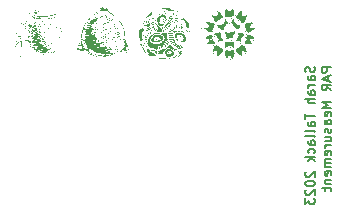
<source format=gbr>
%TF.GenerationSoftware,KiCad,Pcbnew,7.0.2*%
%TF.CreationDate,2023-08-24T13:24:29+02:00*%
%TF.ProjectId,LightSensor,4c696768-7453-4656-9e73-6f722e6b6963,rev?*%
%TF.SameCoordinates,Original*%
%TF.FileFunction,Legend,Bot*%
%TF.FilePolarity,Positive*%
%FSLAX46Y46*%
G04 Gerber Fmt 4.6, Leading zero omitted, Abs format (unit mm)*
G04 Created by KiCad (PCBNEW 7.0.2) date 2023-08-24 13:24:29*
%MOMM*%
%LPD*%
G01*
G04 APERTURE LIST*
%ADD10C,0.150000*%
%ADD11R,1.700000X1.700000*%
%ADD12O,1.700000X1.700000*%
G04 APERTURE END LIST*
D10*
X235902095Y-107290476D02*
X235102095Y-107290476D01*
X235102095Y-107290476D02*
X235102095Y-107595238D01*
X235102095Y-107595238D02*
X235140190Y-107671428D01*
X235140190Y-107671428D02*
X235178285Y-107709523D01*
X235178285Y-107709523D02*
X235254476Y-107747619D01*
X235254476Y-107747619D02*
X235368761Y-107747619D01*
X235368761Y-107747619D02*
X235444952Y-107709523D01*
X235444952Y-107709523D02*
X235483047Y-107671428D01*
X235483047Y-107671428D02*
X235521142Y-107595238D01*
X235521142Y-107595238D02*
X235521142Y-107290476D01*
X235673523Y-108052380D02*
X235673523Y-108433333D01*
X235902095Y-107976190D02*
X235102095Y-108242857D01*
X235102095Y-108242857D02*
X235902095Y-108509523D01*
X235902095Y-109233333D02*
X235521142Y-108966666D01*
X235902095Y-108776190D02*
X235102095Y-108776190D01*
X235102095Y-108776190D02*
X235102095Y-109080952D01*
X235102095Y-109080952D02*
X235140190Y-109157142D01*
X235140190Y-109157142D02*
X235178285Y-109195237D01*
X235178285Y-109195237D02*
X235254476Y-109233333D01*
X235254476Y-109233333D02*
X235368761Y-109233333D01*
X235368761Y-109233333D02*
X235444952Y-109195237D01*
X235444952Y-109195237D02*
X235483047Y-109157142D01*
X235483047Y-109157142D02*
X235521142Y-109080952D01*
X235521142Y-109080952D02*
X235521142Y-108776190D01*
X235902095Y-110185714D02*
X235102095Y-110185714D01*
X235102095Y-110185714D02*
X235673523Y-110452380D01*
X235673523Y-110452380D02*
X235102095Y-110719047D01*
X235102095Y-110719047D02*
X235902095Y-110719047D01*
X235864000Y-111404762D02*
X235902095Y-111328571D01*
X235902095Y-111328571D02*
X235902095Y-111176190D01*
X235902095Y-111176190D02*
X235864000Y-111100000D01*
X235864000Y-111100000D02*
X235787809Y-111061904D01*
X235787809Y-111061904D02*
X235483047Y-111061904D01*
X235483047Y-111061904D02*
X235406857Y-111100000D01*
X235406857Y-111100000D02*
X235368761Y-111176190D01*
X235368761Y-111176190D02*
X235368761Y-111328571D01*
X235368761Y-111328571D02*
X235406857Y-111404762D01*
X235406857Y-111404762D02*
X235483047Y-111442857D01*
X235483047Y-111442857D02*
X235559238Y-111442857D01*
X235559238Y-111442857D02*
X235635428Y-111061904D01*
X235902095Y-112128571D02*
X235483047Y-112128571D01*
X235483047Y-112128571D02*
X235406857Y-112090476D01*
X235406857Y-112090476D02*
X235368761Y-112014285D01*
X235368761Y-112014285D02*
X235368761Y-111861904D01*
X235368761Y-111861904D02*
X235406857Y-111785714D01*
X235864000Y-112128571D02*
X235902095Y-112052380D01*
X235902095Y-112052380D02*
X235902095Y-111861904D01*
X235902095Y-111861904D02*
X235864000Y-111785714D01*
X235864000Y-111785714D02*
X235787809Y-111747618D01*
X235787809Y-111747618D02*
X235711619Y-111747618D01*
X235711619Y-111747618D02*
X235635428Y-111785714D01*
X235635428Y-111785714D02*
X235597333Y-111861904D01*
X235597333Y-111861904D02*
X235597333Y-112052380D01*
X235597333Y-112052380D02*
X235559238Y-112128571D01*
X235864000Y-112471428D02*
X235902095Y-112547619D01*
X235902095Y-112547619D02*
X235902095Y-112700000D01*
X235902095Y-112700000D02*
X235864000Y-112776190D01*
X235864000Y-112776190D02*
X235787809Y-112814286D01*
X235787809Y-112814286D02*
X235749714Y-112814286D01*
X235749714Y-112814286D02*
X235673523Y-112776190D01*
X235673523Y-112776190D02*
X235635428Y-112700000D01*
X235635428Y-112700000D02*
X235635428Y-112585714D01*
X235635428Y-112585714D02*
X235597333Y-112509524D01*
X235597333Y-112509524D02*
X235521142Y-112471428D01*
X235521142Y-112471428D02*
X235483047Y-112471428D01*
X235483047Y-112471428D02*
X235406857Y-112509524D01*
X235406857Y-112509524D02*
X235368761Y-112585714D01*
X235368761Y-112585714D02*
X235368761Y-112700000D01*
X235368761Y-112700000D02*
X235406857Y-112776190D01*
X235368761Y-113500000D02*
X235902095Y-113500000D01*
X235368761Y-113157143D02*
X235787809Y-113157143D01*
X235787809Y-113157143D02*
X235864000Y-113195238D01*
X235864000Y-113195238D02*
X235902095Y-113271428D01*
X235902095Y-113271428D02*
X235902095Y-113385714D01*
X235902095Y-113385714D02*
X235864000Y-113461905D01*
X235864000Y-113461905D02*
X235825904Y-113500000D01*
X235902095Y-113880953D02*
X235368761Y-113880953D01*
X235521142Y-113880953D02*
X235444952Y-113919048D01*
X235444952Y-113919048D02*
X235406857Y-113957143D01*
X235406857Y-113957143D02*
X235368761Y-114033334D01*
X235368761Y-114033334D02*
X235368761Y-114109524D01*
X235864000Y-114680953D02*
X235902095Y-114604762D01*
X235902095Y-114604762D02*
X235902095Y-114452381D01*
X235902095Y-114452381D02*
X235864000Y-114376191D01*
X235864000Y-114376191D02*
X235787809Y-114338095D01*
X235787809Y-114338095D02*
X235483047Y-114338095D01*
X235483047Y-114338095D02*
X235406857Y-114376191D01*
X235406857Y-114376191D02*
X235368761Y-114452381D01*
X235368761Y-114452381D02*
X235368761Y-114604762D01*
X235368761Y-114604762D02*
X235406857Y-114680953D01*
X235406857Y-114680953D02*
X235483047Y-114719048D01*
X235483047Y-114719048D02*
X235559238Y-114719048D01*
X235559238Y-114719048D02*
X235635428Y-114338095D01*
X235902095Y-115061905D02*
X235368761Y-115061905D01*
X235444952Y-115061905D02*
X235406857Y-115100000D01*
X235406857Y-115100000D02*
X235368761Y-115176190D01*
X235368761Y-115176190D02*
X235368761Y-115290476D01*
X235368761Y-115290476D02*
X235406857Y-115366667D01*
X235406857Y-115366667D02*
X235483047Y-115404762D01*
X235483047Y-115404762D02*
X235902095Y-115404762D01*
X235483047Y-115404762D02*
X235406857Y-115442857D01*
X235406857Y-115442857D02*
X235368761Y-115519048D01*
X235368761Y-115519048D02*
X235368761Y-115633333D01*
X235368761Y-115633333D02*
X235406857Y-115709524D01*
X235406857Y-115709524D02*
X235483047Y-115747619D01*
X235483047Y-115747619D02*
X235902095Y-115747619D01*
X235864000Y-116433334D02*
X235902095Y-116357143D01*
X235902095Y-116357143D02*
X235902095Y-116204762D01*
X235902095Y-116204762D02*
X235864000Y-116128572D01*
X235864000Y-116128572D02*
X235787809Y-116090476D01*
X235787809Y-116090476D02*
X235483047Y-116090476D01*
X235483047Y-116090476D02*
X235406857Y-116128572D01*
X235406857Y-116128572D02*
X235368761Y-116204762D01*
X235368761Y-116204762D02*
X235368761Y-116357143D01*
X235368761Y-116357143D02*
X235406857Y-116433334D01*
X235406857Y-116433334D02*
X235483047Y-116471429D01*
X235483047Y-116471429D02*
X235559238Y-116471429D01*
X235559238Y-116471429D02*
X235635428Y-116090476D01*
X235368761Y-116814286D02*
X235902095Y-116814286D01*
X235444952Y-116814286D02*
X235406857Y-116852381D01*
X235406857Y-116852381D02*
X235368761Y-116928571D01*
X235368761Y-116928571D02*
X235368761Y-117042857D01*
X235368761Y-117042857D02*
X235406857Y-117119048D01*
X235406857Y-117119048D02*
X235483047Y-117157143D01*
X235483047Y-117157143D02*
X235902095Y-117157143D01*
X235368761Y-117423810D02*
X235368761Y-117728572D01*
X235102095Y-117538096D02*
X235787809Y-117538096D01*
X235787809Y-117538096D02*
X235864000Y-117576191D01*
X235864000Y-117576191D02*
X235902095Y-117652381D01*
X235902095Y-117652381D02*
X235902095Y-117728572D01*
X234464000Y-107252380D02*
X234502095Y-107366666D01*
X234502095Y-107366666D02*
X234502095Y-107557142D01*
X234502095Y-107557142D02*
X234464000Y-107633333D01*
X234464000Y-107633333D02*
X234425904Y-107671428D01*
X234425904Y-107671428D02*
X234349714Y-107709523D01*
X234349714Y-107709523D02*
X234273523Y-107709523D01*
X234273523Y-107709523D02*
X234197333Y-107671428D01*
X234197333Y-107671428D02*
X234159238Y-107633333D01*
X234159238Y-107633333D02*
X234121142Y-107557142D01*
X234121142Y-107557142D02*
X234083047Y-107404761D01*
X234083047Y-107404761D02*
X234044952Y-107328571D01*
X234044952Y-107328571D02*
X234006857Y-107290476D01*
X234006857Y-107290476D02*
X233930666Y-107252380D01*
X233930666Y-107252380D02*
X233854476Y-107252380D01*
X233854476Y-107252380D02*
X233778285Y-107290476D01*
X233778285Y-107290476D02*
X233740190Y-107328571D01*
X233740190Y-107328571D02*
X233702095Y-107404761D01*
X233702095Y-107404761D02*
X233702095Y-107595238D01*
X233702095Y-107595238D02*
X233740190Y-107709523D01*
X234502095Y-108395238D02*
X234083047Y-108395238D01*
X234083047Y-108395238D02*
X234006857Y-108357143D01*
X234006857Y-108357143D02*
X233968761Y-108280952D01*
X233968761Y-108280952D02*
X233968761Y-108128571D01*
X233968761Y-108128571D02*
X234006857Y-108052381D01*
X234464000Y-108395238D02*
X234502095Y-108319047D01*
X234502095Y-108319047D02*
X234502095Y-108128571D01*
X234502095Y-108128571D02*
X234464000Y-108052381D01*
X234464000Y-108052381D02*
X234387809Y-108014285D01*
X234387809Y-108014285D02*
X234311619Y-108014285D01*
X234311619Y-108014285D02*
X234235428Y-108052381D01*
X234235428Y-108052381D02*
X234197333Y-108128571D01*
X234197333Y-108128571D02*
X234197333Y-108319047D01*
X234197333Y-108319047D02*
X234159238Y-108395238D01*
X234502095Y-108776191D02*
X233968761Y-108776191D01*
X234121142Y-108776191D02*
X234044952Y-108814286D01*
X234044952Y-108814286D02*
X234006857Y-108852381D01*
X234006857Y-108852381D02*
X233968761Y-108928572D01*
X233968761Y-108928572D02*
X233968761Y-109004762D01*
X234502095Y-109614286D02*
X234083047Y-109614286D01*
X234083047Y-109614286D02*
X234006857Y-109576191D01*
X234006857Y-109576191D02*
X233968761Y-109500000D01*
X233968761Y-109500000D02*
X233968761Y-109347619D01*
X233968761Y-109347619D02*
X234006857Y-109271429D01*
X234464000Y-109614286D02*
X234502095Y-109538095D01*
X234502095Y-109538095D02*
X234502095Y-109347619D01*
X234502095Y-109347619D02*
X234464000Y-109271429D01*
X234464000Y-109271429D02*
X234387809Y-109233333D01*
X234387809Y-109233333D02*
X234311619Y-109233333D01*
X234311619Y-109233333D02*
X234235428Y-109271429D01*
X234235428Y-109271429D02*
X234197333Y-109347619D01*
X234197333Y-109347619D02*
X234197333Y-109538095D01*
X234197333Y-109538095D02*
X234159238Y-109614286D01*
X234502095Y-109995239D02*
X233702095Y-109995239D01*
X234502095Y-110338096D02*
X234083047Y-110338096D01*
X234083047Y-110338096D02*
X234006857Y-110300001D01*
X234006857Y-110300001D02*
X233968761Y-110223810D01*
X233968761Y-110223810D02*
X233968761Y-110109524D01*
X233968761Y-110109524D02*
X234006857Y-110033334D01*
X234006857Y-110033334D02*
X234044952Y-109995239D01*
X233702095Y-111214287D02*
X233702095Y-111671430D01*
X234502095Y-111442858D02*
X233702095Y-111442858D01*
X234502095Y-112280954D02*
X234083047Y-112280954D01*
X234083047Y-112280954D02*
X234006857Y-112242859D01*
X234006857Y-112242859D02*
X233968761Y-112166668D01*
X233968761Y-112166668D02*
X233968761Y-112014287D01*
X233968761Y-112014287D02*
X234006857Y-111938097D01*
X234464000Y-112280954D02*
X234502095Y-112204763D01*
X234502095Y-112204763D02*
X234502095Y-112014287D01*
X234502095Y-112014287D02*
X234464000Y-111938097D01*
X234464000Y-111938097D02*
X234387809Y-111900001D01*
X234387809Y-111900001D02*
X234311619Y-111900001D01*
X234311619Y-111900001D02*
X234235428Y-111938097D01*
X234235428Y-111938097D02*
X234197333Y-112014287D01*
X234197333Y-112014287D02*
X234197333Y-112204763D01*
X234197333Y-112204763D02*
X234159238Y-112280954D01*
X234502095Y-112776192D02*
X234464000Y-112700002D01*
X234464000Y-112700002D02*
X234387809Y-112661907D01*
X234387809Y-112661907D02*
X233702095Y-112661907D01*
X234502095Y-113195240D02*
X234464000Y-113119050D01*
X234464000Y-113119050D02*
X234387809Y-113080955D01*
X234387809Y-113080955D02*
X233702095Y-113080955D01*
X234502095Y-113842860D02*
X234083047Y-113842860D01*
X234083047Y-113842860D02*
X234006857Y-113804765D01*
X234006857Y-113804765D02*
X233968761Y-113728574D01*
X233968761Y-113728574D02*
X233968761Y-113576193D01*
X233968761Y-113576193D02*
X234006857Y-113500003D01*
X234464000Y-113842860D02*
X234502095Y-113766669D01*
X234502095Y-113766669D02*
X234502095Y-113576193D01*
X234502095Y-113576193D02*
X234464000Y-113500003D01*
X234464000Y-113500003D02*
X234387809Y-113461907D01*
X234387809Y-113461907D02*
X234311619Y-113461907D01*
X234311619Y-113461907D02*
X234235428Y-113500003D01*
X234235428Y-113500003D02*
X234197333Y-113576193D01*
X234197333Y-113576193D02*
X234197333Y-113766669D01*
X234197333Y-113766669D02*
X234159238Y-113842860D01*
X234464000Y-114566670D02*
X234502095Y-114490479D01*
X234502095Y-114490479D02*
X234502095Y-114338098D01*
X234502095Y-114338098D02*
X234464000Y-114261908D01*
X234464000Y-114261908D02*
X234425904Y-114223813D01*
X234425904Y-114223813D02*
X234349714Y-114185717D01*
X234349714Y-114185717D02*
X234121142Y-114185717D01*
X234121142Y-114185717D02*
X234044952Y-114223813D01*
X234044952Y-114223813D02*
X234006857Y-114261908D01*
X234006857Y-114261908D02*
X233968761Y-114338098D01*
X233968761Y-114338098D02*
X233968761Y-114490479D01*
X233968761Y-114490479D02*
X234006857Y-114566670D01*
X234502095Y-114909527D02*
X233702095Y-114909527D01*
X234197333Y-114985717D02*
X234502095Y-115214289D01*
X233968761Y-115214289D02*
X234273523Y-114909527D01*
X233778285Y-116128574D02*
X233740190Y-116166670D01*
X233740190Y-116166670D02*
X233702095Y-116242860D01*
X233702095Y-116242860D02*
X233702095Y-116433336D01*
X233702095Y-116433336D02*
X233740190Y-116509527D01*
X233740190Y-116509527D02*
X233778285Y-116547622D01*
X233778285Y-116547622D02*
X233854476Y-116585717D01*
X233854476Y-116585717D02*
X233930666Y-116585717D01*
X233930666Y-116585717D02*
X234044952Y-116547622D01*
X234044952Y-116547622D02*
X234502095Y-116090479D01*
X234502095Y-116090479D02*
X234502095Y-116585717D01*
X233702095Y-117080956D02*
X233702095Y-117157146D01*
X233702095Y-117157146D02*
X233740190Y-117233337D01*
X233740190Y-117233337D02*
X233778285Y-117271432D01*
X233778285Y-117271432D02*
X233854476Y-117309527D01*
X233854476Y-117309527D02*
X234006857Y-117347622D01*
X234006857Y-117347622D02*
X234197333Y-117347622D01*
X234197333Y-117347622D02*
X234349714Y-117309527D01*
X234349714Y-117309527D02*
X234425904Y-117271432D01*
X234425904Y-117271432D02*
X234464000Y-117233337D01*
X234464000Y-117233337D02*
X234502095Y-117157146D01*
X234502095Y-117157146D02*
X234502095Y-117080956D01*
X234502095Y-117080956D02*
X234464000Y-117004765D01*
X234464000Y-117004765D02*
X234425904Y-116966670D01*
X234425904Y-116966670D02*
X234349714Y-116928575D01*
X234349714Y-116928575D02*
X234197333Y-116890479D01*
X234197333Y-116890479D02*
X234006857Y-116890479D01*
X234006857Y-116890479D02*
X233854476Y-116928575D01*
X233854476Y-116928575D02*
X233778285Y-116966670D01*
X233778285Y-116966670D02*
X233740190Y-117004765D01*
X233740190Y-117004765D02*
X233702095Y-117080956D01*
X233778285Y-117652384D02*
X233740190Y-117690480D01*
X233740190Y-117690480D02*
X233702095Y-117766670D01*
X233702095Y-117766670D02*
X233702095Y-117957146D01*
X233702095Y-117957146D02*
X233740190Y-118033337D01*
X233740190Y-118033337D02*
X233778285Y-118071432D01*
X233778285Y-118071432D02*
X233854476Y-118109527D01*
X233854476Y-118109527D02*
X233930666Y-118109527D01*
X233930666Y-118109527D02*
X234044952Y-118071432D01*
X234044952Y-118071432D02*
X234502095Y-117614289D01*
X234502095Y-117614289D02*
X234502095Y-118109527D01*
X233702095Y-118376194D02*
X233702095Y-118871432D01*
X233702095Y-118871432D02*
X234006857Y-118604766D01*
X234006857Y-118604766D02*
X234006857Y-118719051D01*
X234006857Y-118719051D02*
X234044952Y-118795242D01*
X234044952Y-118795242D02*
X234083047Y-118833337D01*
X234083047Y-118833337D02*
X234159238Y-118871432D01*
X234159238Y-118871432D02*
X234349714Y-118871432D01*
X234349714Y-118871432D02*
X234425904Y-118833337D01*
X234425904Y-118833337D02*
X234464000Y-118795242D01*
X234464000Y-118795242D02*
X234502095Y-118719051D01*
X234502095Y-118719051D02*
X234502095Y-118490480D01*
X234502095Y-118490480D02*
X234464000Y-118414289D01*
X234464000Y-118414289D02*
X234425904Y-118376194D01*
%TO.C,G\u002A\u002A\u002A*%
G36*
X218615512Y-106017765D02*
G01*
X218596386Y-106036891D01*
X218577259Y-106017765D01*
X218596386Y-105998638D01*
X218615512Y-106017765D01*
G37*
G36*
X218539006Y-106017765D02*
G01*
X218519880Y-106036891D01*
X218500753Y-106017765D01*
X218519880Y-105998638D01*
X218539006Y-106017765D01*
G37*
G36*
X218462500Y-106017765D02*
G01*
X218443374Y-106036891D01*
X218424247Y-106017765D01*
X218443374Y-105998638D01*
X218462500Y-106017765D01*
G37*
G36*
X218385994Y-105329210D02*
G01*
X218366868Y-105348337D01*
X218347741Y-105329210D01*
X218366868Y-105310084D01*
X218385994Y-105329210D01*
G37*
G36*
X218309488Y-105558728D02*
G01*
X218290362Y-105577855D01*
X218271235Y-105558728D01*
X218290362Y-105539602D01*
X218309488Y-105558728D01*
G37*
G36*
X218309488Y-105061439D02*
G01*
X218290362Y-105080566D01*
X218271235Y-105061439D01*
X218290362Y-105042313D01*
X218309488Y-105061439D01*
G37*
G36*
X218271235Y-105405716D02*
G01*
X218252109Y-105424843D01*
X218232982Y-105405716D01*
X218252109Y-105386590D01*
X218271235Y-105405716D01*
G37*
G36*
X218194729Y-105137945D02*
G01*
X218175603Y-105157072D01*
X218156476Y-105137945D01*
X218175603Y-105118819D01*
X218194729Y-105137945D01*
G37*
G36*
X218156476Y-105214451D02*
G01*
X218137350Y-105233578D01*
X218118223Y-105214451D01*
X218137350Y-105195325D01*
X218156476Y-105214451D01*
G37*
G36*
X218118223Y-105061439D02*
G01*
X218099097Y-105080566D01*
X218079970Y-105061439D01*
X218099097Y-105042313D01*
X218118223Y-105061439D01*
G37*
G36*
X218079970Y-105137945D02*
G01*
X218060844Y-105157072D01*
X218041717Y-105137945D01*
X218060844Y-105118819D01*
X218079970Y-105137945D01*
G37*
G36*
X218079970Y-104372885D02*
G01*
X218060844Y-104392012D01*
X218041717Y-104372885D01*
X218060844Y-104353759D01*
X218079970Y-104372885D01*
G37*
G36*
X218041717Y-105405716D02*
G01*
X218022591Y-105424843D01*
X218003464Y-105405716D01*
X218022591Y-105386590D01*
X218041717Y-105405716D01*
G37*
G36*
X218041717Y-104564150D02*
G01*
X218022591Y-104583277D01*
X218003464Y-104564150D01*
X218022591Y-104545024D01*
X218041717Y-104564150D01*
G37*
G36*
X218041717Y-104219873D02*
G01*
X218022591Y-104239000D01*
X218003464Y-104219873D01*
X218022591Y-104200746D01*
X218041717Y-104219873D01*
G37*
G36*
X217965211Y-105903006D02*
G01*
X217946085Y-105922132D01*
X217926958Y-105903006D01*
X217946085Y-105883879D01*
X217965211Y-105903006D01*
G37*
G36*
X217965211Y-105137945D02*
G01*
X217946085Y-105157072D01*
X217926958Y-105137945D01*
X217946085Y-105118819D01*
X217965211Y-105137945D01*
G37*
G36*
X217965211Y-104028608D02*
G01*
X217946085Y-104047734D01*
X217926958Y-104028608D01*
X217946085Y-104009481D01*
X217965211Y-104028608D01*
G37*
G36*
X217926958Y-105673487D02*
G01*
X217907832Y-105692614D01*
X217888705Y-105673487D01*
X217907832Y-105654361D01*
X217926958Y-105673487D01*
G37*
G36*
X217926958Y-105558728D02*
G01*
X217907832Y-105577855D01*
X217888705Y-105558728D01*
X217907832Y-105539602D01*
X217926958Y-105558728D01*
G37*
G36*
X217888705Y-104066861D02*
G01*
X217869579Y-104085987D01*
X217850452Y-104066861D01*
X217869579Y-104047734D01*
X217888705Y-104066861D01*
G37*
G36*
X217850452Y-106132524D02*
G01*
X217831326Y-106151650D01*
X217812199Y-106132524D01*
X217831326Y-106113397D01*
X217850452Y-106132524D01*
G37*
G36*
X217850452Y-104755415D02*
G01*
X217831326Y-104774542D01*
X217812199Y-104755415D01*
X217831326Y-104736289D01*
X217850452Y-104755415D01*
G37*
G36*
X217850452Y-104334632D02*
G01*
X217831326Y-104353759D01*
X217812199Y-104334632D01*
X217831326Y-104315506D01*
X217850452Y-104334632D01*
G37*
G36*
X217812199Y-105367463D02*
G01*
X217793073Y-105386590D01*
X217773946Y-105367463D01*
X217793073Y-105348337D01*
X217812199Y-105367463D01*
G37*
G36*
X217773946Y-105061439D02*
G01*
X217754820Y-105080566D01*
X217735693Y-105061439D01*
X217754820Y-105042313D01*
X217773946Y-105061439D01*
G37*
G36*
X217773946Y-104793668D02*
G01*
X217754820Y-104812795D01*
X217735693Y-104793668D01*
X217754820Y-104774542D01*
X217773946Y-104793668D01*
G37*
G36*
X217735693Y-104717162D02*
G01*
X217716567Y-104736289D01*
X217697440Y-104717162D01*
X217716567Y-104698036D01*
X217735693Y-104717162D01*
G37*
G36*
X217735693Y-104487644D02*
G01*
X217716567Y-104506771D01*
X217697440Y-104487644D01*
X217716567Y-104468518D01*
X217735693Y-104487644D01*
G37*
G36*
X217735693Y-103875596D02*
G01*
X217716567Y-103894722D01*
X217697440Y-103875596D01*
X217716567Y-103856469D01*
X217735693Y-103875596D01*
G37*
G36*
X217735693Y-103607825D02*
G01*
X217716567Y-103626951D01*
X217697440Y-103607825D01*
X217716567Y-103588698D01*
X217735693Y-103607825D01*
G37*
G36*
X217697440Y-104564150D02*
G01*
X217678314Y-104583277D01*
X217659187Y-104564150D01*
X217678314Y-104545024D01*
X217697440Y-104564150D01*
G37*
G36*
X217697440Y-104143367D02*
G01*
X217678314Y-104162493D01*
X217659187Y-104143367D01*
X217678314Y-104124240D01*
X217697440Y-104143367D01*
G37*
G36*
X217659187Y-105099692D02*
G01*
X217640061Y-105118819D01*
X217620934Y-105099692D01*
X217640061Y-105080566D01*
X217659187Y-105099692D01*
G37*
G36*
X217659187Y-104411138D02*
G01*
X217640061Y-104430265D01*
X217620934Y-104411138D01*
X217640061Y-104392012D01*
X217659187Y-104411138D01*
G37*
G36*
X217659187Y-103990355D02*
G01*
X217640061Y-104009481D01*
X217620934Y-103990355D01*
X217640061Y-103971228D01*
X217659187Y-103990355D01*
G37*
G36*
X217659187Y-103760837D02*
G01*
X217640061Y-103779963D01*
X217620934Y-103760837D01*
X217640061Y-103741710D01*
X217659187Y-103760837D01*
G37*
G36*
X217620934Y-105405716D02*
G01*
X217601808Y-105424843D01*
X217582681Y-105405716D01*
X217601808Y-105386590D01*
X217620934Y-105405716D01*
G37*
G36*
X217620934Y-105176198D02*
G01*
X217601808Y-105195325D01*
X217582681Y-105176198D01*
X217601808Y-105157072D01*
X217620934Y-105176198D01*
G37*
G36*
X217620934Y-104984933D02*
G01*
X217601808Y-105004060D01*
X217582681Y-104984933D01*
X217601808Y-104965807D01*
X217620934Y-104984933D01*
G37*
G36*
X217620934Y-104181620D02*
G01*
X217601808Y-104200746D01*
X217582681Y-104181620D01*
X217601808Y-104162493D01*
X217620934Y-104181620D01*
G37*
G36*
X217582681Y-105329210D02*
G01*
X217563555Y-105348337D01*
X217544428Y-105329210D01*
X217563555Y-105310084D01*
X217582681Y-105329210D01*
G37*
G36*
X217582681Y-104449391D02*
G01*
X217563555Y-104468518D01*
X217544428Y-104449391D01*
X217563555Y-104430265D01*
X217582681Y-104449391D01*
G37*
G36*
X217582681Y-104066861D02*
G01*
X217563555Y-104085987D01*
X217544428Y-104066861D01*
X217563555Y-104047734D01*
X217582681Y-104066861D01*
G37*
G36*
X217582681Y-103646078D02*
G01*
X217563555Y-103665204D01*
X217544428Y-103646078D01*
X217563555Y-103626951D01*
X217582681Y-103646078D01*
G37*
G36*
X217544428Y-105596981D02*
G01*
X217525302Y-105616108D01*
X217506175Y-105596981D01*
X217525302Y-105577855D01*
X217544428Y-105596981D01*
G37*
G36*
X217544428Y-105520475D02*
G01*
X217525302Y-105539602D01*
X217506175Y-105520475D01*
X217525302Y-105501349D01*
X217544428Y-105520475D01*
G37*
G36*
X217544428Y-104984933D02*
G01*
X217525302Y-105004060D01*
X217506175Y-104984933D01*
X217525302Y-104965807D01*
X217544428Y-104984933D01*
G37*
G36*
X217506175Y-105979512D02*
G01*
X217487049Y-105998638D01*
X217467922Y-105979512D01*
X217487049Y-105960385D01*
X217506175Y-105979512D01*
G37*
G36*
X217506175Y-105290957D02*
G01*
X217487049Y-105310084D01*
X217467922Y-105290957D01*
X217487049Y-105271831D01*
X217506175Y-105290957D01*
G37*
G36*
X217506175Y-104908427D02*
G01*
X217487049Y-104927554D01*
X217467922Y-104908427D01*
X217487049Y-104889301D01*
X217506175Y-104908427D01*
G37*
G36*
X217506175Y-103799090D02*
G01*
X217487049Y-103818216D01*
X217467922Y-103799090D01*
X217487049Y-103779963D01*
X217506175Y-103799090D01*
G37*
G36*
X217506175Y-103684331D02*
G01*
X217487049Y-103703457D01*
X217467922Y-103684331D01*
X217487049Y-103665204D01*
X217506175Y-103684331D01*
G37*
G36*
X217506175Y-103340054D02*
G01*
X217487049Y-103359180D01*
X217467922Y-103340054D01*
X217487049Y-103320927D01*
X217506175Y-103340054D01*
G37*
G36*
X217467922Y-105903006D02*
G01*
X217448795Y-105922132D01*
X217429669Y-105903006D01*
X217448795Y-105883879D01*
X217467922Y-105903006D01*
G37*
G36*
X217467922Y-105061439D02*
G01*
X217448795Y-105080566D01*
X217429669Y-105061439D01*
X217448795Y-105042313D01*
X217467922Y-105061439D01*
G37*
G36*
X217467922Y-103913849D02*
G01*
X217448795Y-103932975D01*
X217429669Y-103913849D01*
X217448795Y-103894722D01*
X217467922Y-103913849D01*
G37*
G36*
X217429669Y-103837343D02*
G01*
X217410542Y-103856469D01*
X217391416Y-103837343D01*
X217410542Y-103818216D01*
X217429669Y-103837343D01*
G37*
G36*
X217429669Y-103416560D02*
G01*
X217410542Y-103435686D01*
X217391416Y-103416560D01*
X217410542Y-103397433D01*
X217429669Y-103416560D01*
G37*
G36*
X217391416Y-105635234D02*
G01*
X217372289Y-105654361D01*
X217353163Y-105635234D01*
X217372289Y-105616108D01*
X217391416Y-105635234D01*
G37*
G36*
X217391416Y-104640656D02*
G01*
X217372289Y-104659783D01*
X217353163Y-104640656D01*
X217372289Y-104621530D01*
X217391416Y-104640656D01*
G37*
G36*
X217391416Y-104372885D02*
G01*
X217372289Y-104392012D01*
X217353163Y-104372885D01*
X217372289Y-104353759D01*
X217391416Y-104372885D01*
G37*
G36*
X217391416Y-103569572D02*
G01*
X217372289Y-103588698D01*
X217353163Y-103569572D01*
X217372289Y-103550445D01*
X217391416Y-103569572D01*
G37*
G36*
X217353163Y-105558728D02*
G01*
X217334036Y-105577855D01*
X217314910Y-105558728D01*
X217334036Y-105539602D01*
X217353163Y-105558728D01*
G37*
G36*
X217353163Y-105214451D02*
G01*
X217334036Y-105233578D01*
X217314910Y-105214451D01*
X217334036Y-105195325D01*
X217353163Y-105214451D01*
G37*
G36*
X217314910Y-105367463D02*
G01*
X217295783Y-105386590D01*
X217276657Y-105367463D01*
X217295783Y-105348337D01*
X217314910Y-105367463D01*
G37*
G36*
X217314910Y-104449391D02*
G01*
X217295783Y-104468518D01*
X217276657Y-104449391D01*
X217295783Y-104430265D01*
X217314910Y-104449391D01*
G37*
G36*
X217314910Y-104105114D02*
G01*
X217295783Y-104124240D01*
X217276657Y-104105114D01*
X217295783Y-104085987D01*
X217314910Y-104105114D01*
G37*
G36*
X217314910Y-103531319D02*
G01*
X217295783Y-103550445D01*
X217276657Y-103531319D01*
X217295783Y-103512192D01*
X217314910Y-103531319D01*
G37*
G36*
X217276657Y-105520475D02*
G01*
X217257530Y-105539602D01*
X217238404Y-105520475D01*
X217257530Y-105501349D01*
X217276657Y-105520475D01*
G37*
G36*
X217276657Y-105290957D02*
G01*
X217257530Y-105310084D01*
X217238404Y-105290957D01*
X217257530Y-105271831D01*
X217276657Y-105290957D01*
G37*
G36*
X217238404Y-105137945D02*
G01*
X217219277Y-105157072D01*
X217200151Y-105137945D01*
X217219277Y-105118819D01*
X217238404Y-105137945D01*
G37*
G36*
X217238404Y-103990355D02*
G01*
X217219277Y-104009481D01*
X217200151Y-103990355D01*
X217219277Y-103971228D01*
X217238404Y-103990355D01*
G37*
G36*
X217238404Y-103607825D02*
G01*
X217219277Y-103626951D01*
X217200151Y-103607825D01*
X217219277Y-103588698D01*
X217238404Y-103607825D01*
G37*
G36*
X217200151Y-105214451D02*
G01*
X217181024Y-105233578D01*
X217161898Y-105214451D01*
X217181024Y-105195325D01*
X217200151Y-105214451D01*
G37*
G36*
X217200151Y-104793668D02*
G01*
X217181024Y-104812795D01*
X217161898Y-104793668D01*
X217181024Y-104774542D01*
X217200151Y-104793668D01*
G37*
G36*
X217200151Y-104411138D02*
G01*
X217181024Y-104430265D01*
X217161898Y-104411138D01*
X217181024Y-104392012D01*
X217200151Y-104411138D01*
G37*
G36*
X217161898Y-104946680D02*
G01*
X217142771Y-104965807D01*
X217123645Y-104946680D01*
X217142771Y-104927554D01*
X217161898Y-104946680D01*
G37*
G36*
X217161898Y-104564150D02*
G01*
X217142771Y-104583277D01*
X217123645Y-104564150D01*
X217142771Y-104545024D01*
X217161898Y-104564150D01*
G37*
G36*
X217161898Y-104296379D02*
G01*
X217142771Y-104315506D01*
X217123645Y-104296379D01*
X217142771Y-104277253D01*
X217161898Y-104296379D01*
G37*
G36*
X217161898Y-103875596D02*
G01*
X217142771Y-103894722D01*
X217123645Y-103875596D01*
X217142771Y-103856469D01*
X217161898Y-103875596D01*
G37*
G36*
X217123645Y-105214451D02*
G01*
X217104518Y-105233578D01*
X217085392Y-105214451D01*
X217104518Y-105195325D01*
X217123645Y-105214451D01*
G37*
G36*
X217123645Y-105023186D02*
G01*
X217104518Y-105042313D01*
X217085392Y-105023186D01*
X217104518Y-105004060D01*
X217123645Y-105023186D01*
G37*
G36*
X217085392Y-105329210D02*
G01*
X217066265Y-105348337D01*
X217047139Y-105329210D01*
X217066265Y-105310084D01*
X217085392Y-105329210D01*
G37*
G36*
X217085392Y-105137945D02*
G01*
X217066265Y-105157072D01*
X217047139Y-105137945D01*
X217066265Y-105118819D01*
X217085392Y-105137945D01*
G37*
G36*
X217085392Y-103837343D02*
G01*
X217066265Y-103856469D01*
X217047139Y-103837343D01*
X217066265Y-103818216D01*
X217085392Y-103837343D01*
G37*
G36*
X217047139Y-105482222D02*
G01*
X217028012Y-105501349D01*
X217008886Y-105482222D01*
X217028012Y-105463096D01*
X217047139Y-105482222D01*
G37*
G36*
X217047139Y-104984933D02*
G01*
X217028012Y-105004060D01*
X217008886Y-104984933D01*
X217028012Y-104965807D01*
X217047139Y-104984933D01*
G37*
G36*
X217047139Y-103301801D02*
G01*
X217028012Y-103320927D01*
X217008886Y-103301801D01*
X217028012Y-103282674D01*
X217047139Y-103301801D01*
G37*
G36*
X217008886Y-105405716D02*
G01*
X216989759Y-105424843D01*
X216970633Y-105405716D01*
X216989759Y-105386590D01*
X217008886Y-105405716D01*
G37*
G36*
X217008886Y-104219873D02*
G01*
X216989759Y-104239000D01*
X216970633Y-104219873D01*
X216989759Y-104200746D01*
X217008886Y-104219873D01*
G37*
G36*
X217008886Y-103378307D02*
G01*
X216989759Y-103397433D01*
X216970633Y-103378307D01*
X216989759Y-103359180D01*
X217008886Y-103378307D01*
G37*
G36*
X216970633Y-104908427D02*
G01*
X216951506Y-104927554D01*
X216932380Y-104908427D01*
X216951506Y-104889301D01*
X216970633Y-104908427D01*
G37*
G36*
X216932380Y-105367463D02*
G01*
X216913253Y-105386590D01*
X216894127Y-105367463D01*
X216913253Y-105348337D01*
X216932380Y-105367463D01*
G37*
G36*
X216932380Y-104755415D02*
G01*
X216913253Y-104774542D01*
X216894127Y-104755415D01*
X216913253Y-104736289D01*
X216932380Y-104755415D01*
G37*
G36*
X216932380Y-104678909D02*
G01*
X216913253Y-104698036D01*
X216894127Y-104678909D01*
X216913253Y-104659783D01*
X216932380Y-104678909D01*
G37*
G36*
X216894127Y-104296379D02*
G01*
X216875000Y-104315506D01*
X216855874Y-104296379D01*
X216875000Y-104277253D01*
X216894127Y-104296379D01*
G37*
G36*
X216855874Y-104372885D02*
G01*
X216836747Y-104392012D01*
X216817621Y-104372885D01*
X216836747Y-104353759D01*
X216855874Y-104372885D01*
G37*
G36*
X216855874Y-103913849D02*
G01*
X216836747Y-103932975D01*
X216817621Y-103913849D01*
X216836747Y-103894722D01*
X216855874Y-103913849D01*
G37*
G36*
X216855874Y-103799090D02*
G01*
X216836747Y-103818216D01*
X216817621Y-103799090D01*
X216836747Y-103779963D01*
X216855874Y-103799090D01*
G37*
G36*
X216817621Y-104755415D02*
G01*
X216798494Y-104774542D01*
X216779368Y-104755415D01*
X216798494Y-104736289D01*
X216817621Y-104755415D01*
G37*
G36*
X216817621Y-103072283D02*
G01*
X216798494Y-103091409D01*
X216779368Y-103072283D01*
X216798494Y-103053156D01*
X216817621Y-103072283D01*
G37*
G36*
X216779368Y-104105114D02*
G01*
X216760241Y-104124240D01*
X216741115Y-104105114D01*
X216760241Y-104085987D01*
X216779368Y-104105114D01*
G37*
G36*
X216741115Y-104908427D02*
G01*
X216721988Y-104927554D01*
X216702862Y-104908427D01*
X216721988Y-104889301D01*
X216741115Y-104908427D01*
G37*
G36*
X216741115Y-103569572D02*
G01*
X216721988Y-103588698D01*
X216702862Y-103569572D01*
X216721988Y-103550445D01*
X216741115Y-103569572D01*
G37*
G36*
X216741115Y-103416560D02*
G01*
X216721988Y-103435686D01*
X216702862Y-103416560D01*
X216721988Y-103397433D01*
X216741115Y-103416560D01*
G37*
G36*
X216702862Y-104487644D02*
G01*
X216683735Y-104506771D01*
X216664609Y-104487644D01*
X216683735Y-104468518D01*
X216702862Y-104487644D01*
G37*
G36*
X216702862Y-103148789D02*
G01*
X216683735Y-103167915D01*
X216664609Y-103148789D01*
X216683735Y-103129662D01*
X216702862Y-103148789D01*
G37*
G36*
X216664609Y-104564150D02*
G01*
X216645482Y-104583277D01*
X216626356Y-104564150D01*
X216645482Y-104545024D01*
X216664609Y-104564150D01*
G37*
G36*
X216664609Y-103646078D02*
G01*
X216645482Y-103665204D01*
X216626356Y-103646078D01*
X216645482Y-103626951D01*
X216664609Y-103646078D01*
G37*
G36*
X216626356Y-103340054D02*
G01*
X216607229Y-103359180D01*
X216588103Y-103340054D01*
X216607229Y-103320927D01*
X216626356Y-103340054D01*
G37*
G36*
X216588103Y-103760837D02*
G01*
X216568976Y-103779963D01*
X216549850Y-103760837D01*
X216568976Y-103741710D01*
X216588103Y-103760837D01*
G37*
G36*
X216588103Y-103148789D02*
G01*
X216568976Y-103167915D01*
X216549850Y-103148789D01*
X216568976Y-103129662D01*
X216588103Y-103148789D01*
G37*
G36*
X216549850Y-103837343D02*
G01*
X216530723Y-103856469D01*
X216511597Y-103837343D01*
X216530723Y-103818216D01*
X216549850Y-103837343D01*
G37*
G36*
X216511597Y-104181620D02*
G01*
X216492470Y-104200746D01*
X216473344Y-104181620D01*
X216492470Y-104162493D01*
X216511597Y-104181620D01*
G37*
G36*
X216473344Y-103837343D02*
G01*
X216454217Y-103856469D01*
X216435091Y-103837343D01*
X216454217Y-103818216D01*
X216473344Y-103837343D01*
G37*
G36*
X216435091Y-105405716D02*
G01*
X216415964Y-105424843D01*
X216396838Y-105405716D01*
X216415964Y-105386590D01*
X216435091Y-105405716D01*
G37*
G36*
X216435091Y-104564150D02*
G01*
X216415964Y-104583277D01*
X216396838Y-104564150D01*
X216415964Y-104545024D01*
X216435091Y-104564150D01*
G37*
G36*
X216435091Y-103646078D02*
G01*
X216415964Y-103665204D01*
X216396838Y-103646078D01*
X216415964Y-103626951D01*
X216435091Y-103646078D01*
G37*
G36*
X216396838Y-106476801D02*
G01*
X216377711Y-106495927D01*
X216358585Y-106476801D01*
X216377711Y-106457674D01*
X216396838Y-106476801D01*
G37*
G36*
X216396838Y-104946680D02*
G01*
X216377711Y-104965807D01*
X216358585Y-104946680D01*
X216377711Y-104927554D01*
X216396838Y-104946680D01*
G37*
G36*
X216396838Y-104640656D02*
G01*
X216377711Y-104659783D01*
X216358585Y-104640656D01*
X216377711Y-104621530D01*
X216396838Y-104640656D01*
G37*
G36*
X216396838Y-104219873D02*
G01*
X216377711Y-104239000D01*
X216358585Y-104219873D01*
X216377711Y-104200746D01*
X216396838Y-104219873D01*
G37*
G36*
X216396838Y-104105114D02*
G01*
X216377711Y-104124240D01*
X216358585Y-104105114D01*
X216377711Y-104085987D01*
X216396838Y-104105114D01*
G37*
G36*
X216396838Y-103187042D02*
G01*
X216377711Y-103206168D01*
X216358585Y-103187042D01*
X216377711Y-103167915D01*
X216396838Y-103187042D01*
G37*
G36*
X216396838Y-102460234D02*
G01*
X216377711Y-102479361D01*
X216358585Y-102460234D01*
X216377711Y-102441108D01*
X216396838Y-102460234D01*
G37*
G36*
X216358585Y-103799090D02*
G01*
X216339458Y-103818216D01*
X216320332Y-103799090D01*
X216339458Y-103779963D01*
X216358585Y-103799090D01*
G37*
G36*
X216320332Y-105023186D02*
G01*
X216301205Y-105042313D01*
X216282079Y-105023186D01*
X216301205Y-105004060D01*
X216320332Y-105023186D01*
G37*
G36*
X216320332Y-104946680D02*
G01*
X216301205Y-104965807D01*
X216282079Y-104946680D01*
X216301205Y-104927554D01*
X216320332Y-104946680D01*
G37*
G36*
X216320332Y-104870174D02*
G01*
X216301205Y-104889301D01*
X216282079Y-104870174D01*
X216301205Y-104851048D01*
X216320332Y-104870174D01*
G37*
G36*
X216320332Y-104296379D02*
G01*
X216301205Y-104315506D01*
X216282079Y-104296379D01*
X216301205Y-104277253D01*
X216320332Y-104296379D01*
G37*
G36*
X216282079Y-105176198D02*
G01*
X216262952Y-105195325D01*
X216243826Y-105176198D01*
X216262952Y-105157072D01*
X216282079Y-105176198D01*
G37*
G36*
X216282079Y-104793668D02*
G01*
X216262952Y-104812795D01*
X216243826Y-104793668D01*
X216262952Y-104774542D01*
X216282079Y-104793668D01*
G37*
G36*
X216282079Y-104449391D02*
G01*
X216262952Y-104468518D01*
X216243826Y-104449391D01*
X216262952Y-104430265D01*
X216282079Y-104449391D01*
G37*
G36*
X216282079Y-103225295D02*
G01*
X216262952Y-103244421D01*
X216243826Y-103225295D01*
X216262952Y-103206168D01*
X216282079Y-103225295D01*
G37*
G36*
X216243826Y-103760837D02*
G01*
X216224699Y-103779963D01*
X216205573Y-103760837D01*
X216224699Y-103741710D01*
X216243826Y-103760837D01*
G37*
G36*
X216205573Y-104717162D02*
G01*
X216186446Y-104736289D01*
X216167320Y-104717162D01*
X216186446Y-104698036D01*
X216205573Y-104717162D01*
G37*
G36*
X216205573Y-104602403D02*
G01*
X216186446Y-104621530D01*
X216167320Y-104602403D01*
X216186446Y-104583277D01*
X216205573Y-104602403D01*
G37*
G36*
X216205573Y-103607825D02*
G01*
X216186446Y-103626951D01*
X216167320Y-103607825D01*
X216186446Y-103588698D01*
X216205573Y-103607825D01*
G37*
G36*
X216167320Y-105137945D02*
G01*
X216148193Y-105157072D01*
X216129067Y-105137945D01*
X216148193Y-105118819D01*
X216167320Y-105137945D01*
G37*
G36*
X216167320Y-104487644D02*
G01*
X216148193Y-104506771D01*
X216129067Y-104487644D01*
X216148193Y-104468518D01*
X216167320Y-104487644D01*
G37*
G36*
X216167320Y-104181620D02*
G01*
X216148193Y-104200746D01*
X216129067Y-104181620D01*
X216148193Y-104162493D01*
X216167320Y-104181620D01*
G37*
G36*
X216129067Y-104717162D02*
G01*
X216109940Y-104736289D01*
X216090814Y-104717162D01*
X216109940Y-104698036D01*
X216129067Y-104717162D01*
G37*
G36*
X216129067Y-103875596D02*
G01*
X216109940Y-103894722D01*
X216090814Y-103875596D01*
X216109940Y-103856469D01*
X216129067Y-103875596D01*
G37*
G36*
X216129067Y-102728006D02*
G01*
X216109940Y-102747132D01*
X216090814Y-102728006D01*
X216109940Y-102708879D01*
X216129067Y-102728006D01*
G37*
G36*
X216090814Y-103416560D02*
G01*
X216071687Y-103435686D01*
X216052561Y-103416560D01*
X216071687Y-103397433D01*
X216090814Y-103416560D01*
G37*
G36*
X216052561Y-103569572D02*
G01*
X216033434Y-103588698D01*
X216014308Y-103569572D01*
X216033434Y-103550445D01*
X216052561Y-103569572D01*
G37*
G36*
X215899549Y-104028608D02*
G01*
X215880422Y-104047734D01*
X215861295Y-104028608D01*
X215880422Y-104009481D01*
X215899549Y-104028608D01*
G37*
G36*
X215899549Y-103952102D02*
G01*
X215880422Y-103971228D01*
X215861295Y-103952102D01*
X215880422Y-103932975D01*
X215899549Y-103952102D01*
G37*
G36*
X215708283Y-105979512D02*
G01*
X215689157Y-105998638D01*
X215670030Y-105979512D01*
X215689157Y-105960385D01*
X215708283Y-105979512D01*
G37*
G36*
X215402259Y-105061439D02*
G01*
X215383133Y-105080566D01*
X215364006Y-105061439D01*
X215383133Y-105042313D01*
X215402259Y-105061439D01*
G37*
G36*
X215287500Y-103493066D02*
G01*
X215268374Y-103512192D01*
X215249247Y-103493066D01*
X215268374Y-103473939D01*
X215287500Y-103493066D01*
G37*
G36*
X215249247Y-104908427D02*
G01*
X215230121Y-104927554D01*
X215210994Y-104908427D01*
X215230121Y-104889301D01*
X215249247Y-104908427D01*
G37*
G36*
X215172741Y-104602403D02*
G01*
X215153615Y-104621530D01*
X215134488Y-104602403D01*
X215153615Y-104583277D01*
X215172741Y-104602403D01*
G37*
G36*
X215134488Y-103837343D02*
G01*
X215115362Y-103856469D01*
X215096235Y-103837343D01*
X215115362Y-103818216D01*
X215134488Y-103837343D01*
G37*
G36*
X214943223Y-104564150D02*
G01*
X214924097Y-104583277D01*
X214904970Y-104564150D01*
X214924097Y-104545024D01*
X214943223Y-104564150D01*
G37*
G36*
X214904970Y-105214451D02*
G01*
X214885844Y-105233578D01*
X214866717Y-105214451D01*
X214885844Y-105195325D01*
X214904970Y-105214451D01*
G37*
G36*
X214904970Y-104717162D02*
G01*
X214885844Y-104736289D01*
X214866717Y-104717162D01*
X214885844Y-104698036D01*
X214904970Y-104717162D01*
G37*
G36*
X214484187Y-105941259D02*
G01*
X214465061Y-105960385D01*
X214445934Y-105941259D01*
X214465061Y-105922132D01*
X214484187Y-105941259D01*
G37*
G36*
X213336597Y-104717162D02*
G01*
X213317470Y-104736289D01*
X213298344Y-104717162D01*
X213317470Y-104698036D01*
X213336597Y-104717162D01*
G37*
G36*
X213336597Y-104525897D02*
G01*
X213317470Y-104545024D01*
X213298344Y-104525897D01*
X213317470Y-104506771D01*
X213336597Y-104525897D01*
G37*
G36*
X213260091Y-104066861D02*
G01*
X213240964Y-104085987D01*
X213221838Y-104066861D01*
X213240964Y-104047734D01*
X213260091Y-104066861D01*
G37*
G36*
X213221838Y-104525897D02*
G01*
X213202711Y-104545024D01*
X213183585Y-104525897D01*
X213202711Y-104506771D01*
X213221838Y-104525897D01*
G37*
G36*
X213221838Y-104334632D02*
G01*
X213202711Y-104353759D01*
X213183585Y-104334632D01*
X213202711Y-104315506D01*
X213221838Y-104334632D01*
G37*
G36*
X213145332Y-105367463D02*
G01*
X213126205Y-105386590D01*
X213107079Y-105367463D01*
X213126205Y-105348337D01*
X213145332Y-105367463D01*
G37*
G36*
X213145332Y-105176198D02*
G01*
X213126205Y-105195325D01*
X213107079Y-105176198D01*
X213126205Y-105157072D01*
X213145332Y-105176198D01*
G37*
G36*
X213145332Y-104066861D02*
G01*
X213126205Y-104085987D01*
X213107079Y-104066861D01*
X213126205Y-104047734D01*
X213145332Y-104066861D01*
G37*
G36*
X213107079Y-104908427D02*
G01*
X213087952Y-104927554D01*
X213068826Y-104908427D01*
X213087952Y-104889301D01*
X213107079Y-104908427D01*
G37*
G36*
X213068826Y-105405716D02*
G01*
X213049699Y-105424843D01*
X213030573Y-105405716D01*
X213049699Y-105386590D01*
X213068826Y-105405716D01*
G37*
G36*
X213068826Y-104143367D02*
G01*
X213049699Y-104162493D01*
X213030573Y-104143367D01*
X213049699Y-104124240D01*
X213068826Y-104143367D01*
G37*
G36*
X213030573Y-103416560D02*
G01*
X213011446Y-103435686D01*
X212992320Y-103416560D01*
X213011446Y-103397433D01*
X213030573Y-103416560D01*
G37*
G36*
X213030573Y-102651500D02*
G01*
X213011446Y-102670626D01*
X212992320Y-102651500D01*
X213011446Y-102632373D01*
X213030573Y-102651500D01*
G37*
G36*
X212992320Y-105635234D02*
G01*
X212973193Y-105654361D01*
X212954067Y-105635234D01*
X212973193Y-105616108D01*
X212992320Y-105635234D01*
G37*
G36*
X212954067Y-104564150D02*
G01*
X212934940Y-104583277D01*
X212915814Y-104564150D01*
X212934940Y-104545024D01*
X212954067Y-104564150D01*
G37*
G36*
X212954067Y-103416560D02*
G01*
X212934940Y-103435686D01*
X212915814Y-103416560D01*
X212934940Y-103397433D01*
X212954067Y-103416560D01*
G37*
G36*
X212915814Y-104755415D02*
G01*
X212896687Y-104774542D01*
X212877561Y-104755415D01*
X212896687Y-104736289D01*
X212915814Y-104755415D01*
G37*
G36*
X212915814Y-103837343D02*
G01*
X212896687Y-103856469D01*
X212877561Y-103837343D01*
X212896687Y-103818216D01*
X212915814Y-103837343D01*
G37*
G36*
X212877561Y-104105114D02*
G01*
X212858434Y-104124240D01*
X212839308Y-104105114D01*
X212858434Y-104085987D01*
X212877561Y-104105114D01*
G37*
G36*
X212877561Y-103263548D02*
G01*
X212858434Y-103282674D01*
X212839308Y-103263548D01*
X212858434Y-103244421D01*
X212877561Y-103263548D01*
G37*
G36*
X212877561Y-103110536D02*
G01*
X212858434Y-103129662D01*
X212839308Y-103110536D01*
X212858434Y-103091409D01*
X212877561Y-103110536D01*
G37*
G36*
X212839308Y-105367463D02*
G01*
X212820181Y-105386590D01*
X212801055Y-105367463D01*
X212820181Y-105348337D01*
X212839308Y-105367463D01*
G37*
G36*
X212839308Y-102881018D02*
G01*
X212820181Y-102900144D01*
X212801055Y-102881018D01*
X212820181Y-102861891D01*
X212839308Y-102881018D01*
G37*
G36*
X212801055Y-103416560D02*
G01*
X212781928Y-103435686D01*
X212762802Y-103416560D01*
X212781928Y-103397433D01*
X212801055Y-103416560D01*
G37*
G36*
X212762802Y-105252704D02*
G01*
X212743675Y-105271831D01*
X212724549Y-105252704D01*
X212743675Y-105233578D01*
X212762802Y-105252704D01*
G37*
G36*
X212724549Y-103148789D02*
G01*
X212705422Y-103167915D01*
X212686295Y-103148789D01*
X212705422Y-103129662D01*
X212724549Y-103148789D01*
G37*
G36*
X212686295Y-105749993D02*
G01*
X212667169Y-105769120D01*
X212648042Y-105749993D01*
X212667169Y-105730867D01*
X212686295Y-105749993D01*
G37*
G36*
X212686295Y-104372885D02*
G01*
X212667169Y-104392012D01*
X212648042Y-104372885D01*
X212667169Y-104353759D01*
X212686295Y-104372885D01*
G37*
G36*
X212648042Y-105405716D02*
G01*
X212628916Y-105424843D01*
X212609789Y-105405716D01*
X212628916Y-105386590D01*
X212648042Y-105405716D01*
G37*
G36*
X212609789Y-104411138D02*
G01*
X212590663Y-104430265D01*
X212571536Y-104411138D01*
X212590663Y-104392012D01*
X212609789Y-104411138D01*
G37*
G36*
X212533283Y-103799090D02*
G01*
X212514157Y-103818216D01*
X212495030Y-103799090D01*
X212514157Y-103779963D01*
X212533283Y-103799090D01*
G37*
G36*
X212533283Y-103531319D02*
G01*
X212514157Y-103550445D01*
X212495030Y-103531319D01*
X212514157Y-103512192D01*
X212533283Y-103531319D01*
G37*
G36*
X212533283Y-102728006D02*
G01*
X212514157Y-102747132D01*
X212495030Y-102728006D01*
X212514157Y-102708879D01*
X212533283Y-102728006D01*
G37*
G36*
X212495030Y-105941259D02*
G01*
X212475904Y-105960385D01*
X212456777Y-105941259D01*
X212475904Y-105922132D01*
X212495030Y-105941259D01*
G37*
G36*
X212495030Y-105558728D02*
G01*
X212475904Y-105577855D01*
X212456777Y-105558728D01*
X212475904Y-105539602D01*
X212495030Y-105558728D01*
G37*
G36*
X212456777Y-105443969D02*
G01*
X212437651Y-105463096D01*
X212418524Y-105443969D01*
X212437651Y-105424843D01*
X212456777Y-105443969D01*
G37*
G36*
X212456777Y-105367463D02*
G01*
X212437651Y-105386590D01*
X212418524Y-105367463D01*
X212437651Y-105348337D01*
X212456777Y-105367463D01*
G37*
G36*
X212380271Y-104181620D02*
G01*
X212361145Y-104200746D01*
X212342018Y-104181620D01*
X212361145Y-104162493D01*
X212380271Y-104181620D01*
G37*
G36*
X212342018Y-106094271D02*
G01*
X212322892Y-106113397D01*
X212303765Y-106094271D01*
X212322892Y-106075144D01*
X212342018Y-106094271D01*
G37*
G36*
X212265512Y-106017765D02*
G01*
X212246386Y-106036891D01*
X212227259Y-106017765D01*
X212246386Y-105998638D01*
X212265512Y-106017765D01*
G37*
G36*
X212265512Y-105405716D02*
G01*
X212246386Y-105424843D01*
X212227259Y-105405716D01*
X212246386Y-105386590D01*
X212265512Y-105405716D01*
G37*
G36*
X212189006Y-104564150D02*
G01*
X212169880Y-104583277D01*
X212150753Y-104564150D01*
X212169880Y-104545024D01*
X212189006Y-104564150D01*
G37*
G36*
X212150753Y-103646078D02*
G01*
X212131627Y-103665204D01*
X212112500Y-103646078D01*
X212131627Y-103626951D01*
X212150753Y-103646078D01*
G37*
G36*
X212112500Y-106132524D02*
G01*
X212093374Y-106151650D01*
X212074247Y-106132524D01*
X212093374Y-106113397D01*
X212112500Y-106132524D01*
G37*
G36*
X212035994Y-105941259D02*
G01*
X212016868Y-105960385D01*
X211997741Y-105941259D01*
X212016868Y-105922132D01*
X212035994Y-105941259D01*
G37*
G36*
X212035994Y-105023186D02*
G01*
X212016868Y-105042313D01*
X211997741Y-105023186D01*
X212016868Y-105004060D01*
X212035994Y-105023186D01*
G37*
G36*
X211997741Y-104296379D02*
G01*
X211978615Y-104315506D01*
X211959488Y-104296379D01*
X211978615Y-104277253D01*
X211997741Y-104296379D01*
G37*
G36*
X211997741Y-103990355D02*
G01*
X211978615Y-104009481D01*
X211959488Y-103990355D01*
X211978615Y-103971228D01*
X211997741Y-103990355D01*
G37*
G36*
X211959488Y-104984933D02*
G01*
X211940362Y-105004060D01*
X211921235Y-104984933D01*
X211940362Y-104965807D01*
X211959488Y-104984933D01*
G37*
G36*
X211921235Y-106132524D02*
G01*
X211902109Y-106151650D01*
X211882982Y-106132524D01*
X211902109Y-106113397D01*
X211921235Y-106132524D01*
G37*
G36*
X211844729Y-105405716D02*
G01*
X211825603Y-105424843D01*
X211806476Y-105405716D01*
X211825603Y-105386590D01*
X211844729Y-105405716D01*
G37*
G36*
X211844729Y-103378307D02*
G01*
X211825603Y-103397433D01*
X211806476Y-103378307D01*
X211825603Y-103359180D01*
X211844729Y-103378307D01*
G37*
G36*
X211844729Y-103301801D02*
G01*
X211825603Y-103320927D01*
X211806476Y-103301801D01*
X211825603Y-103282674D01*
X211844729Y-103301801D01*
G37*
G36*
X211806476Y-106247283D02*
G01*
X211787350Y-106266409D01*
X211768223Y-106247283D01*
X211787350Y-106228156D01*
X211806476Y-106247283D01*
G37*
G36*
X211806476Y-104602403D02*
G01*
X211787350Y-104621530D01*
X211768223Y-104602403D01*
X211787350Y-104583277D01*
X211806476Y-104602403D01*
G37*
G36*
X211768223Y-106094271D02*
G01*
X211749097Y-106113397D01*
X211729970Y-106094271D01*
X211749097Y-106075144D01*
X211768223Y-106094271D01*
G37*
G36*
X211768223Y-104411138D02*
G01*
X211749097Y-104430265D01*
X211729970Y-104411138D01*
X211749097Y-104392012D01*
X211768223Y-104411138D01*
G37*
G36*
X211729970Y-103301801D02*
G01*
X211710844Y-103320927D01*
X211691717Y-103301801D01*
X211710844Y-103282674D01*
X211729970Y-103301801D01*
G37*
G36*
X211691717Y-106247283D02*
G01*
X211672591Y-106266409D01*
X211653464Y-106247283D01*
X211672591Y-106228156D01*
X211691717Y-106247283D01*
G37*
G36*
X211691717Y-105520475D02*
G01*
X211672591Y-105539602D01*
X211653464Y-105520475D01*
X211672591Y-105501349D01*
X211691717Y-105520475D01*
G37*
G36*
X211653464Y-105749993D02*
G01*
X211634338Y-105769120D01*
X211615211Y-105749993D01*
X211634338Y-105730867D01*
X211653464Y-105749993D01*
G37*
G36*
X211653464Y-103837343D02*
G01*
X211634338Y-103856469D01*
X211615211Y-103837343D01*
X211634338Y-103818216D01*
X211653464Y-103837343D01*
G37*
G36*
X211653464Y-103301801D02*
G01*
X211634338Y-103320927D01*
X211615211Y-103301801D01*
X211634338Y-103282674D01*
X211653464Y-103301801D01*
G37*
G36*
X211615211Y-106132524D02*
G01*
X211596085Y-106151650D01*
X211576958Y-106132524D01*
X211596085Y-106113397D01*
X211615211Y-106132524D01*
G37*
G36*
X211615211Y-105176198D02*
G01*
X211596085Y-105195325D01*
X211576958Y-105176198D01*
X211596085Y-105157072D01*
X211615211Y-105176198D01*
G37*
G36*
X211615211Y-104602403D02*
G01*
X211596085Y-104621530D01*
X211576958Y-104602403D01*
X211596085Y-104583277D01*
X211615211Y-104602403D01*
G37*
G36*
X211615211Y-103531319D02*
G01*
X211596085Y-103550445D01*
X211576958Y-103531319D01*
X211596085Y-103512192D01*
X211615211Y-103531319D01*
G37*
G36*
X211576958Y-103416560D02*
G01*
X211557832Y-103435686D01*
X211538705Y-103416560D01*
X211557832Y-103397433D01*
X211576958Y-103416560D01*
G37*
G36*
X211538705Y-103837343D02*
G01*
X211519579Y-103856469D01*
X211500452Y-103837343D01*
X211519579Y-103818216D01*
X211538705Y-103837343D01*
G37*
G36*
X211500452Y-103607825D02*
G01*
X211481326Y-103626951D01*
X211462199Y-103607825D01*
X211481326Y-103588698D01*
X211500452Y-103607825D01*
G37*
G36*
X211500452Y-103531319D02*
G01*
X211481326Y-103550445D01*
X211462199Y-103531319D01*
X211481326Y-103512192D01*
X211500452Y-103531319D01*
G37*
G36*
X211462199Y-106132524D02*
G01*
X211443073Y-106151650D01*
X211423946Y-106132524D01*
X211443073Y-106113397D01*
X211462199Y-106132524D01*
G37*
G36*
X211462199Y-105290957D02*
G01*
X211443073Y-105310084D01*
X211423946Y-105290957D01*
X211443073Y-105271831D01*
X211462199Y-105290957D01*
G37*
G36*
X211462199Y-104296379D02*
G01*
X211443073Y-104315506D01*
X211423946Y-104296379D01*
X211443073Y-104277253D01*
X211462199Y-104296379D01*
G37*
G36*
X211462199Y-103760837D02*
G01*
X211443073Y-103779963D01*
X211423946Y-103760837D01*
X211443073Y-103741710D01*
X211462199Y-103760837D01*
G37*
G36*
X211462199Y-103301801D02*
G01*
X211443073Y-103320927D01*
X211423946Y-103301801D01*
X211443073Y-103282674D01*
X211462199Y-103301801D01*
G37*
G36*
X211423946Y-103531319D02*
G01*
X211404820Y-103550445D01*
X211385693Y-103531319D01*
X211404820Y-103512192D01*
X211423946Y-103531319D01*
G37*
G36*
X211385693Y-103684331D02*
G01*
X211366567Y-103703457D01*
X211347440Y-103684331D01*
X211366567Y-103665204D01*
X211385693Y-103684331D01*
G37*
G36*
X211347440Y-102613246D02*
G01*
X211328314Y-102632373D01*
X211309187Y-102613246D01*
X211328314Y-102594120D01*
X211347440Y-102613246D01*
G37*
G36*
X211309187Y-103684331D02*
G01*
X211290061Y-103703457D01*
X211270934Y-103684331D01*
X211290061Y-103665204D01*
X211309187Y-103684331D01*
G37*
G36*
X211309187Y-103301801D02*
G01*
X211290061Y-103320927D01*
X211270934Y-103301801D01*
X211290061Y-103282674D01*
X211309187Y-103301801D01*
G37*
G36*
X211309187Y-102498487D02*
G01*
X211290061Y-102517614D01*
X211270934Y-102498487D01*
X211290061Y-102479361D01*
X211309187Y-102498487D01*
G37*
G36*
X211232681Y-103378307D02*
G01*
X211213555Y-103397433D01*
X211194428Y-103378307D01*
X211213555Y-103359180D01*
X211232681Y-103378307D01*
G37*
G36*
X211156175Y-105826500D02*
G01*
X211137049Y-105845626D01*
X211117922Y-105826500D01*
X211137049Y-105807373D01*
X211156175Y-105826500D01*
G37*
G36*
X211156175Y-103263548D02*
G01*
X211137049Y-103282674D01*
X211117922Y-103263548D01*
X211137049Y-103244421D01*
X211156175Y-103263548D01*
G37*
G36*
X211117922Y-104143367D02*
G01*
X211098795Y-104162493D01*
X211079669Y-104143367D01*
X211098795Y-104124240D01*
X211117922Y-104143367D01*
G37*
G36*
X211079669Y-104755415D02*
G01*
X211060542Y-104774542D01*
X211041416Y-104755415D01*
X211060542Y-104736289D01*
X211079669Y-104755415D01*
G37*
G36*
X210964910Y-103684331D02*
G01*
X210945783Y-103703457D01*
X210926657Y-103684331D01*
X210945783Y-103665204D01*
X210964910Y-103684331D01*
G37*
G36*
X210926657Y-104870174D02*
G01*
X210907530Y-104889301D01*
X210888404Y-104870174D01*
X210907530Y-104851048D01*
X210926657Y-104870174D01*
G37*
G36*
X210888404Y-105329210D02*
G01*
X210869277Y-105348337D01*
X210850151Y-105329210D01*
X210869277Y-105310084D01*
X210888404Y-105329210D01*
G37*
G36*
X210850151Y-103913849D02*
G01*
X210831024Y-103932975D01*
X210811898Y-103913849D01*
X210831024Y-103894722D01*
X210850151Y-103913849D01*
G37*
G36*
X210811898Y-103148789D02*
G01*
X210792771Y-103167915D01*
X210773645Y-103148789D01*
X210792771Y-103129662D01*
X210811898Y-103148789D01*
G37*
G36*
X210773645Y-103263548D02*
G01*
X210754518Y-103282674D01*
X210735392Y-103263548D01*
X210754518Y-103244421D01*
X210773645Y-103263548D01*
G37*
G36*
X210735392Y-103340054D02*
G01*
X210716265Y-103359180D01*
X210697139Y-103340054D01*
X210716265Y-103320927D01*
X210735392Y-103340054D01*
G37*
G36*
X210658886Y-105367463D02*
G01*
X210639759Y-105386590D01*
X210620633Y-105367463D01*
X210639759Y-105348337D01*
X210658886Y-105367463D01*
G37*
G36*
X210620633Y-103301801D02*
G01*
X210601506Y-103320927D01*
X210582380Y-103301801D01*
X210601506Y-103282674D01*
X210620633Y-103301801D01*
G37*
G36*
X210544127Y-104564150D02*
G01*
X210525000Y-104583277D01*
X210505874Y-104564150D01*
X210525000Y-104545024D01*
X210544127Y-104564150D01*
G37*
G36*
X210467621Y-104984933D02*
G01*
X210448494Y-105004060D01*
X210429368Y-104984933D01*
X210448494Y-104965807D01*
X210467621Y-104984933D01*
G37*
G36*
X210199850Y-104908427D02*
G01*
X210180723Y-104927554D01*
X210161597Y-104908427D01*
X210180723Y-104889301D01*
X210199850Y-104908427D01*
G37*
G36*
X210161597Y-104793668D02*
G01*
X210142470Y-104812795D01*
X210123344Y-104793668D01*
X210142470Y-104774542D01*
X210161597Y-104793668D01*
G37*
G36*
X210123344Y-103607825D02*
G01*
X210104217Y-103626951D01*
X210085091Y-103607825D01*
X210104217Y-103588698D01*
X210123344Y-103607825D01*
G37*
G36*
X210085091Y-104908427D02*
G01*
X210065964Y-104927554D01*
X210046838Y-104908427D01*
X210065964Y-104889301D01*
X210085091Y-104908427D01*
G37*
G36*
X210085091Y-104755415D02*
G01*
X210065964Y-104774542D01*
X210046838Y-104755415D01*
X210065964Y-104736289D01*
X210085091Y-104755415D01*
G37*
G36*
X210085091Y-103722584D02*
G01*
X210065964Y-103741710D01*
X210046838Y-103722584D01*
X210065964Y-103703457D01*
X210085091Y-103722584D01*
G37*
G36*
X210046838Y-104258126D02*
G01*
X210027711Y-104277253D01*
X210008585Y-104258126D01*
X210027711Y-104239000D01*
X210046838Y-104258126D01*
G37*
G36*
X210046838Y-103990355D02*
G01*
X210027711Y-104009481D01*
X210008585Y-103990355D01*
X210027711Y-103971228D01*
X210046838Y-103990355D01*
G37*
G36*
X210046838Y-103569572D02*
G01*
X210027711Y-103588698D01*
X210008585Y-103569572D01*
X210027711Y-103550445D01*
X210046838Y-103569572D01*
G37*
G36*
X210008585Y-104793668D02*
G01*
X209989458Y-104812795D01*
X209970332Y-104793668D01*
X209989458Y-104774542D01*
X210008585Y-104793668D01*
G37*
G36*
X210008585Y-104525897D02*
G01*
X209989458Y-104545024D01*
X209970332Y-104525897D01*
X209989458Y-104506771D01*
X210008585Y-104525897D01*
G37*
G36*
X210008585Y-103684331D02*
G01*
X209989458Y-103703457D01*
X209970332Y-103684331D01*
X209989458Y-103665204D01*
X210008585Y-103684331D01*
G37*
G36*
X209970332Y-104219873D02*
G01*
X209951205Y-104239000D01*
X209932079Y-104219873D01*
X209951205Y-104200746D01*
X209970332Y-104219873D01*
G37*
G36*
X209970332Y-103454813D02*
G01*
X209951205Y-103473939D01*
X209932079Y-103454813D01*
X209951205Y-103435686D01*
X209970332Y-103454813D01*
G37*
G36*
X209893826Y-104640656D02*
G01*
X209874699Y-104659783D01*
X209855573Y-104640656D01*
X209874699Y-104621530D01*
X209893826Y-104640656D01*
G37*
G36*
X209893826Y-104219873D02*
G01*
X209874699Y-104239000D01*
X209855573Y-104219873D01*
X209874699Y-104200746D01*
X209893826Y-104219873D01*
G37*
G36*
X209855573Y-103952102D02*
G01*
X209836446Y-103971228D01*
X209817320Y-103952102D01*
X209836446Y-103932975D01*
X209855573Y-103952102D01*
G37*
G36*
X209779067Y-103607825D02*
G01*
X209759940Y-103626951D01*
X209740814Y-103607825D01*
X209759940Y-103588698D01*
X209779067Y-103607825D01*
G37*
G36*
X209779067Y-103454813D02*
G01*
X209759940Y-103473939D01*
X209740814Y-103454813D01*
X209759940Y-103435686D01*
X209779067Y-103454813D01*
G37*
G36*
X209702561Y-103722584D02*
G01*
X209683434Y-103741710D01*
X209664308Y-103722584D01*
X209683434Y-103703457D01*
X209702561Y-103722584D01*
G37*
G36*
X209702561Y-103569572D02*
G01*
X209683434Y-103588698D01*
X209664308Y-103569572D01*
X209683434Y-103550445D01*
X209702561Y-103569572D01*
G37*
G36*
X209664308Y-104219873D02*
G01*
X209645181Y-104239000D01*
X209626055Y-104219873D01*
X209645181Y-104200746D01*
X209664308Y-104219873D01*
G37*
G36*
X209626055Y-103875596D02*
G01*
X209606928Y-103894722D01*
X209587802Y-103875596D01*
X209606928Y-103856469D01*
X209626055Y-103875596D01*
G37*
G36*
X209626055Y-103378307D02*
G01*
X209606928Y-103397433D01*
X209587802Y-103378307D01*
X209606928Y-103359180D01*
X209626055Y-103378307D01*
G37*
G36*
X209587802Y-104525897D02*
G01*
X209568675Y-104545024D01*
X209549549Y-104525897D01*
X209568675Y-104506771D01*
X209587802Y-104525897D01*
G37*
G36*
X209549549Y-104678909D02*
G01*
X209530422Y-104698036D01*
X209511295Y-104678909D01*
X209530422Y-104659783D01*
X209549549Y-104678909D01*
G37*
G36*
X209511295Y-103531319D02*
G01*
X209492169Y-103550445D01*
X209473042Y-103531319D01*
X209492169Y-103512192D01*
X209511295Y-103531319D01*
G37*
G36*
X209473042Y-104678909D02*
G01*
X209453916Y-104698036D01*
X209434789Y-104678909D01*
X209453916Y-104659783D01*
X209473042Y-104678909D01*
G37*
G36*
X209473042Y-104372885D02*
G01*
X209453916Y-104392012D01*
X209434789Y-104372885D01*
X209453916Y-104353759D01*
X209473042Y-104372885D01*
G37*
G36*
X209473042Y-104219873D02*
G01*
X209453916Y-104239000D01*
X209434789Y-104219873D01*
X209453916Y-104200746D01*
X209473042Y-104219873D01*
G37*
G36*
X209434789Y-105023186D02*
G01*
X209415663Y-105042313D01*
X209396536Y-105023186D01*
X209415663Y-105004060D01*
X209434789Y-105023186D01*
G37*
G36*
X209434789Y-104870174D02*
G01*
X209415663Y-104889301D01*
X209396536Y-104870174D01*
X209415663Y-104851048D01*
X209434789Y-104870174D01*
G37*
G36*
X209434789Y-104028608D02*
G01*
X209415663Y-104047734D01*
X209396536Y-104028608D01*
X209415663Y-104009481D01*
X209434789Y-104028608D01*
G37*
G36*
X209358283Y-105405716D02*
G01*
X209339157Y-105424843D01*
X209320030Y-105405716D01*
X209339157Y-105386590D01*
X209358283Y-105405716D01*
G37*
G36*
X209358283Y-103722584D02*
G01*
X209339157Y-103741710D01*
X209320030Y-103722584D01*
X209339157Y-103703457D01*
X209358283Y-103722584D01*
G37*
G36*
X209281777Y-106668066D02*
G01*
X209262651Y-106687192D01*
X209243524Y-106668066D01*
X209262651Y-106648939D01*
X209281777Y-106668066D01*
G37*
G36*
X209281777Y-105099692D02*
G01*
X209262651Y-105118819D01*
X209243524Y-105099692D01*
X209262651Y-105080566D01*
X209281777Y-105099692D01*
G37*
G36*
X209281777Y-104411138D02*
G01*
X209262651Y-104430265D01*
X209243524Y-104411138D01*
X209262651Y-104392012D01*
X209281777Y-104411138D01*
G37*
G36*
X209243524Y-104602403D02*
G01*
X209224398Y-104621530D01*
X209205271Y-104602403D01*
X209224398Y-104583277D01*
X209243524Y-104602403D01*
G37*
G36*
X209205271Y-104946680D02*
G01*
X209186145Y-104965807D01*
X209167018Y-104946680D01*
X209186145Y-104927554D01*
X209205271Y-104946680D01*
G37*
G36*
X209128765Y-105214451D02*
G01*
X209109639Y-105233578D01*
X209090512Y-105214451D01*
X209109639Y-105195325D01*
X209128765Y-105214451D01*
G37*
G36*
X209128765Y-104984933D02*
G01*
X209109639Y-105004060D01*
X209090512Y-104984933D01*
X209109639Y-104965807D01*
X209128765Y-104984933D01*
G37*
G36*
X208669729Y-106553307D02*
G01*
X208650603Y-106572433D01*
X208631476Y-106553307D01*
X208650603Y-106534180D01*
X208669729Y-106553307D01*
G37*
G36*
X218316661Y-106010760D02*
G01*
X218334367Y-106024529D01*
X218293550Y-106033871D01*
X218254751Y-106031166D01*
X218243342Y-106013780D01*
X218256876Y-106006200D01*
X218316661Y-106010760D01*
G37*
G36*
X218194729Y-105042313D02*
G01*
X218191969Y-105062564D01*
X218169227Y-105067815D01*
X218164649Y-105062208D01*
X218169227Y-105016811D01*
X218180733Y-105010826D01*
X218194729Y-105042313D01*
G37*
G36*
X218003464Y-105233578D02*
G01*
X218000704Y-105253829D01*
X217977962Y-105259080D01*
X217973384Y-105253473D01*
X217977962Y-105208076D01*
X217989468Y-105202091D01*
X218003464Y-105233578D01*
G37*
G36*
X217770926Y-104216685D02*
G01*
X217768221Y-104255484D01*
X217750835Y-104266892D01*
X217743255Y-104253359D01*
X217747815Y-104193574D01*
X217761584Y-104175868D01*
X217770926Y-104216685D01*
G37*
G36*
X217722942Y-106049642D02*
G01*
X217728927Y-106061148D01*
X217697440Y-106075144D01*
X217677189Y-106072383D01*
X217671938Y-106049642D01*
X217677545Y-106045064D01*
X217722942Y-106049642D01*
G37*
G36*
X217582681Y-103856469D02*
G01*
X217579920Y-103876720D01*
X217557179Y-103881971D01*
X217552601Y-103876365D01*
X217557179Y-103830967D01*
X217568685Y-103824983D01*
X217582681Y-103856469D01*
G37*
G36*
X217493424Y-105667112D02*
G01*
X217499409Y-105678618D01*
X217467922Y-105692614D01*
X217447671Y-105689853D01*
X217442420Y-105667112D01*
X217448027Y-105662534D01*
X217493424Y-105667112D01*
G37*
G36*
X217416918Y-103218919D02*
G01*
X217422903Y-103230425D01*
X217391416Y-103244421D01*
X217371165Y-103241661D01*
X217365914Y-103218919D01*
X217371521Y-103214341D01*
X217416918Y-103218919D01*
G37*
G36*
X217340412Y-104710787D02*
G01*
X217346397Y-104722292D01*
X217314910Y-104736289D01*
X217294659Y-104733528D01*
X217289408Y-104710787D01*
X217295015Y-104706209D01*
X217340412Y-104710787D01*
G37*
G36*
X217314910Y-103320927D02*
G01*
X217312149Y-103341178D01*
X217289408Y-103346429D01*
X217284830Y-103340823D01*
X217289408Y-103295425D01*
X217300914Y-103289441D01*
X217314910Y-103320927D01*
G37*
G36*
X217311890Y-105976324D02*
G01*
X217309185Y-106015122D01*
X217291799Y-106026531D01*
X217284218Y-106012997D01*
X217288779Y-105953213D01*
X217302548Y-105935507D01*
X217311890Y-105976324D01*
G37*
G36*
X217273637Y-104828733D02*
G01*
X217270932Y-104867532D01*
X217253546Y-104878941D01*
X217245965Y-104865407D01*
X217250526Y-104805622D01*
X217264295Y-104787916D01*
X217273637Y-104828733D01*
G37*
G36*
X217200151Y-104124240D02*
G01*
X217197390Y-104144491D01*
X217174649Y-104149742D01*
X217170071Y-104144136D01*
X217174649Y-104098738D01*
X217186155Y-104092754D01*
X217200151Y-104124240D01*
G37*
G36*
X217005866Y-105096505D02*
G01*
X217003161Y-105135303D01*
X216985775Y-105146712D01*
X216978194Y-105133178D01*
X216982755Y-105073393D01*
X216996524Y-105055687D01*
X217005866Y-105096505D01*
G37*
G36*
X216967613Y-104331444D02*
G01*
X216964908Y-104370243D01*
X216947522Y-104381651D01*
X216939941Y-104368118D01*
X216944502Y-104308333D01*
X216958271Y-104290627D01*
X216967613Y-104331444D01*
G37*
G36*
X216843123Y-104175244D02*
G01*
X216849107Y-104186750D01*
X216817621Y-104200746D01*
X216797370Y-104197986D01*
X216792119Y-104175244D01*
X216797725Y-104170666D01*
X216843123Y-104175244D01*
G37*
G36*
X216766617Y-103257172D02*
G01*
X216772601Y-103268678D01*
X216741115Y-103282674D01*
X216720864Y-103279914D01*
X216715613Y-103257172D01*
X216721219Y-103252594D01*
X216766617Y-103257172D01*
G37*
G36*
X216728364Y-106470425D02*
G01*
X216734348Y-106481931D01*
X216702862Y-106495927D01*
X216682611Y-106493167D01*
X216677360Y-106470425D01*
X216682966Y-106465847D01*
X216728364Y-106470425D01*
G37*
G36*
X216626356Y-104430265D02*
G01*
X216623595Y-104450516D01*
X216600854Y-104455767D01*
X216596276Y-104450160D01*
X216600854Y-104404763D01*
X216612360Y-104398778D01*
X216626356Y-104430265D01*
G37*
G36*
X216511597Y-104430265D02*
G01*
X216508836Y-104450516D01*
X216486095Y-104455767D01*
X216481517Y-104450160D01*
X216486095Y-104404763D01*
X216497601Y-104398778D01*
X216511597Y-104430265D01*
G37*
G36*
X216537099Y-103218919D02*
G01*
X216543083Y-103230425D01*
X216511597Y-103244421D01*
X216491346Y-103241661D01*
X216486095Y-103218919D01*
X216491701Y-103214341D01*
X216537099Y-103218919D01*
G37*
G36*
X216358585Y-105118819D02*
G01*
X216355824Y-105139070D01*
X216333083Y-105144321D01*
X216328505Y-105138714D01*
X216333083Y-105093317D01*
X216344588Y-105087332D01*
X216358585Y-105118819D01*
G37*
G36*
X216289251Y-106431543D02*
G01*
X216306957Y-106445312D01*
X216266140Y-106454654D01*
X216227341Y-106451949D01*
X216215933Y-106434563D01*
X216229466Y-106426983D01*
X216289251Y-106431543D01*
G37*
G36*
X215848544Y-106164401D02*
G01*
X215854529Y-106175907D01*
X215823042Y-106189903D01*
X215802791Y-106187142D01*
X215797540Y-106164401D01*
X215803147Y-106159823D01*
X215848544Y-106164401D01*
G37*
G36*
X215810291Y-106279160D02*
G01*
X215816276Y-106290666D01*
X215784789Y-106304662D01*
X215764538Y-106301902D01*
X215759287Y-106279160D01*
X215764894Y-106274582D01*
X215810291Y-106279160D01*
G37*
G36*
X215784789Y-104200746D02*
G01*
X215782029Y-104220998D01*
X215759287Y-104226248D01*
X215754709Y-104220642D01*
X215759287Y-104175244D01*
X215770793Y-104169260D01*
X215784789Y-104200746D01*
G37*
G36*
X215772038Y-106087895D02*
G01*
X215778023Y-106099401D01*
X215746536Y-106113397D01*
X215726285Y-106110636D01*
X215721034Y-106087895D01*
X215726641Y-106083317D01*
X215772038Y-106087895D01*
G37*
G36*
X215236496Y-106049642D02*
G01*
X215242481Y-106061148D01*
X215210994Y-106075144D01*
X215190743Y-106072383D01*
X215185492Y-106049642D01*
X215191099Y-106045064D01*
X215236496Y-106049642D01*
G37*
G36*
X215105799Y-106011557D02*
G01*
X215112287Y-106024840D01*
X215057982Y-106030851D01*
X215005361Y-106025519D01*
X215010166Y-106011557D01*
X215027481Y-106006504D01*
X215105799Y-106011557D01*
G37*
G36*
X214873890Y-105972507D02*
G01*
X214891596Y-105986276D01*
X214850778Y-105995618D01*
X214811980Y-105992913D01*
X214800571Y-105975527D01*
X214814105Y-105967947D01*
X214873890Y-105972507D01*
G37*
G36*
X213247340Y-104940305D02*
G01*
X213253324Y-104951811D01*
X213221838Y-104965807D01*
X213201587Y-104963046D01*
X213196336Y-104940305D01*
X213201942Y-104935727D01*
X213247340Y-104940305D01*
G37*
G36*
X213094328Y-104251751D02*
G01*
X213100312Y-104263256D01*
X213068826Y-104277253D01*
X213048575Y-104274492D01*
X213043324Y-104251751D01*
X213048930Y-104247172D01*
X213094328Y-104251751D01*
G37*
G36*
X213030573Y-105310084D02*
G01*
X213027812Y-105330335D01*
X213005071Y-105335586D01*
X213000492Y-105329979D01*
X213005071Y-105284582D01*
X213016576Y-105278597D01*
X213030573Y-105310084D01*
G37*
G36*
X212979569Y-105552353D02*
G01*
X212985553Y-105563859D01*
X212954067Y-105577855D01*
X212933816Y-105575094D01*
X212928565Y-105552353D01*
X212934171Y-105547775D01*
X212979569Y-105552353D01*
G37*
G36*
X212979569Y-105208076D02*
G01*
X212985553Y-105219582D01*
X212954067Y-105233578D01*
X212933816Y-105230817D01*
X212928565Y-105208076D01*
X212934171Y-105203498D01*
X212979569Y-105208076D01*
G37*
G36*
X212801055Y-104889301D02*
G01*
X212798294Y-104909552D01*
X212775553Y-104914803D01*
X212770974Y-104909196D01*
X212775553Y-104863799D01*
X212787058Y-104857814D01*
X212801055Y-104889301D01*
G37*
G36*
X212648042Y-105616108D02*
G01*
X212645282Y-105636359D01*
X212622540Y-105641610D01*
X212617962Y-105636003D01*
X212622540Y-105590606D01*
X212634046Y-105584621D01*
X212648042Y-105616108D01*
G37*
G36*
X212635291Y-105208076D02*
G01*
X212641276Y-105219582D01*
X212609789Y-105233578D01*
X212589538Y-105230817D01*
X212584287Y-105208076D01*
X212589894Y-105203498D01*
X212635291Y-105208076D01*
G37*
G36*
X212635291Y-102989401D02*
G01*
X212641276Y-103000907D01*
X212609789Y-103014903D01*
X212589538Y-103012142D01*
X212584287Y-102989401D01*
X212589894Y-102984823D01*
X212635291Y-102989401D01*
G37*
G36*
X212495030Y-103053156D02*
G01*
X212492270Y-103073407D01*
X212469528Y-103078658D01*
X212464950Y-103073051D01*
X212469528Y-103027654D01*
X212481034Y-103021670D01*
X212495030Y-103053156D01*
G37*
G36*
X212456777Y-105845626D02*
G01*
X212454017Y-105865877D01*
X212431275Y-105871128D01*
X212426697Y-105865521D01*
X212431275Y-105820124D01*
X212442781Y-105814139D01*
X212456777Y-105845626D01*
G37*
G36*
X212456777Y-105730867D02*
G01*
X212454017Y-105751118D01*
X212431275Y-105756369D01*
X212426697Y-105750762D01*
X212431275Y-105705365D01*
X212442781Y-105699380D01*
X212456777Y-105730867D01*
G37*
G36*
X212342018Y-104927554D02*
G01*
X212339258Y-104947805D01*
X212316516Y-104953056D01*
X212311938Y-104947449D01*
X212316516Y-104902052D01*
X212328022Y-104896067D01*
X212342018Y-104927554D01*
G37*
G36*
X211946737Y-106240907D02*
G01*
X211952722Y-106252413D01*
X211921235Y-106266409D01*
X211900984Y-106263649D01*
X211895733Y-106240907D01*
X211901340Y-106236329D01*
X211946737Y-106240907D01*
G37*
G36*
X211921235Y-102441108D02*
G01*
X211918475Y-102461359D01*
X211895733Y-102466610D01*
X211891155Y-102461003D01*
X211895733Y-102415606D01*
X211907239Y-102409621D01*
X211921235Y-102441108D01*
G37*
G36*
X211882982Y-103779963D02*
G01*
X211880222Y-103800214D01*
X211857480Y-103805465D01*
X211852902Y-103799859D01*
X211857480Y-103754461D01*
X211868986Y-103748477D01*
X211882982Y-103779963D01*
G37*
G36*
X211844729Y-106151650D02*
G01*
X211841969Y-106171901D01*
X211819227Y-106177152D01*
X211814649Y-106171545D01*
X211819227Y-106126148D01*
X211830733Y-106120164D01*
X211844729Y-106151650D01*
G37*
G36*
X211688697Y-104943492D02*
G01*
X211685992Y-104982291D01*
X211668606Y-104993700D01*
X211661026Y-104980166D01*
X211665586Y-104920381D01*
X211679355Y-104902675D01*
X211688697Y-104943492D01*
G37*
G36*
X211653464Y-103665204D02*
G01*
X211650704Y-103685455D01*
X211627962Y-103690706D01*
X211623384Y-103685100D01*
X211627962Y-103639702D01*
X211639468Y-103633718D01*
X211653464Y-103665204D01*
G37*
G36*
X211564207Y-106202654D02*
G01*
X211570192Y-106214160D01*
X211538705Y-106228156D01*
X211518454Y-106225395D01*
X211513203Y-106202654D01*
X211518810Y-106198076D01*
X211564207Y-106202654D01*
G37*
G36*
X211538705Y-102594120D02*
G01*
X211535945Y-102614371D01*
X211513203Y-102619622D01*
X211508625Y-102614015D01*
X211513203Y-102568618D01*
X211524709Y-102562633D01*
X211538705Y-102594120D01*
G37*
G36*
X211347440Y-103550445D02*
G01*
X211344679Y-103570696D01*
X211321938Y-103575947D01*
X211317360Y-103570341D01*
X211321938Y-103524943D01*
X211333444Y-103518959D01*
X211347440Y-103550445D01*
G37*
G36*
X211372942Y-103371931D02*
G01*
X211378927Y-103383437D01*
X211347440Y-103397433D01*
X211327189Y-103394673D01*
X211321938Y-103371931D01*
X211327545Y-103367353D01*
X211372942Y-103371931D01*
G37*
G36*
X211270934Y-106075144D02*
G01*
X211268173Y-106095395D01*
X211245432Y-106100646D01*
X211240854Y-106095039D01*
X211245432Y-106049642D01*
X211256938Y-106043658D01*
X211270934Y-106075144D01*
G37*
G36*
X211105171Y-103486690D02*
G01*
X211111156Y-103498196D01*
X211079669Y-103512192D01*
X211059418Y-103509432D01*
X211054167Y-103486690D01*
X211059774Y-103482112D01*
X211105171Y-103486690D01*
G37*
G36*
X210913906Y-103180666D02*
G01*
X210919890Y-103192172D01*
X210888404Y-103206168D01*
X210868153Y-103203408D01*
X210862902Y-103180666D01*
X210868509Y-103176088D01*
X210913906Y-103180666D01*
G37*
G36*
X210620633Y-103550445D02*
G01*
X210617872Y-103570696D01*
X210595131Y-103575947D01*
X210590553Y-103570341D01*
X210595131Y-103524943D01*
X210606637Y-103518959D01*
X210620633Y-103550445D01*
G37*
G36*
X210582380Y-105424843D02*
G01*
X210579619Y-105445094D01*
X210556878Y-105450345D01*
X210552300Y-105444738D01*
X210556878Y-105399341D01*
X210568384Y-105393356D01*
X210582380Y-105424843D01*
G37*
G36*
X210531376Y-104787293D02*
G01*
X210537360Y-104798799D01*
X210505874Y-104812795D01*
X210485623Y-104810034D01*
X210480372Y-104787293D01*
X210485978Y-104782715D01*
X210531376Y-104787293D01*
G37*
G36*
X210161597Y-103894722D02*
G01*
X210158836Y-103914973D01*
X210136095Y-103920224D01*
X210131517Y-103914618D01*
X210136095Y-103869220D01*
X210147601Y-103863236D01*
X210161597Y-103894722D01*
G37*
G36*
X210168769Y-104136362D02*
G01*
X210186475Y-104150131D01*
X210145658Y-104159474D01*
X210106859Y-104156769D01*
X210095451Y-104139382D01*
X210108984Y-104131802D01*
X210168769Y-104136362D01*
G37*
G36*
X210072340Y-103830967D02*
G01*
X210078324Y-103842473D01*
X210046838Y-103856469D01*
X210026587Y-103853709D01*
X210021336Y-103830967D01*
X210026942Y-103826389D01*
X210072340Y-103830967D01*
G37*
G36*
X210034087Y-104098738D02*
G01*
X210040071Y-104110244D01*
X210008585Y-104124240D01*
X209988334Y-104121480D01*
X209983083Y-104098738D01*
X209988689Y-104094160D01*
X210034087Y-104098738D01*
G37*
G36*
X209957581Y-104902052D02*
G01*
X209963565Y-104913558D01*
X209932079Y-104927554D01*
X209911828Y-104924793D01*
X209906577Y-104902052D01*
X209912183Y-104897474D01*
X209957581Y-104902052D01*
G37*
G36*
X209957581Y-103945726D02*
G01*
X209963565Y-103957232D01*
X209932079Y-103971228D01*
X209911828Y-103968468D01*
X209906577Y-103945726D01*
X209912183Y-103941148D01*
X209957581Y-103945726D01*
G37*
G36*
X209881075Y-104787293D02*
G01*
X209887059Y-104798799D01*
X209855573Y-104812795D01*
X209835322Y-104810034D01*
X209830071Y-104787293D01*
X209835677Y-104782715D01*
X209881075Y-104787293D01*
G37*
G36*
X209842822Y-104060485D02*
G01*
X209848806Y-104071991D01*
X209817320Y-104085987D01*
X209797069Y-104083227D01*
X209791818Y-104060485D01*
X209797424Y-104055907D01*
X209842822Y-104060485D01*
G37*
G36*
X209804569Y-104634281D02*
G01*
X209810553Y-104645786D01*
X209779067Y-104659783D01*
X209758816Y-104657022D01*
X209753565Y-104634281D01*
X209759171Y-104629702D01*
X209804569Y-104634281D01*
G37*
G36*
X209804569Y-104213497D02*
G01*
X209810553Y-104225003D01*
X209779067Y-104239000D01*
X209758816Y-104236239D01*
X209753565Y-104213497D01*
X209759171Y-104208919D01*
X209804569Y-104213497D01*
G37*
G36*
X209766316Y-103907473D02*
G01*
X209772300Y-103918979D01*
X209740814Y-103932975D01*
X209720563Y-103930215D01*
X209715312Y-103907473D01*
X209720918Y-103902895D01*
X209766316Y-103907473D01*
G37*
G36*
X209702561Y-104009481D02*
G01*
X209699800Y-104029732D01*
X209677059Y-104034983D01*
X209672480Y-104029377D01*
X209677059Y-103983979D01*
X209688564Y-103977995D01*
X209702561Y-104009481D01*
G37*
G36*
X209664308Y-104506771D02*
G01*
X209661547Y-104527022D01*
X209638806Y-104532273D01*
X209634227Y-104526666D01*
X209638806Y-104481269D01*
X209650311Y-104475284D01*
X209664308Y-104506771D01*
G37*
G36*
X209651557Y-104825546D02*
G01*
X209657541Y-104837052D01*
X209626055Y-104851048D01*
X209605804Y-104848287D01*
X209600553Y-104825546D01*
X209606159Y-104820968D01*
X209651557Y-104825546D01*
G37*
G36*
X209651557Y-104672534D02*
G01*
X209657541Y-104684039D01*
X209626055Y-104698036D01*
X209605804Y-104695275D01*
X209600553Y-104672534D01*
X209606159Y-104667955D01*
X209651557Y-104672534D01*
G37*
G36*
X209671480Y-104365880D02*
G01*
X209689186Y-104379649D01*
X209648369Y-104388992D01*
X209609570Y-104386287D01*
X209598162Y-104368900D01*
X209611695Y-104361320D01*
X209671480Y-104365880D01*
G37*
G36*
X209556721Y-104021603D02*
G01*
X209574427Y-104035372D01*
X209533610Y-104044714D01*
X209494811Y-104042010D01*
X209483403Y-104024623D01*
X209496936Y-104017043D01*
X209556721Y-104021603D01*
G37*
G36*
X209422038Y-104557775D02*
G01*
X209428023Y-104569280D01*
X209396536Y-104583277D01*
X209376285Y-104580516D01*
X209371034Y-104557775D01*
X209376641Y-104553196D01*
X209422038Y-104557775D01*
G37*
G36*
X209383785Y-104710787D02*
G01*
X209389770Y-104722292D01*
X209358283Y-104736289D01*
X209338032Y-104733528D01*
X209332781Y-104710787D01*
X209338388Y-104706209D01*
X209383785Y-104710787D01*
G37*
G36*
X209327203Y-104901423D02*
G01*
X209344909Y-104915192D01*
X209304092Y-104924534D01*
X209265293Y-104921829D01*
X209253885Y-104904443D01*
X209267418Y-104896862D01*
X209327203Y-104901423D01*
G37*
G36*
X208924749Y-106661690D02*
G01*
X208930734Y-106673196D01*
X208899247Y-106687192D01*
X208878996Y-106684432D01*
X208873745Y-106661690D01*
X208879352Y-106657112D01*
X208924749Y-106661690D01*
G37*
G36*
X208860994Y-105577855D02*
G01*
X208858234Y-105598106D01*
X208835492Y-105603357D01*
X208830914Y-105597750D01*
X208835492Y-105552353D01*
X208846998Y-105546368D01*
X208860994Y-105577855D01*
G37*
G36*
X218134890Y-105321297D02*
G01*
X218115813Y-105356996D01*
X218087358Y-105368476D01*
X218083261Y-105350037D01*
X218113476Y-105299883D01*
X218118514Y-105294941D01*
X218146537Y-105276607D01*
X218134890Y-105321297D01*
G37*
G36*
X217944142Y-104238692D02*
G01*
X217940321Y-104297604D01*
X217921611Y-104338027D01*
X217901583Y-104345361D01*
X217899023Y-104279903D01*
X217907732Y-104240051D01*
X217933228Y-104223748D01*
X217944142Y-104238692D01*
G37*
G36*
X217911484Y-105380679D02*
G01*
X217899676Y-105397673D01*
X217867321Y-105424843D01*
X217861973Y-105424471D01*
X217853549Y-105402327D01*
X217894616Y-105363811D01*
X217915993Y-105354503D01*
X217911484Y-105380679D01*
G37*
G36*
X217879860Y-104935098D02*
G01*
X217850452Y-104965807D01*
X217815800Y-104987254D01*
X217779609Y-105000212D01*
X217793073Y-104965807D01*
X217801261Y-104955389D01*
X217862273Y-104928139D01*
X217879860Y-104935098D01*
G37*
G36*
X217796725Y-105227667D02*
G01*
X217784917Y-105244660D01*
X217752562Y-105271831D01*
X217747214Y-105271458D01*
X217738790Y-105249315D01*
X217779857Y-105210798D01*
X217801234Y-105201491D01*
X217796725Y-105227667D01*
G37*
G36*
X217758472Y-103774053D02*
G01*
X217746664Y-103791046D01*
X217714309Y-103818216D01*
X217708961Y-103817844D01*
X217700537Y-103795701D01*
X217741604Y-103757184D01*
X217762981Y-103747877D01*
X217758472Y-103774053D01*
G37*
G36*
X217691263Y-105686188D02*
G01*
X217658120Y-105751280D01*
X217611528Y-105800746D01*
X217602857Y-105789256D01*
X217634096Y-105712991D01*
X217668849Y-105657923D01*
X217691493Y-105656898D01*
X217691263Y-105686188D01*
G37*
G36*
X217446913Y-104502794D02*
G01*
X217467922Y-104566408D01*
X217463018Y-104610416D01*
X217444006Y-104611265D01*
X217418571Y-104544971D01*
X217413687Y-104502089D01*
X217433236Y-104489849D01*
X217446913Y-104502794D01*
G37*
G36*
X217414195Y-103659294D02*
G01*
X217402387Y-103676287D01*
X217370032Y-103703457D01*
X217364684Y-103703085D01*
X217356260Y-103680942D01*
X217397326Y-103642425D01*
X217418704Y-103633118D01*
X217414195Y-103659294D01*
G37*
G36*
X217299418Y-104573713D02*
G01*
X217244589Y-104633986D01*
X217213349Y-104659783D01*
X217203505Y-104657879D01*
X217213940Y-104628339D01*
X217286220Y-104560516D01*
X217372289Y-104487644D01*
X217299418Y-104573713D01*
G37*
G36*
X217299436Y-103429776D02*
G01*
X217287628Y-103446769D01*
X217255273Y-103473939D01*
X217249925Y-103473567D01*
X217241501Y-103451424D01*
X217282567Y-103412907D01*
X217303945Y-103403599D01*
X217299436Y-103429776D01*
G37*
G36*
X217219007Y-103130100D02*
G01*
X217211512Y-103140133D01*
X217159640Y-103167915D01*
X217138187Y-103165895D01*
X217129168Y-103145935D01*
X217183011Y-103115066D01*
X217212849Y-103108363D01*
X217219007Y-103130100D01*
G37*
G36*
X217238404Y-106248483D02*
G01*
X217232889Y-106277609D01*
X217193456Y-106303904D01*
X217145249Y-106270417D01*
X217142399Y-106250247D01*
X217181244Y-106214239D01*
X217213019Y-106209876D01*
X217238404Y-106248483D01*
G37*
G36*
X217220239Y-103259071D02*
G01*
X217178772Y-103300584D01*
X217112119Y-103347106D01*
X217089892Y-103350378D01*
X217123645Y-103301801D01*
X217155761Y-103270906D01*
X217212146Y-103244421D01*
X217220239Y-103259071D01*
G37*
G36*
X217146424Y-103965318D02*
G01*
X217134616Y-103982311D01*
X217102261Y-104009481D01*
X217096913Y-104009109D01*
X217088489Y-103986966D01*
X217129555Y-103948449D01*
X217150933Y-103939142D01*
X217146424Y-103965318D01*
G37*
G36*
X217142501Y-103474377D02*
G01*
X217135006Y-103484410D01*
X217083134Y-103512192D01*
X217061681Y-103510172D01*
X217052662Y-103490212D01*
X217106505Y-103459344D01*
X217136343Y-103452640D01*
X217142501Y-103474377D01*
G37*
G36*
X217095862Y-104151132D02*
G01*
X217123645Y-104203004D01*
X217121625Y-104224457D01*
X217101665Y-104233477D01*
X217070796Y-104179633D01*
X217064093Y-104149795D01*
X217085830Y-104143638D01*
X217095862Y-104151132D01*
G37*
G36*
X217064279Y-104836452D02*
G01*
X217093639Y-104849699D01*
X217123645Y-104874267D01*
X217113043Y-104888518D01*
X217069197Y-104883196D01*
X217028283Y-104851486D01*
X217024791Y-104833779D01*
X217064279Y-104836452D01*
G37*
G36*
X217003091Y-103459581D02*
G01*
X216991332Y-103509647D01*
X216973341Y-103534855D01*
X216947644Y-103545317D01*
X216957433Y-103491416D01*
X216971798Y-103463525D01*
X216998316Y-103450618D01*
X217003091Y-103459581D01*
G37*
G36*
X216951236Y-105272269D02*
G01*
X216943741Y-105282301D01*
X216891869Y-105310084D01*
X216870416Y-105308064D01*
X216861397Y-105288104D01*
X216915240Y-105257235D01*
X216945078Y-105250532D01*
X216951236Y-105272269D01*
G37*
G36*
X216878653Y-103391523D02*
G01*
X216866845Y-103408516D01*
X216834490Y-103435686D01*
X216829142Y-103435314D01*
X216820718Y-103413171D01*
X216861784Y-103374654D01*
X216883162Y-103365346D01*
X216878653Y-103391523D01*
G37*
G36*
X216878653Y-103238511D02*
G01*
X216866845Y-103255504D01*
X216834490Y-103282674D01*
X216829142Y-103282302D01*
X216820718Y-103260159D01*
X216861784Y-103221642D01*
X216883162Y-103212334D01*
X216878653Y-103238511D01*
G37*
G36*
X216840400Y-103544535D02*
G01*
X216828592Y-103561528D01*
X216796237Y-103588698D01*
X216790889Y-103588326D01*
X216782465Y-103566183D01*
X216823531Y-103527666D01*
X216844909Y-103518359D01*
X216840400Y-103544535D01*
G37*
G36*
X216850079Y-103650846D02*
G01*
X216838320Y-103700912D01*
X216820329Y-103726120D01*
X216794632Y-103736582D01*
X216804421Y-103682681D01*
X216818786Y-103654790D01*
X216845304Y-103641883D01*
X216850079Y-103650846D01*
G37*
G36*
X216836477Y-104660221D02*
G01*
X216828982Y-104670253D01*
X216777110Y-104698036D01*
X216755657Y-104696016D01*
X216746637Y-104676055D01*
X216800481Y-104645187D01*
X216830319Y-104638483D01*
X216836477Y-104660221D01*
G37*
G36*
X216802147Y-105304173D02*
G01*
X216790339Y-105321167D01*
X216757984Y-105348337D01*
X216752636Y-105347964D01*
X216744212Y-105325821D01*
X216785278Y-105287304D01*
X216806656Y-105277997D01*
X216802147Y-105304173D01*
G37*
G36*
X216681530Y-103898290D02*
G01*
X216668586Y-103911967D01*
X216604972Y-103932975D01*
X216560964Y-103928072D01*
X216560114Y-103909060D01*
X216626409Y-103883625D01*
X216669291Y-103878741D01*
X216681530Y-103898290D01*
G37*
G36*
X216610882Y-105112908D02*
G01*
X216599074Y-105129901D01*
X216566719Y-105157072D01*
X216561371Y-105156699D01*
X216552947Y-105134556D01*
X216594013Y-105096039D01*
X216615391Y-105086732D01*
X216610882Y-105112908D01*
G37*
G36*
X216572629Y-103659294D02*
G01*
X216567547Y-103667081D01*
X216529751Y-103702311D01*
X216511597Y-103686588D01*
X216515016Y-103677984D01*
X216555760Y-103642425D01*
X216577138Y-103633118D01*
X216572629Y-103659294D01*
G37*
G36*
X216464499Y-104743833D02*
G01*
X216435091Y-104774542D01*
X216400439Y-104795989D01*
X216364247Y-104808947D01*
X216377711Y-104774542D01*
X216385899Y-104764124D01*
X216446912Y-104736874D01*
X216464499Y-104743833D01*
G37*
G36*
X216374152Y-104422936D02*
G01*
X216376078Y-104471161D01*
X216369123Y-104481940D01*
X216341427Y-104503049D01*
X216333083Y-104451074D01*
X216337109Y-104426794D01*
X216365584Y-104415464D01*
X216374152Y-104422936D01*
G37*
G36*
X216342101Y-102999216D02*
G01*
X216388783Y-103037888D01*
X216410600Y-103069434D01*
X216400603Y-103091409D01*
X216366738Y-103078129D01*
X216328580Y-103035267D01*
X216326064Y-102997090D01*
X216342101Y-102999216D01*
G37*
G36*
X216304858Y-104041824D02*
G01*
X216293050Y-104058817D01*
X216260695Y-104085987D01*
X216255347Y-104085615D01*
X216246923Y-104063472D01*
X216287989Y-104024955D01*
X216309367Y-104015648D01*
X216304858Y-104041824D01*
G37*
G36*
X216216459Y-104970054D02*
G01*
X216230716Y-105033172D01*
X216232515Y-105078833D01*
X216225042Y-105105018D01*
X216198062Y-105065787D01*
X216181680Y-105019646D01*
X216192045Y-104964072D01*
X216216459Y-104970054D01*
G37*
G36*
X216189178Y-104043388D02*
G01*
X216180846Y-104082392D01*
X216142411Y-104097602D01*
X216122918Y-104082805D01*
X216116448Y-104025442D01*
X216139725Y-103984280D01*
X216173774Y-103979706D01*
X216189178Y-104043388D01*
G37*
G36*
X216151846Y-103506282D02*
G01*
X216146764Y-103514069D01*
X216108968Y-103549299D01*
X216090814Y-103533576D01*
X216094233Y-103524972D01*
X216134977Y-103489413D01*
X216156355Y-103480106D01*
X216151846Y-103506282D01*
G37*
G36*
X216113593Y-105036402D02*
G01*
X216108511Y-105044189D01*
X216070715Y-105079419D01*
X216052561Y-105063697D01*
X216055980Y-105055093D01*
X216096724Y-105019533D01*
X216118102Y-105010226D01*
X216113593Y-105036402D01*
G37*
G36*
X216069228Y-104173707D02*
G01*
X216050151Y-104209406D01*
X216021695Y-104220885D01*
X216017598Y-104202447D01*
X216047814Y-104152293D01*
X216052852Y-104147350D01*
X216080874Y-104129016D01*
X216069228Y-104173707D01*
G37*
G36*
X216037087Y-102664716D02*
G01*
X216032005Y-102672503D01*
X215994208Y-102707733D01*
X215976055Y-102692010D01*
X215979474Y-102683406D01*
X216020218Y-102647847D01*
X216041596Y-102638539D01*
X216037087Y-102664716D01*
G37*
G36*
X215936363Y-106138216D02*
G01*
X215977424Y-106196190D01*
X216002671Y-106247245D01*
X216001478Y-106262015D01*
X215954110Y-106219504D01*
X215914423Y-106170276D01*
X215908289Y-106130158D01*
X215936363Y-106138216D01*
G37*
G36*
X215884075Y-102779475D02*
G01*
X215878993Y-102787262D01*
X215841196Y-102822492D01*
X215823042Y-102806769D01*
X215826462Y-102798165D01*
X215867206Y-102762606D01*
X215888583Y-102753298D01*
X215884075Y-102779475D01*
G37*
G36*
X215727139Y-104392450D02*
G01*
X215719645Y-104402482D01*
X215667773Y-104430265D01*
X215646320Y-104428245D01*
X215637300Y-104408284D01*
X215691144Y-104377416D01*
X215720982Y-104370712D01*
X215727139Y-104392450D01*
G37*
G36*
X214915441Y-105069205D02*
G01*
X214943223Y-105121076D01*
X214941203Y-105142529D01*
X214921243Y-105151549D01*
X214890375Y-105097705D01*
X214883671Y-105067867D01*
X214905408Y-105061710D01*
X214915441Y-105069205D01*
G37*
G36*
X212938593Y-102817728D02*
G01*
X212926785Y-102834721D01*
X212894429Y-102861891D01*
X212889082Y-102861519D01*
X212880658Y-102839375D01*
X212921724Y-102800859D01*
X212943102Y-102791551D01*
X212938593Y-102817728D01*
G37*
G36*
X212696766Y-104610168D02*
G01*
X212724549Y-104662040D01*
X212722529Y-104683493D01*
X212702568Y-104692513D01*
X212671700Y-104638669D01*
X212664996Y-104608831D01*
X212686734Y-104602674D01*
X212696766Y-104610168D01*
G37*
G36*
X212670822Y-103888812D02*
G01*
X212659013Y-103905805D01*
X212626658Y-103932975D01*
X212621311Y-103932603D01*
X212612887Y-103910460D01*
X212653953Y-103871943D01*
X212675330Y-103862636D01*
X212670822Y-103888812D01*
G37*
G36*
X212404888Y-106017089D02*
G01*
X212435192Y-106063931D01*
X212437915Y-106071188D01*
X212445941Y-106109519D01*
X212413778Y-106085345D01*
X212391950Y-106057219D01*
X212387659Y-106016752D01*
X212404888Y-106017089D01*
G37*
G36*
X212352219Y-105879132D02*
G01*
X212357162Y-105884170D01*
X212375496Y-105912193D01*
X212330805Y-105900546D01*
X212295106Y-105881469D01*
X212283627Y-105853014D01*
X212302065Y-105848917D01*
X212352219Y-105879132D01*
G37*
G36*
X212251876Y-106093595D02*
G01*
X212282179Y-106140437D01*
X212284903Y-106147694D01*
X212292929Y-106186025D01*
X212260766Y-106161851D01*
X212238938Y-106133725D01*
X212234647Y-106093258D01*
X212251876Y-106093595D01*
G37*
G36*
X212165835Y-105879931D02*
G01*
X212189006Y-105925898D01*
X212178652Y-105938460D01*
X212135485Y-105914077D01*
X212107691Y-105884118D01*
X212094687Y-105851359D01*
X212120648Y-105848505D01*
X212165835Y-105879931D01*
G37*
G36*
X212122971Y-105413482D02*
G01*
X212150753Y-105465353D01*
X212148733Y-105486806D01*
X212128773Y-105495826D01*
X212097905Y-105441983D01*
X212091201Y-105412144D01*
X212112938Y-105405987D01*
X212122971Y-105413482D01*
G37*
G36*
X211974570Y-105535654D02*
G01*
X211997741Y-105581621D01*
X211987387Y-105594183D01*
X211944220Y-105569800D01*
X211916426Y-105539841D01*
X211903422Y-105507082D01*
X211929383Y-105504227D01*
X211974570Y-105535654D01*
G37*
G36*
X211931436Y-104616783D02*
G01*
X211936379Y-104621821D01*
X211954713Y-104649843D01*
X211910022Y-104638197D01*
X211874323Y-104619120D01*
X211862844Y-104590664D01*
X211881282Y-104586567D01*
X211931436Y-104616783D01*
G37*
G36*
X211854930Y-104961060D02*
G01*
X211859873Y-104966098D01*
X211878207Y-104994120D01*
X211833516Y-104982474D01*
X211797817Y-104963397D01*
X211786337Y-104934941D01*
X211804776Y-104930845D01*
X211854930Y-104961060D01*
G37*
G36*
X211659732Y-104337213D02*
G01*
X211691717Y-104361956D01*
X211665004Y-104387648D01*
X211607803Y-104388182D01*
X211562898Y-104361956D01*
X211566113Y-104344320D01*
X211618020Y-104331900D01*
X211659732Y-104337213D01*
G37*
G36*
X211434147Y-104196000D02*
G01*
X211439089Y-104201038D01*
X211457423Y-104229060D01*
X211412733Y-104217414D01*
X211377034Y-104198337D01*
X211365554Y-104169881D01*
X211383993Y-104165784D01*
X211434147Y-104196000D01*
G37*
G36*
X211366296Y-106152088D02*
G01*
X211358801Y-106162121D01*
X211306929Y-106189903D01*
X211285477Y-106187883D01*
X211276457Y-106167923D01*
X211330300Y-106137054D01*
X211360139Y-106130351D01*
X211366296Y-106152088D01*
G37*
G36*
X211281405Y-103768602D02*
G01*
X211309187Y-103820474D01*
X211307167Y-103841927D01*
X211287207Y-103850947D01*
X211256338Y-103797103D01*
X211249635Y-103767265D01*
X211271372Y-103761108D01*
X211281405Y-103768602D01*
G37*
G36*
X211128393Y-102506253D02*
G01*
X211156175Y-102558125D01*
X211154155Y-102579577D01*
X211134195Y-102588597D01*
X211103326Y-102534754D01*
X211096623Y-102504915D01*
X211118360Y-102498758D01*
X211128393Y-102506253D01*
G37*
G36*
X211133004Y-103814268D02*
G01*
X211156175Y-103860235D01*
X211145821Y-103872798D01*
X211102654Y-103848414D01*
X211074860Y-103818456D01*
X211061856Y-103785696D01*
X211087816Y-103782842D01*
X211133004Y-103814268D01*
G37*
G36*
X210989526Y-103568896D02*
G01*
X211019830Y-103615738D01*
X211022553Y-103622996D01*
X211030579Y-103661326D01*
X210998416Y-103637152D01*
X210976589Y-103609026D01*
X210972298Y-103568560D01*
X210989526Y-103568896D01*
G37*
G36*
X211018245Y-105956437D02*
G01*
X211041416Y-106002404D01*
X211031062Y-106014966D01*
X210987895Y-105990583D01*
X210960101Y-105960624D01*
X210947097Y-105927865D01*
X210973057Y-105925011D01*
X211018245Y-105956437D01*
G37*
G36*
X210864952Y-105876880D02*
G01*
X210867706Y-105892500D01*
X210829342Y-105909381D01*
X210815207Y-105909154D01*
X210775849Y-105897786D01*
X210809255Y-105866386D01*
X210820596Y-105861363D01*
X210864952Y-105876880D01*
G37*
G36*
X210558927Y-104232000D02*
G01*
X210561682Y-104247621D01*
X210523318Y-104264502D01*
X210509183Y-104264274D01*
X210469824Y-104252907D01*
X210503231Y-104221507D01*
X210514572Y-104216484D01*
X210558927Y-104232000D01*
G37*
G36*
X209910965Y-103497597D02*
G01*
X209940326Y-103510844D01*
X209970332Y-103535411D01*
X209959730Y-103549662D01*
X209915884Y-103544341D01*
X209874970Y-103512630D01*
X209871478Y-103494923D01*
X209910965Y-103497597D01*
G37*
G36*
X209942279Y-103354433D02*
G01*
X209947222Y-103359472D01*
X209965556Y-103387494D01*
X209920866Y-103375847D01*
X209885166Y-103356770D01*
X209873687Y-103328315D01*
X209892125Y-103324218D01*
X209942279Y-103354433D01*
G37*
G36*
X209801846Y-104921643D02*
G01*
X209790038Y-104938636D01*
X209757683Y-104965807D01*
X209752335Y-104965434D01*
X209743911Y-104943291D01*
X209784977Y-104904774D01*
X209806355Y-104895467D01*
X209801846Y-104921643D01*
G37*
G36*
X209419316Y-103621041D02*
G01*
X209407507Y-103638034D01*
X209375152Y-103665204D01*
X209369805Y-103664832D01*
X209361381Y-103642689D01*
X209402447Y-103604172D01*
X209423824Y-103594865D01*
X209419316Y-103621041D01*
G37*
G36*
X209228051Y-105495438D02*
G01*
X209222969Y-105503225D01*
X209185172Y-105538455D01*
X209167018Y-105522733D01*
X209170438Y-105514129D01*
X209211182Y-105478570D01*
X209232559Y-105469262D01*
X209228051Y-105495438D01*
G37*
G36*
X208998533Y-105074655D02*
G01*
X208986724Y-105091648D01*
X208954369Y-105118819D01*
X208949022Y-105118446D01*
X208940597Y-105096303D01*
X208981664Y-105057786D01*
X209003041Y-105048479D01*
X208998533Y-105074655D01*
G37*
G36*
X209011827Y-105752385D02*
G01*
X208990154Y-105825021D01*
X208974488Y-105855634D01*
X208948395Y-105869271D01*
X208945741Y-105844939D01*
X208971084Y-105781552D01*
X209002928Y-105737893D01*
X209011827Y-105752385D01*
G37*
G36*
X217821045Y-105732337D02*
G01*
X217850452Y-105769120D01*
X217850014Y-105777777D01*
X217833583Y-105807373D01*
X217827447Y-105805613D01*
X217793073Y-105769120D01*
X217787095Y-105754302D01*
X217809942Y-105730867D01*
X217821045Y-105732337D01*
G37*
G36*
X217831326Y-105935794D02*
G01*
X217864708Y-105974164D01*
X217888705Y-106019716D01*
X217877645Y-106026156D01*
X217831326Y-105998638D01*
X217800235Y-105967004D01*
X217773946Y-105914716D01*
X217786640Y-105904703D01*
X217831326Y-105935794D01*
G37*
G36*
X217734862Y-105461752D02*
G01*
X217749060Y-105492541D01*
X217750038Y-105547339D01*
X217733908Y-105569818D01*
X217716718Y-105564259D01*
X217707274Y-105492268D01*
X217706486Y-105480588D01*
X217710492Y-105436487D01*
X217734862Y-105461752D01*
G37*
G36*
X217735693Y-104890501D02*
G01*
X217729229Y-104907535D01*
X217678314Y-104927554D01*
X217652171Y-104925892D01*
X217620934Y-104912520D01*
X217627982Y-104902619D01*
X217678314Y-104875467D01*
X217707653Y-104869454D01*
X217735693Y-104890501D01*
G37*
G36*
X217587560Y-103483503D02*
G01*
X217575635Y-103498313D01*
X217524783Y-103547453D01*
X217506175Y-103536003D01*
X217520139Y-103516249D01*
X217573118Y-103469060D01*
X217600834Y-103447691D01*
X217620643Y-103438192D01*
X217587560Y-103483503D01*
G37*
G36*
X217551545Y-106079826D02*
G01*
X217582681Y-106113397D01*
X217581651Y-106122473D01*
X217546686Y-106151650D01*
X217535953Y-106150191D01*
X217487049Y-106113397D01*
X217483450Y-106093689D01*
X217523044Y-106075144D01*
X217551545Y-106079826D01*
G37*
G36*
X217336247Y-104202468D02*
G01*
X217372289Y-104239000D01*
X217379415Y-104252543D01*
X217376805Y-104277253D01*
X217370079Y-104275531D01*
X217334036Y-104239000D01*
X217326911Y-104225456D01*
X217329521Y-104200746D01*
X217336247Y-104202468D01*
G37*
G36*
X217221488Y-104929275D02*
G01*
X217257530Y-104965807D01*
X217264656Y-104979350D01*
X217262046Y-105004060D01*
X217255320Y-105002338D01*
X217219277Y-104965807D01*
X217212152Y-104952263D01*
X217214762Y-104927554D01*
X217221488Y-104929275D01*
G37*
G36*
X217221488Y-104202468D02*
G01*
X217257530Y-104239000D01*
X217264656Y-104252543D01*
X217262046Y-104277253D01*
X217255320Y-104275531D01*
X217219277Y-104239000D01*
X217212152Y-104225456D01*
X217214762Y-104200746D01*
X217221488Y-104202468D01*
G37*
G36*
X217052018Y-103177478D02*
G01*
X217040093Y-103192289D01*
X216989240Y-103241429D01*
X216970633Y-103229979D01*
X216984597Y-103210225D01*
X217037576Y-103163036D01*
X217065292Y-103141667D01*
X217085101Y-103132168D01*
X217052018Y-103177478D01*
G37*
G36*
X217085392Y-104392012D02*
G01*
X217103427Y-104424780D01*
X217122473Y-104487644D01*
X217115702Y-104499136D01*
X217085392Y-104468518D01*
X217067357Y-104435749D01*
X217048310Y-104372885D01*
X217055081Y-104361393D01*
X217085392Y-104392012D01*
G37*
G36*
X216877211Y-105120540D02*
G01*
X216913253Y-105157072D01*
X216920378Y-105170615D01*
X216917768Y-105195325D01*
X216911043Y-105193604D01*
X216875000Y-105157072D01*
X216867875Y-105143528D01*
X216870485Y-105118819D01*
X216877211Y-105120540D01*
G37*
G36*
X216817621Y-102901345D02*
G01*
X216811157Y-102918378D01*
X216760241Y-102938397D01*
X216734098Y-102936735D01*
X216702862Y-102923363D01*
X216709909Y-102913462D01*
X216760241Y-102886311D01*
X216789581Y-102880297D01*
X216817621Y-102901345D01*
G37*
G36*
X216762452Y-105158793D02*
G01*
X216798494Y-105195325D01*
X216805619Y-105208868D01*
X216803009Y-105233578D01*
X216796284Y-105231857D01*
X216760241Y-105195325D01*
X216753116Y-105181781D01*
X216755726Y-105157072D01*
X216762452Y-105158793D01*
G37*
G36*
X216647734Y-104026498D02*
G01*
X216607792Y-104057503D01*
X216561868Y-104084172D01*
X216549850Y-104068207D01*
X216570714Y-104046522D01*
X216635919Y-104008717D01*
X216683206Y-103986324D01*
X216697018Y-103985318D01*
X216647734Y-104026498D01*
G37*
G36*
X216670877Y-104145948D02*
G01*
X216702862Y-104170691D01*
X216697240Y-104183875D01*
X216647740Y-104200746D01*
X216624173Y-104198231D01*
X216574042Y-104170691D01*
X216577257Y-104153055D01*
X216629164Y-104140635D01*
X216670877Y-104145948D01*
G37*
G36*
X216478223Y-104286816D02*
G01*
X216466298Y-104301626D01*
X216415445Y-104350766D01*
X216396838Y-104339316D01*
X216410802Y-104319562D01*
X216463780Y-104272373D01*
X216491497Y-104251004D01*
X216511306Y-104241505D01*
X216478223Y-104286816D01*
G37*
G36*
X216577811Y-106469418D02*
G01*
X216584389Y-106471311D01*
X216590052Y-106482954D01*
X216530723Y-106488470D01*
X216521664Y-106488522D01*
X216461781Y-106483394D01*
X216463052Y-106470836D01*
X216494485Y-106463818D01*
X216577811Y-106469418D01*
G37*
G36*
X216200900Y-102968482D02*
G01*
X216242261Y-103017644D01*
X216255489Y-103061324D01*
X216228533Y-103062877D01*
X216171992Y-103023071D01*
X216130631Y-102973909D01*
X216117403Y-102930229D01*
X216144359Y-102928676D01*
X216200900Y-102968482D01*
G37*
G36*
X216075566Y-106153410D02*
G01*
X216109940Y-106189903D01*
X216115917Y-106204721D01*
X216093071Y-106228156D01*
X216081968Y-106226686D01*
X216052561Y-106189903D01*
X216052999Y-106181246D01*
X216069429Y-106151650D01*
X216075566Y-106153410D01*
G37*
G36*
X216023871Y-103660325D02*
G01*
X216064672Y-103695336D01*
X216090814Y-103727268D01*
X216090186Y-103733980D01*
X216065263Y-103734239D01*
X216009428Y-103674768D01*
X215988059Y-103647051D01*
X215978560Y-103627242D01*
X216023871Y-103660325D01*
G37*
G36*
X215959139Y-103896444D02*
G01*
X215995181Y-103932975D01*
X216002306Y-103946519D01*
X215999696Y-103971228D01*
X215992971Y-103969507D01*
X215956928Y-103932975D01*
X215949803Y-103919432D01*
X215952413Y-103894722D01*
X215959139Y-103896444D01*
G37*
G36*
X215746536Y-103751531D02*
G01*
X215779157Y-103771890D01*
X215812805Y-103840513D01*
X215814091Y-103882662D01*
X215797506Y-103856469D01*
X215783862Y-103830140D01*
X215731237Y-103767488D01*
X215714294Y-103750140D01*
X215746536Y-103751531D01*
G37*
G36*
X215761165Y-102870014D02*
G01*
X215760370Y-102919271D01*
X215747983Y-102946738D01*
X215723317Y-102976650D01*
X215716468Y-102970308D01*
X215708283Y-102919271D01*
X215712458Y-102892893D01*
X215745336Y-102861891D01*
X215761165Y-102870014D01*
G37*
G36*
X215636657Y-102986213D02*
G01*
X215601645Y-103027015D01*
X215569714Y-103053156D01*
X215563002Y-103052528D01*
X215562743Y-103027605D01*
X215622214Y-102971771D01*
X215649931Y-102950402D01*
X215669740Y-102940903D01*
X215636657Y-102986213D01*
G37*
G36*
X215616466Y-106017229D02*
G01*
X215652234Y-106071862D01*
X215669445Y-106130272D01*
X215655974Y-106135287D01*
X215615779Y-106092079D01*
X215585224Y-106040271D01*
X215579605Y-105999806D01*
X215583497Y-105997387D01*
X215616466Y-106017229D01*
G37*
G36*
X215555271Y-106173480D02*
G01*
X215624210Y-106197097D01*
X215687244Y-106232456D01*
X215704384Y-106252369D01*
X215692722Y-106265173D01*
X215637598Y-106248659D01*
X215555271Y-106206078D01*
X215459639Y-106148459D01*
X215555271Y-106173480D01*
G37*
G36*
X215366795Y-106080113D02*
G01*
X215421386Y-106113397D01*
X215429292Y-106141572D01*
X215395840Y-106147189D01*
X215325753Y-106113397D01*
X215318056Y-106108365D01*
X215290249Y-106081920D01*
X215333059Y-106075730D01*
X215366795Y-106080113D01*
G37*
G36*
X214703414Y-105972129D02*
G01*
X214709991Y-105974022D01*
X214715654Y-105985665D01*
X214656326Y-105991181D01*
X214647267Y-105991233D01*
X214587383Y-105986104D01*
X214588655Y-105973546D01*
X214620087Y-105966529D01*
X214703414Y-105972129D01*
G37*
G36*
X212745885Y-105732588D02*
G01*
X212781928Y-105769120D01*
X212789053Y-105782664D01*
X212786443Y-105807373D01*
X212779718Y-105805652D01*
X212743675Y-105769120D01*
X212736550Y-105755576D01*
X212739160Y-105730867D01*
X212745885Y-105732588D01*
G37*
G36*
X212762802Y-102936140D02*
G01*
X212761332Y-102947243D01*
X212724549Y-102976650D01*
X212715892Y-102976212D01*
X212686295Y-102959781D01*
X212688056Y-102953645D01*
X212724549Y-102919271D01*
X212739366Y-102913293D01*
X212762802Y-102936140D01*
G37*
G36*
X212713550Y-105513600D02*
G01*
X212772289Y-105544994D01*
X212801055Y-105582272D01*
X212783273Y-105593429D01*
X212726288Y-105570064D01*
X212681648Y-105537782D01*
X212663434Y-105511460D01*
X212666174Y-105509357D01*
X212713550Y-105513600D01*
G37*
G36*
X212380271Y-103089152D02*
G01*
X212378801Y-103100255D01*
X212342018Y-103129662D01*
X212333361Y-103129224D01*
X212303765Y-103112793D01*
X212305526Y-103106657D01*
X212342018Y-103072283D01*
X212356836Y-103066305D01*
X212380271Y-103089152D01*
G37*
G36*
X212345808Y-105517808D02*
G01*
X212357205Y-105545977D01*
X212353434Y-105551695D01*
X212322892Y-105577855D01*
X212319951Y-105577338D01*
X212288579Y-105545977D01*
X212285668Y-105531101D01*
X212322892Y-105514100D01*
X212345808Y-105517808D01*
G37*
G36*
X212274358Y-105732337D02*
G01*
X212303765Y-105769120D01*
X212303327Y-105777777D01*
X212286896Y-105807373D01*
X212280760Y-105805613D01*
X212246386Y-105769120D01*
X212240409Y-105754302D01*
X212263255Y-105730867D01*
X212274358Y-105732337D01*
G37*
G36*
X212265512Y-105269573D02*
G01*
X212264042Y-105280677D01*
X212227259Y-105310084D01*
X212218602Y-105309645D01*
X212189006Y-105293215D01*
X212190767Y-105287079D01*
X212227259Y-105252704D01*
X212242077Y-105246727D01*
X212265512Y-105269573D01*
G37*
G36*
X212244637Y-103094356D02*
G01*
X212246386Y-103129662D01*
X212238569Y-103140000D01*
X212184491Y-103167915D01*
X212171628Y-103164968D01*
X212169880Y-103129662D01*
X212177697Y-103119324D01*
X212231775Y-103091409D01*
X212244637Y-103094356D01*
G37*
G36*
X212095584Y-106000359D02*
G01*
X212131627Y-106036891D01*
X212138752Y-106050435D01*
X212136142Y-106075144D01*
X212129416Y-106073423D01*
X212093374Y-106036891D01*
X212086249Y-106023348D01*
X212088859Y-105998638D01*
X212095584Y-106000359D01*
G37*
G36*
X212057331Y-105197046D02*
G01*
X212093374Y-105233578D01*
X212100499Y-105247121D01*
X212097889Y-105271831D01*
X212091163Y-105270110D01*
X212055121Y-105233578D01*
X212047996Y-105220034D01*
X212050606Y-105195325D01*
X212057331Y-105197046D01*
G37*
G36*
X212047909Y-103130667D02*
G01*
X212097541Y-103140235D01*
X212077716Y-103164962D01*
X212047567Y-103178311D01*
X211972520Y-103179410D01*
X211927315Y-103155428D01*
X211940785Y-103136519D01*
X212026431Y-103130248D01*
X212047909Y-103130667D01*
G37*
G36*
X211890085Y-105167093D02*
G01*
X211921235Y-105220827D01*
X211916405Y-105250294D01*
X211892545Y-105249962D01*
X211885281Y-105241630D01*
X211825603Y-105186792D01*
X211815161Y-105169926D01*
X211854292Y-105157658D01*
X211890085Y-105167093D01*
G37*
G36*
X211710844Y-106137817D02*
G01*
X211738311Y-106150204D01*
X211768223Y-106174869D01*
X211761881Y-106181719D01*
X211710844Y-106189903D01*
X211684466Y-106185729D01*
X211653464Y-106152851D01*
X211661587Y-106137022D01*
X211710844Y-106137817D01*
G37*
G36*
X211636548Y-105350058D02*
G01*
X211672591Y-105386590D01*
X211679716Y-105400133D01*
X211677106Y-105424843D01*
X211670380Y-105423122D01*
X211634338Y-105386590D01*
X211627213Y-105373046D01*
X211629823Y-105348337D01*
X211636548Y-105350058D01*
G37*
G36*
X211624057Y-104699506D02*
G01*
X211653464Y-104736289D01*
X211653026Y-104744946D01*
X211636595Y-104774542D01*
X211630459Y-104772781D01*
X211596085Y-104736289D01*
X211590108Y-104721471D01*
X211612954Y-104698036D01*
X211624057Y-104699506D01*
G37*
G36*
X211619000Y-103987688D02*
G01*
X211630397Y-104015857D01*
X211626626Y-104021575D01*
X211596085Y-104047734D01*
X211593144Y-104047217D01*
X211561772Y-104015857D01*
X211558861Y-104000980D01*
X211596085Y-103983979D01*
X211619000Y-103987688D01*
G37*
G36*
X211560042Y-104470239D02*
G01*
X211596085Y-104506771D01*
X211603210Y-104520314D01*
X211600600Y-104545024D01*
X211593874Y-104543302D01*
X211557832Y-104506771D01*
X211550707Y-104493227D01*
X211553316Y-104468518D01*
X211560042Y-104470239D01*
G37*
G36*
X211445283Y-103360902D02*
G01*
X211481326Y-103397433D01*
X211488451Y-103410977D01*
X211485841Y-103435686D01*
X211479115Y-103433965D01*
X211443073Y-103397433D01*
X211435948Y-103383890D01*
X211438557Y-103359180D01*
X211445283Y-103360902D01*
G37*
G36*
X211407030Y-103819938D02*
G01*
X211443073Y-103856469D01*
X211450198Y-103870013D01*
X211447588Y-103894722D01*
X211440862Y-103893001D01*
X211404820Y-103856469D01*
X211397695Y-103842926D01*
X211400304Y-103818216D01*
X211407030Y-103819938D01*
G37*
G36*
X211309187Y-103934176D02*
G01*
X211302723Y-103951209D01*
X211251808Y-103971228D01*
X211225665Y-103969567D01*
X211194428Y-103956195D01*
X211201476Y-103946294D01*
X211251808Y-103919142D01*
X211281147Y-103913129D01*
X211309187Y-103934176D01*
G37*
G36*
X211177512Y-103590420D02*
G01*
X211213555Y-103626951D01*
X211220680Y-103640495D01*
X211218070Y-103665204D01*
X211211344Y-103663483D01*
X211175302Y-103626951D01*
X211168176Y-103613408D01*
X211170786Y-103588698D01*
X211177512Y-103590420D01*
G37*
G36*
X211155012Y-105925320D02*
G01*
X211152942Y-105954357D01*
X211130673Y-106011389D01*
X211098271Y-106028696D01*
X211088776Y-105998507D01*
X211113252Y-105934564D01*
X211121516Y-105920638D01*
X211147818Y-105889742D01*
X211155012Y-105925320D01*
G37*
G36*
X211125173Y-104013656D02*
G01*
X211156175Y-104046534D01*
X211148052Y-104062363D01*
X211098795Y-104061568D01*
X211071328Y-104049181D01*
X211041416Y-104024515D01*
X211047758Y-104017666D01*
X211098795Y-104009481D01*
X211125173Y-104013656D01*
G37*
G36*
X211079669Y-102859633D02*
G01*
X211078199Y-102870737D01*
X211041416Y-102900144D01*
X211032759Y-102899706D01*
X211003163Y-102883275D01*
X211004923Y-102877139D01*
X211041416Y-102842765D01*
X211056234Y-102836787D01*
X211079669Y-102859633D01*
G37*
G36*
X211092819Y-103343131D02*
G01*
X211142317Y-103370824D01*
X211147014Y-103384915D01*
X211107429Y-103397433D01*
X211077176Y-103393613D01*
X211024365Y-103362538D01*
X211020880Y-103354271D01*
X211041423Y-103336847D01*
X211092819Y-103343131D01*
G37*
G36*
X210869277Y-103268841D02*
G01*
X210896745Y-103281228D01*
X210926657Y-103305893D01*
X210920315Y-103312743D01*
X210869277Y-103320927D01*
X210842900Y-103316753D01*
X210811898Y-103283875D01*
X210820021Y-103268046D01*
X210869277Y-103268841D01*
G37*
G36*
X210672602Y-102692969D02*
G01*
X210704732Y-102710143D01*
X210735392Y-102751225D01*
X210734176Y-102767954D01*
X210712072Y-102780182D01*
X210658159Y-102727130D01*
X210648915Y-102715799D01*
X210631305Y-102683161D01*
X210672602Y-102692969D01*
G37*
G36*
X210704463Y-103898252D02*
G01*
X210726075Y-103907705D01*
X210678012Y-103932975D01*
X210608452Y-103961673D01*
X210586517Y-103962594D01*
X210601506Y-103932975D01*
X210620829Y-103914957D01*
X210689833Y-103897411D01*
X210704463Y-103898252D01*
G37*
G36*
X210603303Y-105516427D02*
G01*
X210650120Y-105570682D01*
X210653393Y-105583337D01*
X210640781Y-105614562D01*
X210602788Y-105603592D01*
X210567320Y-105555532D01*
X210560724Y-105522058D01*
X210589526Y-105510107D01*
X210603303Y-105516427D01*
G37*
G36*
X210509663Y-105326543D02*
G01*
X210521060Y-105354712D01*
X210517289Y-105360430D01*
X210486747Y-105386590D01*
X210483807Y-105386073D01*
X210452435Y-105354712D01*
X210449524Y-105339836D01*
X210486747Y-105322835D01*
X210509663Y-105326543D01*
G37*
G36*
X210450705Y-105464817D02*
G01*
X210486747Y-105501349D01*
X210493872Y-105514892D01*
X210491262Y-105539602D01*
X210484537Y-105537881D01*
X210448494Y-105501349D01*
X210441369Y-105487805D01*
X210443979Y-105463096D01*
X210450705Y-105464817D01*
G37*
G36*
X210399961Y-102710349D02*
G01*
X210429368Y-102747132D01*
X210428929Y-102755789D01*
X210412499Y-102785385D01*
X210406363Y-102783625D01*
X210371988Y-102747132D01*
X210366011Y-102732314D01*
X210388857Y-102708879D01*
X210399961Y-102710349D01*
G37*
G36*
X210399629Y-104089858D02*
G01*
X210429368Y-104129679D01*
X210409934Y-104142449D01*
X210349586Y-104122487D01*
X210302167Y-104090950D01*
X210286731Y-104062861D01*
X210288798Y-104061081D01*
X210338652Y-104060378D01*
X210399629Y-104089858D01*
G37*
G36*
X210334893Y-104880160D02*
G01*
X210396909Y-104895640D01*
X210429368Y-104912887D01*
X210421129Y-104922832D01*
X210369238Y-104928190D01*
X210302711Y-104917460D01*
X210260644Y-104894827D01*
X210272027Y-104877473D01*
X210334893Y-104880160D01*
G37*
G36*
X210381552Y-104671667D02*
G01*
X210392405Y-104675243D01*
X210384203Y-104685173D01*
X210314609Y-104689161D01*
X210288655Y-104688791D01*
X210235761Y-104682754D01*
X210247666Y-104671667D01*
X210284533Y-104665718D01*
X210381552Y-104671667D01*
G37*
G36*
X210342570Y-104403756D02*
G01*
X210349148Y-104405648D01*
X210354811Y-104417291D01*
X210295482Y-104422807D01*
X210286423Y-104422860D01*
X210226540Y-104417731D01*
X210227811Y-104405173D01*
X210259244Y-104398155D01*
X210342570Y-104403756D01*
G37*
G36*
X210182934Y-103628673D02*
G01*
X210218976Y-103665204D01*
X210226101Y-103678748D01*
X210223491Y-103703457D01*
X210216766Y-103701736D01*
X210180723Y-103665204D01*
X210173598Y-103651661D01*
X210176208Y-103626951D01*
X210182934Y-103628673D01*
G37*
G36*
X210323726Y-104517969D02*
G01*
X210342549Y-104522971D01*
X210331309Y-104531611D01*
X210257229Y-104535377D01*
X210216705Y-104534883D01*
X210161772Y-104529081D01*
X210170714Y-104518741D01*
X210224053Y-104511810D01*
X210323726Y-104517969D01*
G37*
G36*
X210170443Y-104010951D02*
G01*
X210199850Y-104047734D01*
X210199411Y-104056391D01*
X210182981Y-104085987D01*
X210176845Y-104084227D01*
X210142470Y-104047734D01*
X210136493Y-104032917D01*
X210159339Y-104009481D01*
X210170443Y-104010951D01*
G37*
G36*
X210168367Y-103747594D02*
G01*
X210238103Y-103779963D01*
X210264072Y-103801260D01*
X210257229Y-103817045D01*
X210231333Y-103812333D01*
X210161597Y-103779963D01*
X210135628Y-103758667D01*
X210142470Y-103742882D01*
X210168367Y-103747594D01*
G37*
G36*
X210113780Y-104633414D02*
G01*
X210124634Y-104636990D01*
X210116432Y-104646920D01*
X210046838Y-104650908D01*
X210020884Y-104650538D01*
X209967990Y-104644501D01*
X209979895Y-104633414D01*
X210016762Y-104627465D01*
X210113780Y-104633414D01*
G37*
G36*
X209840325Y-103590459D02*
G01*
X209874699Y-103626951D01*
X209880676Y-103641769D01*
X209857830Y-103665204D01*
X209846727Y-103663734D01*
X209817320Y-103626951D01*
X209817758Y-103618294D01*
X209834189Y-103588698D01*
X209840325Y-103590459D01*
G37*
G36*
X209800404Y-104470239D02*
G01*
X209836446Y-104506771D01*
X209843571Y-104520314D01*
X209840961Y-104545024D01*
X209834236Y-104543302D01*
X209798193Y-104506771D01*
X209791068Y-104493227D01*
X209793678Y-104468518D01*
X209800404Y-104470239D01*
G37*
G36*
X209823714Y-103752623D02*
G01*
X209912952Y-103779963D01*
X209953381Y-103803030D01*
X209932079Y-103812839D01*
X209887431Y-103807304D01*
X209798193Y-103779963D01*
X209757765Y-103756896D01*
X209779067Y-103747088D01*
X209823714Y-103752623D01*
G37*
G36*
X209643432Y-104930501D02*
G01*
X209645181Y-104965807D01*
X209637364Y-104976144D01*
X209583286Y-105004060D01*
X209570424Y-105001113D01*
X209568675Y-104965807D01*
X209576492Y-104955469D01*
X209630570Y-104927554D01*
X209643432Y-104930501D01*
G37*
G36*
X217836497Y-103909740D02*
G01*
X217823283Y-103971228D01*
X217801807Y-104015689D01*
X217750732Y-104047734D01*
X217740462Y-104047232D01*
X217724189Y-104027895D01*
X217763695Y-103971228D01*
X217809366Y-103920017D01*
X217836246Y-103894722D01*
X217836497Y-103909740D01*
G37*
G36*
X216546387Y-103978930D02*
G01*
X216520922Y-103996642D01*
X216502705Y-104008998D01*
X216498142Y-104056912D01*
X216505709Y-104075262D01*
X216478630Y-104070128D01*
X216454046Y-104040456D01*
X216466564Y-103993948D01*
X216523418Y-103974248D01*
X216546387Y-103978930D01*
G37*
G36*
X216034444Y-104543390D02*
G01*
X216025791Y-104571652D01*
X216057223Y-104625221D01*
X216085636Y-104651847D01*
X216042997Y-104659197D01*
X215989162Y-104634107D01*
X215979057Y-104577112D01*
X216020218Y-104522244D01*
X216043058Y-104512886D01*
X216034444Y-104543390D01*
G37*
G36*
X214340738Y-105840747D02*
G01*
X214380580Y-105879891D01*
X214407681Y-105933191D01*
X214407162Y-105944624D01*
X214396857Y-105957197D01*
X214376904Y-105929240D01*
X214329914Y-105864753D01*
X214302282Y-105826224D01*
X214295999Y-105808151D01*
X214340738Y-105840747D01*
G37*
G36*
X212963630Y-103928096D02*
G01*
X213003472Y-103967240D01*
X213030573Y-104020541D01*
X213030053Y-104031974D01*
X213019748Y-104044547D01*
X212999795Y-104016589D01*
X212952805Y-103952102D01*
X212925173Y-103913573D01*
X212918890Y-103895500D01*
X212963630Y-103928096D01*
G37*
G36*
X210371649Y-104768881D02*
G01*
X210419995Y-104790671D01*
X210407968Y-104805807D01*
X210342368Y-104812795D01*
X210271910Y-104804679D01*
X210222300Y-104779919D01*
X210221442Y-104778338D01*
X210240823Y-104760999D01*
X210301409Y-104758418D01*
X210371649Y-104768881D01*
G37*
G36*
X216549611Y-102172327D02*
G01*
X216578661Y-102232807D01*
X216666004Y-102292451D01*
X216760241Y-102318723D01*
X216656391Y-102322536D01*
X216614110Y-102318365D01*
X216533179Y-102274476D01*
X216488356Y-102202138D01*
X216498631Y-102125116D01*
X216524676Y-102112808D01*
X216549611Y-102172327D01*
G37*
G36*
X215972589Y-104084365D02*
G01*
X215943584Y-104136399D01*
X215925019Y-104168656D01*
X215928570Y-104219962D01*
X215936406Y-104231970D01*
X215909895Y-104224232D01*
X215882138Y-104188158D01*
X215908447Y-104124207D01*
X215940679Y-104082113D01*
X215970494Y-104067676D01*
X215972589Y-104084365D01*
G37*
G36*
X212010541Y-105371804D02*
G01*
X212033954Y-105402304D01*
X211988178Y-105437762D01*
X211956908Y-105450123D01*
X211925418Y-105456509D01*
X211938343Y-105428110D01*
X211942949Y-105411519D01*
X211911910Y-105374629D01*
X211901773Y-105363466D01*
X211949925Y-105360376D01*
X212010541Y-105371804D01*
G37*
G36*
X211408225Y-104012308D02*
G01*
X211436751Y-104038892D01*
X211462199Y-104076229D01*
X211453991Y-104079759D01*
X211410863Y-104052750D01*
X211379634Y-104034781D01*
X211328224Y-104038503D01*
X211316140Y-104045954D01*
X211325586Y-104017187D01*
X211355877Y-103987947D01*
X211408225Y-104012308D01*
G37*
G36*
X210722322Y-102860935D02*
G01*
X210743327Y-102881608D01*
X210812828Y-102900144D01*
X210853248Y-102905359D01*
X210905528Y-102935157D01*
X210892552Y-102952465D01*
X210824209Y-102942635D01*
X210752034Y-102911571D01*
X210712064Y-102868412D01*
X210710024Y-102851577D01*
X210722322Y-102860935D01*
G37*
G36*
X210365088Y-103954130D02*
G01*
X210435896Y-103982162D01*
X210467621Y-104010306D01*
X210467345Y-104012353D01*
X210431665Y-104019178D01*
X210354322Y-103998323D01*
X210347016Y-103995528D01*
X210276057Y-103963064D01*
X210254175Y-103942405D01*
X210291748Y-103937835D01*
X210365088Y-103954130D01*
G37*
G36*
X210350007Y-103385243D02*
G01*
X210438673Y-103445250D01*
X210453466Y-103459568D01*
X210484403Y-103493138D01*
X210464043Y-103481294D01*
X210393644Y-103439915D01*
X210290029Y-103398512D01*
X210239129Y-103382206D01*
X210218042Y-103367995D01*
X210264659Y-103362468D01*
X210350007Y-103385243D01*
G37*
G36*
X216878716Y-104944931D02*
G01*
X216908459Y-104979154D01*
X216932380Y-105025138D01*
X216923951Y-105032670D01*
X216881044Y-105009076D01*
X216850227Y-104990864D01*
X216802516Y-104993662D01*
X216791360Y-104997288D01*
X216800188Y-104956061D01*
X216804573Y-104945084D01*
X216832608Y-104912230D01*
X216878716Y-104944931D01*
G37*
G36*
X216481974Y-102914388D02*
G01*
X216562367Y-102920000D01*
X216581414Y-102937840D01*
X216551596Y-102975999D01*
X216506017Y-103010676D01*
X216480555Y-102989661D01*
X216456461Y-102958549D01*
X216384923Y-102927666D01*
X216366872Y-102923077D01*
X216380443Y-102915996D01*
X216455964Y-102914003D01*
X216481974Y-102914388D01*
G37*
G36*
X216252968Y-103315698D02*
G01*
X216289326Y-103354850D01*
X216298526Y-103401768D01*
X216293649Y-103408833D01*
X216254319Y-103435686D01*
X216249429Y-103434931D01*
X216256245Y-103410516D01*
X216261984Y-103384577D01*
X216233930Y-103324447D01*
X216216633Y-103301836D01*
X216208084Y-103283057D01*
X216252968Y-103315698D01*
G37*
G36*
X215947607Y-106325672D02*
G01*
X216052561Y-106362042D01*
X216082193Y-106374096D01*
X216135479Y-106402758D01*
X216129067Y-106414786D01*
X216128430Y-106414795D01*
X216054208Y-106400000D01*
X215956928Y-106363423D01*
X215936039Y-106353613D01*
X215880488Y-106321585D01*
X215887297Y-106312229D01*
X215947607Y-106325672D01*
G37*
G36*
X215150739Y-105429936D02*
G01*
X215166472Y-105486061D01*
X215172741Y-105584230D01*
X215171885Y-105626449D01*
X215163751Y-105701564D01*
X215149806Y-105720683D01*
X215138531Y-105698961D01*
X215124977Y-105625592D01*
X215120819Y-105534757D01*
X215126732Y-105457494D01*
X215143388Y-105424843D01*
X215150739Y-105429936D01*
G37*
G36*
X211988220Y-106022460D02*
G01*
X212019731Y-106086963D01*
X212019009Y-106119376D01*
X211993759Y-106130063D01*
X211982024Y-106118220D01*
X211984266Y-106066000D01*
X211989502Y-106043021D01*
X211944650Y-106049079D01*
X211907735Y-106057793D01*
X211903628Y-106034434D01*
X211937148Y-106007335D01*
X211988220Y-106022460D01*
G37*
G36*
X210134818Y-103408853D02*
G01*
X210147389Y-103424392D01*
X210147677Y-103450313D01*
X210190881Y-103500698D01*
X210212222Y-103519516D01*
X210204400Y-103525523D01*
X210132907Y-103493935D01*
X210078684Y-103467190D01*
X210020688Y-103432695D01*
X210025775Y-103415837D01*
X210089415Y-103407625D01*
X210134818Y-103408853D01*
G37*
G36*
X217993175Y-104425618D02*
G01*
X217943352Y-104484912D01*
X217893336Y-104531547D01*
X217857316Y-104535538D01*
X217811472Y-104486768D01*
X217802111Y-104475290D01*
X217784709Y-104442807D01*
X217826402Y-104452795D01*
X217868707Y-104458435D01*
X217946572Y-104429860D01*
X217959419Y-104419616D01*
X217998779Y-104399602D01*
X217993175Y-104425618D01*
G37*
G36*
X215064505Y-105269225D02*
G01*
X215079673Y-105330614D01*
X215074925Y-105390123D01*
X215059873Y-105411140D01*
X215035180Y-105419791D01*
X215044149Y-105367463D01*
X215049575Y-105337958D01*
X215025022Y-105310084D01*
X215006335Y-105299369D01*
X215008251Y-105246566D01*
X215017180Y-105225575D01*
X215037889Y-105213142D01*
X215064505Y-105269225D01*
G37*
G36*
X210349650Y-103091409D02*
G01*
X210420732Y-103171279D01*
X210500099Y-103266770D01*
X210546306Y-103330490D01*
X210563419Y-103370658D01*
X210554544Y-103397433D01*
X210528814Y-103382707D01*
X210486255Y-103323399D01*
X210464111Y-103285784D01*
X210400238Y-103191915D01*
X210320127Y-103084318D01*
X210191760Y-102919271D01*
X210349650Y-103091409D01*
G37*
G36*
X212162273Y-105613576D02*
G01*
X212178631Y-105690717D01*
X212170052Y-105729906D01*
X212144483Y-105746118D01*
X212133118Y-105727656D01*
X212139939Y-105665621D01*
X212142340Y-105659144D01*
X212143008Y-105620714D01*
X212090452Y-105630860D01*
X212083886Y-105633328D01*
X212041633Y-105642957D01*
X212061351Y-105614057D01*
X212112629Y-105587277D01*
X212162273Y-105613576D01*
G37*
G36*
X211438327Y-104565678D02*
G01*
X211449587Y-104650219D01*
X211449773Y-104655536D01*
X211446919Y-104704835D01*
X211435608Y-104686441D01*
X211432376Y-104674826D01*
X211407261Y-104638957D01*
X211357225Y-104667315D01*
X211327330Y-104690878D01*
X211317006Y-104688724D01*
X211350496Y-104631093D01*
X211360366Y-104615547D01*
X211410379Y-104554467D01*
X211438327Y-104565678D01*
G37*
G36*
X217869189Y-104621206D02*
G01*
X217904324Y-104641434D01*
X217963535Y-104641692D01*
X217979807Y-104635173D01*
X218003464Y-104657525D01*
X217989103Y-104681082D01*
X217926958Y-104698036D01*
X217882491Y-104690863D01*
X217850452Y-104659783D01*
X217840359Y-104639192D01*
X217783509Y-104618510D01*
X217749458Y-104612877D01*
X217765669Y-104595767D01*
X217799064Y-104592129D01*
X217869189Y-104621206D01*
G37*
G36*
X217385619Y-104849765D02*
G01*
X217403475Y-104885294D01*
X217385935Y-104953285D01*
X217370921Y-104980894D01*
X217374608Y-105050200D01*
X217376074Y-105052801D01*
X217386565Y-105080333D01*
X217351124Y-105051876D01*
X217322017Y-105012210D01*
X217342523Y-104961145D01*
X217360637Y-104932962D01*
X217365692Y-104855950D01*
X217363115Y-104847718D01*
X217357364Y-104815319D01*
X217385619Y-104849765D01*
G37*
G36*
X216779368Y-103992388D02*
G01*
X216811927Y-104006670D01*
X216900301Y-104016260D01*
X216934245Y-104016208D01*
X216988357Y-104045466D01*
X216993029Y-104065021D01*
X216953493Y-104062330D01*
X216922107Y-104056731D01*
X216894127Y-104081895D01*
X216887529Y-104118298D01*
X216858362Y-104107858D01*
X216794860Y-104041159D01*
X216787700Y-104032881D01*
X216756939Y-103988555D01*
X216779368Y-103992388D01*
G37*
G36*
X216767771Y-104289436D02*
G01*
X216773752Y-104304683D01*
X216747025Y-104300032D01*
X216726773Y-104292580D01*
X216702862Y-104317932D01*
X216694174Y-104343107D01*
X216651526Y-104320521D01*
X216620038Y-104302637D01*
X216565457Y-104306274D01*
X216553104Y-104315122D01*
X216560192Y-104298788D01*
X216563981Y-104294586D01*
X216630541Y-104263069D01*
X216712552Y-104260718D01*
X216767771Y-104289436D01*
G37*
G36*
X215168776Y-103524243D02*
G01*
X215124842Y-103576673D01*
X215087256Y-103635081D01*
X215086528Y-103680999D01*
X215087265Y-103712773D01*
X215041048Y-103763964D01*
X215035675Y-103767872D01*
X214965723Y-103812086D01*
X214949508Y-103806334D01*
X214989682Y-103751274D01*
X215021985Y-103700608D01*
X215031540Y-103639104D01*
X215043245Y-103597023D01*
X215103474Y-103547469D01*
X215155879Y-103521018D01*
X215168776Y-103524243D01*
G37*
G36*
X216282806Y-102484127D02*
G01*
X216314356Y-102491085D01*
X216272515Y-102505730D01*
X216237044Y-102519992D01*
X216205573Y-102555867D01*
X216215768Y-102575616D01*
X216272515Y-102604839D01*
X216281686Y-102607472D01*
X216279541Y-102617140D01*
X216214492Y-102620930D01*
X216212173Y-102620926D01*
X216131583Y-102617294D01*
X216115825Y-102598086D01*
X216153478Y-102550027D01*
X216207227Y-102506659D01*
X216278444Y-102483798D01*
X216282806Y-102484127D01*
G37*
G36*
X210309467Y-104166875D02*
G01*
X210395879Y-104206936D01*
X210429368Y-104281345D01*
X210426461Y-104322912D01*
X210405163Y-104345767D01*
X210348129Y-104335932D01*
X210238103Y-104294604D01*
X210104217Y-104241270D01*
X210257229Y-104261233D01*
X210307886Y-104267714D01*
X210371671Y-104272595D01*
X210371231Y-104259534D01*
X210314609Y-104223200D01*
X210310055Y-104220405D01*
X210259407Y-104180905D01*
X210263664Y-104163849D01*
X210309467Y-104166875D01*
G37*
G36*
X209690627Y-106199498D02*
G01*
X209644358Y-106307023D01*
X209575852Y-106424865D01*
X209500153Y-106524617D01*
X209499891Y-106524903D01*
X209438846Y-106585498D01*
X209402327Y-106610686D01*
X209401430Y-106610567D01*
X209413654Y-106583880D01*
X209464000Y-106524617D01*
X209488680Y-106495021D01*
X209558591Y-106388991D01*
X209622840Y-106266409D01*
X209652689Y-106204495D01*
X209687718Y-106145940D01*
X209701720Y-106143986D01*
X209690627Y-106199498D01*
G37*
G36*
X218029188Y-104779444D02*
G01*
X218027722Y-104841751D01*
X218073632Y-104896291D01*
X218151574Y-104898220D01*
X218164410Y-104895762D01*
X218155684Y-104919887D01*
X218099097Y-104976507D01*
X218051736Y-105017645D01*
X217985364Y-105069571D01*
X217969327Y-105070760D01*
X218006042Y-105020080D01*
X218034723Y-104967584D01*
X218014237Y-104892335D01*
X217995190Y-104849941D01*
X218010583Y-104771119D01*
X218012577Y-104768323D01*
X218037797Y-104739884D01*
X218029188Y-104779444D01*
G37*
G36*
X217418283Y-106101227D02*
G01*
X217407619Y-106164601D01*
X217402868Y-106175962D01*
X217368376Y-106206713D01*
X217301523Y-106184021D01*
X217285430Y-106175653D01*
X217220953Y-106139164D01*
X217214569Y-106119188D01*
X217257867Y-106099434D01*
X217289278Y-106092271D01*
X217295513Y-106113835D01*
X217292047Y-106133300D01*
X217331779Y-106151650D01*
X217360379Y-106146147D01*
X217391416Y-106107022D01*
X217392897Y-106091706D01*
X217411443Y-106082420D01*
X217418283Y-106101227D01*
G37*
G36*
X216821646Y-104451052D02*
G01*
X216826459Y-104500661D01*
X216822592Y-104538259D01*
X216868359Y-104533739D01*
X216904095Y-104526985D01*
X216932380Y-104550908D01*
X216945652Y-104567924D01*
X216999323Y-104540144D01*
X217025597Y-104519873D01*
X217047166Y-104508704D01*
X217017043Y-104550638D01*
X217013192Y-104555311D01*
X216937073Y-104594353D01*
X216849214Y-104576884D01*
X216780223Y-104508368D01*
X216764752Y-104462170D01*
X216796913Y-104443016D01*
X216821646Y-104451052D01*
G37*
G36*
X216636380Y-104665736D02*
G01*
X216684867Y-104699867D01*
X216693330Y-104722055D01*
X216688326Y-104795500D01*
X216675818Y-104819478D01*
X216622729Y-104849564D01*
X216569247Y-104813233D01*
X216565755Y-104795526D01*
X216605242Y-104798199D01*
X216643129Y-104802228D01*
X216664609Y-104755415D01*
X216655642Y-104718257D01*
X216607229Y-104711869D01*
X216577889Y-104717882D01*
X216549850Y-104696835D01*
X216549861Y-104695932D01*
X216578537Y-104664136D01*
X216636380Y-104665736D01*
G37*
G36*
X210998345Y-103449160D02*
G01*
X210948035Y-103490955D01*
X210893663Y-103528813D01*
X210842840Y-103550445D01*
X210839472Y-103550618D01*
X210816428Y-103579135D01*
X210816428Y-103636515D01*
X210815365Y-103642801D01*
X210803874Y-103668430D01*
X210794322Y-103633438D01*
X210791055Y-103552251D01*
X210791105Y-103549212D01*
X210801995Y-103479413D01*
X210827214Y-103473954D01*
X210861294Y-103488026D01*
X210942080Y-103470039D01*
X210986993Y-103448936D01*
X210998345Y-103449160D01*
G37*
G36*
X217592703Y-104689269D02*
G01*
X217617914Y-104744651D01*
X217612892Y-104773039D01*
X217595600Y-104745852D01*
X217585783Y-104727909D01*
X217541240Y-104698036D01*
X217536060Y-104698397D01*
X217508142Y-104729649D01*
X217515378Y-104784693D01*
X217553991Y-104825713D01*
X217572531Y-104834827D01*
X217572599Y-104848028D01*
X217541001Y-104840943D01*
X217471385Y-104806080D01*
X217452377Y-104793662D01*
X217421282Y-104754572D01*
X217453761Y-104706732D01*
X217459800Y-104701093D01*
X217529393Y-104672300D01*
X217592703Y-104689269D01*
G37*
G36*
X216932380Y-102957524D02*
G01*
X216951144Y-103002311D01*
X217009487Y-103010084D01*
X217085460Y-102967087D01*
X217102259Y-102952341D01*
X217119713Y-102941970D01*
X217088426Y-102986213D01*
X217046323Y-103024591D01*
X216965949Y-103053156D01*
X216925950Y-103059681D01*
X216894127Y-103091409D01*
X216893776Y-103100024D01*
X216880490Y-103129662D01*
X216880339Y-103129655D01*
X216872021Y-103095554D01*
X216870927Y-103014990D01*
X216878048Y-102958229D01*
X216899402Y-102906443D01*
X216921928Y-102902079D01*
X216932380Y-102957524D01*
G37*
G36*
X214866717Y-104469718D02*
G01*
X214865102Y-104480019D01*
X214825886Y-104506771D01*
X214806036Y-104520904D01*
X214808316Y-104580057D01*
X214814307Y-104626439D01*
X214791143Y-104678333D01*
X214777854Y-104689995D01*
X214772718Y-104738932D01*
X214777863Y-104751488D01*
X214754216Y-104774542D01*
X214728578Y-104766999D01*
X214716282Y-104725483D01*
X214752099Y-104678822D01*
X214771324Y-104644016D01*
X214768379Y-104566990D01*
X214763709Y-104505573D01*
X214806492Y-104455776D01*
X214838468Y-104449198D01*
X214866717Y-104469718D01*
G37*
G36*
X211544971Y-104840806D02*
G01*
X211592350Y-104874236D01*
X211597012Y-104891490D01*
X211587073Y-104942940D01*
X211583155Y-104946746D01*
X211548474Y-104964215D01*
X211557832Y-104927554D01*
X211564020Y-104912925D01*
X211544150Y-104889301D01*
X211528785Y-104892789D01*
X211487533Y-104937117D01*
X211475067Y-104952163D01*
X211465219Y-104913898D01*
X211450993Y-104867668D01*
X211396422Y-104868103D01*
X211363451Y-104877048D01*
X211361344Y-104862633D01*
X211384429Y-104847205D01*
X211462815Y-104831150D01*
X211544971Y-104840806D01*
G37*
G36*
X210889500Y-102471630D02*
G01*
X210939859Y-102548455D01*
X210987551Y-102644586D01*
X211019212Y-102733005D01*
X211021479Y-102786697D01*
X211003648Y-102812415D01*
X210981580Y-102815326D01*
X210941604Y-102780801D01*
X210866871Y-102699316D01*
X210754518Y-102574993D01*
X210878841Y-102687346D01*
X210899533Y-102705628D01*
X210972541Y-102758456D01*
X210998926Y-102753305D01*
X210977902Y-102692991D01*
X210908683Y-102580332D01*
X210881949Y-102538447D01*
X210847602Y-102468675D01*
X210850526Y-102441108D01*
X210889500Y-102471630D01*
G37*
G36*
X214659968Y-105152247D02*
G01*
X214643803Y-105214608D01*
X214618648Y-105284369D01*
X214592615Y-105334101D01*
X214586837Y-105369061D01*
X214645956Y-105405721D01*
X214650864Y-105407338D01*
X214696875Y-105426959D01*
X214681970Y-105442513D01*
X214598946Y-105462737D01*
X214580203Y-105466773D01*
X214496836Y-105485909D01*
X214460700Y-105496313D01*
X214466125Y-105484210D01*
X214496989Y-105421670D01*
X214546659Y-105322945D01*
X214581306Y-105255670D01*
X214628236Y-105168856D01*
X214653624Y-105127896D01*
X214659027Y-105124711D01*
X214659968Y-105152247D01*
G37*
G36*
X214504485Y-105577855D02*
G01*
X214499979Y-105603105D01*
X214524882Y-105685661D01*
X214591254Y-105746492D01*
X214673703Y-105758494D01*
X214738749Y-105747720D01*
X214741623Y-105764807D01*
X214675452Y-105807373D01*
X214610677Y-105828205D01*
X214512877Y-105802456D01*
X214466134Y-105778582D01*
X214448083Y-105779463D01*
X214484187Y-105829800D01*
X214511861Y-105865784D01*
X214519414Y-105883414D01*
X214474624Y-105850505D01*
X214431919Y-105804193D01*
X214412348Y-105706038D01*
X214465154Y-105594729D01*
X214501365Y-105556940D01*
X214504485Y-105577855D01*
G37*
G36*
X215479483Y-103116672D02*
G01*
X215467516Y-103125073D01*
X215460472Y-103169263D01*
X215455779Y-103199623D01*
X215403331Y-103243848D01*
X215356070Y-103280233D01*
X215325753Y-103338595D01*
X215315657Y-103369257D01*
X215258811Y-103409317D01*
X215188614Y-103426249D01*
X215173055Y-103421172D01*
X215213365Y-103386653D01*
X215246388Y-103354601D01*
X215298234Y-103273111D01*
X215320621Y-103237513D01*
X215381932Y-103206168D01*
X215409248Y-103200681D01*
X215430949Y-103163134D01*
X215431151Y-103145235D01*
X215470158Y-103108623D01*
X215488518Y-103105532D01*
X215479483Y-103116672D01*
G37*
G36*
X210398374Y-103620728D02*
G01*
X210435039Y-103639692D01*
X210515480Y-103671697D01*
X210554679Y-103672118D01*
X210559965Y-103667028D01*
X210552065Y-103703457D01*
X210538577Y-103751630D01*
X210515622Y-103846906D01*
X210490659Y-103916014D01*
X210447361Y-103924809D01*
X210369736Y-103873486D01*
X210329429Y-103840588D01*
X210322839Y-103828715D01*
X210381552Y-103855705D01*
X210443829Y-103877593D01*
X210467621Y-103856868D01*
X210442946Y-103820377D01*
X210371988Y-103779963D01*
X210307637Y-103750488D01*
X210276356Y-103724477D01*
X210305075Y-103722067D01*
X210377294Y-103743727D01*
X210425545Y-103758323D01*
X210489222Y-103761641D01*
X210508361Y-103740919D01*
X210467302Y-103703207D01*
X210415601Y-103669296D01*
X210333735Y-103606871D01*
X210308956Y-103584006D01*
X210321797Y-103581767D01*
X210398374Y-103620728D01*
G37*
G36*
X211248230Y-104065500D02*
G01*
X211253323Y-104148359D01*
X211254238Y-104208502D01*
X211280901Y-104284807D01*
X211355517Y-104338809D01*
X211356546Y-104339344D01*
X211429924Y-104397527D01*
X211457762Y-104459937D01*
X211456617Y-104475604D01*
X211450069Y-104502558D01*
X211435289Y-104456146D01*
X211416183Y-104419002D01*
X211361234Y-104407891D01*
X211334603Y-104413685D01*
X211328584Y-104391573D01*
X211329769Y-104389611D01*
X211332159Y-104357152D01*
X211293747Y-104362007D01*
X211238065Y-104401575D01*
X211233202Y-104406354D01*
X211204174Y-104426076D01*
X211215381Y-104382448D01*
X211223096Y-104342845D01*
X211193837Y-104315506D01*
X211166103Y-104304812D01*
X211192905Y-104259962D01*
X211214360Y-104216740D01*
X211215159Y-104129295D01*
X211207535Y-104081698D01*
X211224564Y-104033625D01*
X211229949Y-104032086D01*
X211248230Y-104065500D01*
G37*
G36*
X211524169Y-105049770D02*
G01*
X211525880Y-105125476D01*
X211523506Y-105136926D01*
X211540707Y-105203213D01*
X211597681Y-105228953D01*
X211665279Y-105198811D01*
X211688762Y-105159749D01*
X211653144Y-105117812D01*
X211646994Y-105113883D01*
X211618895Y-105087509D01*
X211663027Y-105081152D01*
X211713677Y-105098810D01*
X211726498Y-105154619D01*
X211684067Y-105225927D01*
X211660995Y-105261473D01*
X211703193Y-105271831D01*
X211737918Y-105281824D01*
X211767637Y-105338774D01*
X211762248Y-105372974D01*
X211738948Y-105363805D01*
X211738001Y-105362451D01*
X211683886Y-105316957D01*
X211596085Y-105266643D01*
X211517268Y-105212661D01*
X211493758Y-105140785D01*
X211490030Y-105091895D01*
X211440532Y-105095374D01*
X211427580Y-105100192D01*
X211395600Y-105103732D01*
X211422870Y-105062736D01*
X211423101Y-105062458D01*
X211482787Y-105024425D01*
X211524169Y-105049770D01*
G37*
G36*
X210701589Y-104600389D02*
G01*
X210677926Y-104676954D01*
X210630196Y-104709920D01*
X210554703Y-104727674D01*
X210511677Y-104725856D01*
X210486747Y-104698036D01*
X210482243Y-104679525D01*
X210518281Y-104659783D01*
X210558987Y-104640641D01*
X210585578Y-104598225D01*
X210626643Y-104598225D01*
X210635775Y-104649422D01*
X210648833Y-104648830D01*
X210655866Y-104599215D01*
X210649740Y-104561615D01*
X210632755Y-104576104D01*
X210626643Y-104598225D01*
X210585578Y-104598225D01*
X210600945Y-104573713D01*
X210638054Y-104443890D01*
X210646220Y-104369965D01*
X210621262Y-104358737D01*
X210562343Y-104406584D01*
X210537054Y-104442054D01*
X210536385Y-104489223D01*
X210543591Y-104500401D01*
X210517108Y-104492552D01*
X210512808Y-104489887D01*
X210487192Y-104438596D01*
X210516326Y-104377676D01*
X210588796Y-104332595D01*
X210652654Y-104319571D01*
X210691047Y-104346688D01*
X210703808Y-104434713D01*
X210705026Y-104465864D01*
X210701619Y-104599215D01*
X210701589Y-104600389D01*
G37*
G36*
X210604548Y-102903979D02*
G01*
X210635332Y-102930104D01*
X210782338Y-103024082D01*
X210963180Y-103091149D01*
X211191596Y-103135326D01*
X211481326Y-103160636D01*
X211631925Y-103170384D01*
X211748319Y-103182341D01*
X211802506Y-103194383D01*
X211787350Y-103205464D01*
X211724134Y-103212661D01*
X211615929Y-103217909D01*
X211491407Y-103219972D01*
X211373754Y-103218801D01*
X211286159Y-103214349D01*
X211251808Y-103206568D01*
X211222842Y-103198848D01*
X211146612Y-103187016D01*
X211074127Y-103188551D01*
X211041416Y-103216089D01*
X211031269Y-103229779D01*
X210993600Y-103199244D01*
X210993136Y-103198669D01*
X210923439Y-103144837D01*
X210823729Y-103099080D01*
X210752561Y-103078273D01*
X210717167Y-103082541D01*
X210721421Y-103122879D01*
X210721681Y-103123726D01*
X210724279Y-103151586D01*
X210694194Y-103110536D01*
X210692487Y-103107762D01*
X210636888Y-103020554D01*
X210570024Y-102919271D01*
X210492830Y-102804512D01*
X210604548Y-102903979D01*
G37*
G36*
X212627970Y-102745602D02*
G01*
X212624262Y-102781460D01*
X212555353Y-102829583D01*
X212421035Y-102879570D01*
X212227259Y-102928701D01*
X212101713Y-102955781D01*
X211970323Y-102984106D01*
X211882982Y-103002916D01*
X211807522Y-103012791D01*
X211677519Y-103021300D01*
X211529142Y-103025233D01*
X211526460Y-103025253D01*
X211397638Y-103030645D01*
X211305894Y-103042824D01*
X211270934Y-103059196D01*
X211270932Y-103059619D01*
X211246655Y-103090659D01*
X211191992Y-103076763D01*
X211132919Y-103024466D01*
X211097690Y-102988656D01*
X211080886Y-103006848D01*
X211080839Y-103008506D01*
X211069191Y-103037040D01*
X211026172Y-103006848D01*
X211012076Y-102993093D01*
X210999576Y-102958249D01*
X211054861Y-102932647D01*
X211085750Y-102924779D01*
X211180556Y-102910732D01*
X211283353Y-102904738D01*
X211373116Y-102906710D01*
X211428816Y-102916560D01*
X211429425Y-102934201D01*
X211404987Y-102956070D01*
X211417219Y-102991619D01*
X211433087Y-102997812D01*
X211481027Y-102977134D01*
X211517444Y-102957469D01*
X211595534Y-102960803D01*
X211687040Y-102966236D01*
X211827556Y-102954552D01*
X211995870Y-102929683D01*
X212171188Y-102895668D01*
X212332710Y-102856546D01*
X212459642Y-102816353D01*
X212531186Y-102779129D01*
X212588085Y-102741451D01*
X212627970Y-102745602D01*
G37*
G36*
X210611070Y-105246729D02*
G01*
X210630387Y-105256978D01*
X210582380Y-105255415D01*
X210487059Y-105238577D01*
X210431504Y-105214451D01*
X210467621Y-105214451D01*
X210486747Y-105233578D01*
X210505874Y-105214451D01*
X210486747Y-105195325D01*
X210467621Y-105214451D01*
X210431504Y-105214451D01*
X210388651Y-105195841D01*
X210352862Y-105137945D01*
X210342225Y-105107941D01*
X210273461Y-105066092D01*
X210154512Y-105043430D01*
X210001371Y-105042197D01*
X209830033Y-105064634D01*
X209718425Y-105086956D01*
X209726323Y-105571487D01*
X209734222Y-106056018D01*
X209699304Y-105692614D01*
X209690890Y-105606982D01*
X209674316Y-105448498D01*
X209659920Y-105323247D01*
X209650103Y-105252704D01*
X209641383Y-105205779D01*
X209630937Y-105148709D01*
X209630876Y-105148376D01*
X209598290Y-105129663D01*
X209526552Y-105155918D01*
X209429566Y-105217162D01*
X209321235Y-105303414D01*
X209215462Y-105404697D01*
X209126150Y-105511030D01*
X209083867Y-105566880D01*
X209033761Y-105623747D01*
X209014378Y-105631411D01*
X209017115Y-105620496D01*
X209054063Y-105557014D01*
X209121677Y-105464012D01*
X209203971Y-105361663D01*
X209284958Y-105270139D01*
X209348650Y-105209614D01*
X209450315Y-105151383D01*
X209626666Y-105088838D01*
X209835763Y-105041136D01*
X210053541Y-105012360D01*
X210255938Y-105006597D01*
X210418891Y-105027931D01*
X210435156Y-105032633D01*
X210481583Y-105063826D01*
X210465822Y-105122180D01*
X210460099Y-105133121D01*
X210447622Y-105176224D01*
X210485862Y-105171245D01*
X210516119Y-105165423D01*
X210544127Y-105188427D01*
X210554355Y-105212235D01*
X210557999Y-105214451D01*
X210611070Y-105246729D01*
G37*
G36*
X216971533Y-102496530D02*
G01*
X217027890Y-102512681D01*
X217026048Y-102487667D01*
X216969574Y-102420854D01*
X216960111Y-102411138D01*
X216886614Y-102355371D01*
X216830677Y-102342512D01*
X216817229Y-102346632D01*
X216801819Y-102331837D01*
X216826513Y-102264730D01*
X216870344Y-102168531D01*
X216925276Y-102276129D01*
X216977850Y-102366506D01*
X217038729Y-102450671D01*
X217069400Y-102494135D01*
X217066856Y-102517614D01*
X217065444Y-102523627D01*
X217104767Y-102559755D01*
X217185250Y-102617683D01*
X217271984Y-102677820D01*
X217488508Y-102841737D01*
X217696513Y-103016646D01*
X217876857Y-103185954D01*
X218010399Y-103333064D01*
X218032249Y-103360946D01*
X218164396Y-103554543D01*
X218267822Y-103761955D01*
X218351451Y-104004069D01*
X218424205Y-104301775D01*
X218451479Y-104438504D01*
X218485648Y-104664329D01*
X218491372Y-104822756D01*
X218468626Y-104916223D01*
X218417384Y-104947168D01*
X218384466Y-104950513D01*
X218325979Y-104974818D01*
X218314904Y-104982359D01*
X218259360Y-104977594D01*
X218261700Y-104951819D01*
X218309597Y-104917467D01*
X218376327Y-104889773D01*
X218434390Y-104883518D01*
X218437242Y-104883506D01*
X218449182Y-104847206D01*
X218442812Y-104765172D01*
X218431340Y-104696824D01*
X218408206Y-104559388D01*
X218383197Y-104411138D01*
X218339813Y-104190117D01*
X218250185Y-103884173D01*
X218126683Y-103619467D01*
X217958933Y-103375467D01*
X217736555Y-103131638D01*
X217651091Y-103047845D01*
X217512264Y-102918043D01*
X217398840Y-102824238D01*
X217293529Y-102752729D01*
X217179046Y-102689818D01*
X217141430Y-102670048D01*
X217046132Y-102613164D01*
X216989759Y-102569359D01*
X216977536Y-102557642D01*
X216919410Y-102522387D01*
X216851418Y-102495998D01*
X216799615Y-102487008D01*
X216790059Y-102503953D01*
X216776861Y-102525210D01*
X216712037Y-102532327D01*
X216618083Y-102524200D01*
X216518393Y-102501078D01*
X216478018Y-102479361D01*
X216588103Y-102479361D01*
X216588541Y-102488018D01*
X216604972Y-102517614D01*
X216611108Y-102515854D01*
X216645482Y-102479361D01*
X216651459Y-102464543D01*
X216628613Y-102441108D01*
X216617510Y-102442578D01*
X216588103Y-102479361D01*
X216478018Y-102479361D01*
X216463240Y-102471412D01*
X216452002Y-102413961D01*
X216454891Y-102405784D01*
X216448197Y-102370480D01*
X216383680Y-102372823D01*
X216378118Y-102373883D01*
X216321691Y-102380277D01*
X216315659Y-102355981D01*
X216354214Y-102283366D01*
X216415514Y-102176558D01*
X216464777Y-102270580D01*
X216511057Y-102329813D01*
X216609975Y-102364602D01*
X216633259Y-102366283D01*
X216739300Y-102392734D01*
X216855874Y-102441108D01*
X216904780Y-102464543D01*
X216971533Y-102496530D01*
G37*
G36*
X218676899Y-105405799D02*
G01*
X218715175Y-105488965D01*
X218730271Y-105526704D01*
X218699624Y-105528241D01*
X218622933Y-105516222D01*
X218534891Y-105514050D01*
X218462203Y-105564994D01*
X218443301Y-105590183D01*
X218428868Y-105614716D01*
X218462433Y-105587418D01*
X218462831Y-105587063D01*
X218528466Y-105543269D01*
X218554677Y-105554249D01*
X218530515Y-105615490D01*
X218521324Y-105630907D01*
X218505612Y-105695018D01*
X218549936Y-105758191D01*
X218563579Y-105771336D01*
X218594802Y-105788246D01*
X218623847Y-105803976D01*
X218692637Y-105777611D01*
X218741955Y-105754997D01*
X218768524Y-105764112D01*
X218758491Y-105799374D01*
X218723472Y-105826500D01*
X218694187Y-105849184D01*
X218565307Y-105889371D01*
X218365968Y-105922246D01*
X218330923Y-105926805D01*
X218193608Y-105947076D01*
X218092796Y-105965779D01*
X218048242Y-105979362D01*
X218043238Y-105983402D01*
X217987525Y-105997365D01*
X217985391Y-105997187D01*
X217984902Y-105973610D01*
X218033832Y-105922932D01*
X218096990Y-105863450D01*
X218099639Y-105859825D01*
X218169159Y-105859825D01*
X218171324Y-105878628D01*
X218242545Y-105882662D01*
X218314172Y-105872068D01*
X218347741Y-105826500D01*
X218340485Y-105788246D01*
X218424247Y-105788246D01*
X218443374Y-105807373D01*
X218462500Y-105788246D01*
X218443374Y-105769120D01*
X218424247Y-105788246D01*
X218340485Y-105788246D01*
X218340113Y-105786283D01*
X218296705Y-105774989D01*
X218211604Y-105825283D01*
X218169159Y-105859825D01*
X218099639Y-105859825D01*
X218129465Y-105819009D01*
X218130492Y-105815635D01*
X218161485Y-105796291D01*
X218197873Y-105779278D01*
X218257117Y-105722773D01*
X218267023Y-105711290D01*
X218297595Y-105666252D01*
X218271235Y-105669749D01*
X218261915Y-105673779D01*
X218265346Y-105661674D01*
X218319052Y-105615755D01*
X218320913Y-105614288D01*
X218385874Y-105552403D01*
X218421523Y-105499806D01*
X218420746Y-105472512D01*
X218376431Y-105486540D01*
X218360864Y-105485258D01*
X218391178Y-105440982D01*
X218391323Y-105440810D01*
X218423037Y-105380336D01*
X218429788Y-105359813D01*
X218500753Y-105359813D01*
X218506212Y-105439619D01*
X218524599Y-105457031D01*
X218555294Y-105399320D01*
X218562212Y-105361472D01*
X218540260Y-105296037D01*
X218539026Y-105294825D01*
X218510022Y-105291582D01*
X218500753Y-105359813D01*
X218429788Y-105359813D01*
X218453373Y-105288120D01*
X218476263Y-105190115D01*
X218485640Y-105112279D01*
X218475436Y-105080566D01*
X218475078Y-105080609D01*
X218443128Y-105106759D01*
X218382764Y-105166635D01*
X218338233Y-105211514D01*
X218320535Y-105220904D01*
X218342375Y-105176198D01*
X218349924Y-105162825D01*
X218411039Y-105068487D01*
X218470328Y-104995256D01*
X218509752Y-104965807D01*
X218510133Y-104965828D01*
X218530657Y-105000178D01*
X218552350Y-105080341D01*
X218559447Y-105110054D01*
X218599136Y-105229405D01*
X218652764Y-105355297D01*
X218655715Y-105361472D01*
X218676899Y-105405799D01*
G37*
G36*
X210938640Y-103797927D02*
G01*
X210952984Y-103807839D01*
X211011122Y-103878613D01*
X211021780Y-103985764D01*
X211019681Y-104009481D01*
X211017021Y-104039548D01*
X211003963Y-104098738D01*
X210994546Y-104141424D01*
X210961223Y-104183335D01*
X210921875Y-104157014D01*
X210887800Y-104125761D01*
X210850737Y-104162493D01*
X210832530Y-104195533D01*
X210812484Y-104263439D01*
X210816731Y-104280904D01*
X210860781Y-104301037D01*
X210928059Y-104287096D01*
X210987797Y-104242719D01*
X211034031Y-104213492D01*
X211091318Y-104228768D01*
X211114902Y-104289073D01*
X211110223Y-104312286D01*
X211092588Y-104286816D01*
X211058368Y-104242484D01*
X211014921Y-104263694D01*
X210970038Y-104355491D01*
X210957648Y-104393901D01*
X210950012Y-104461251D01*
X210977310Y-104487644D01*
X210981960Y-104492140D01*
X210983752Y-104492853D01*
X211015674Y-104533337D01*
X211005942Y-104602403D01*
X211003327Y-104620959D01*
X210991333Y-104692913D01*
X211022136Y-104800968D01*
X211052339Y-104882254D01*
X211052908Y-104889301D01*
X211061088Y-104990553D01*
X211057367Y-105019558D01*
X211048155Y-105091357D01*
X211014285Y-105151516D01*
X211003333Y-105162902D01*
X210990358Y-105196525D01*
X210981787Y-105218734D01*
X210975921Y-105280763D01*
X210991359Y-105310084D01*
X211010726Y-105283686D01*
X211012187Y-105280376D01*
X211082075Y-105280376D01*
X211117922Y-105310084D01*
X211171028Y-105338259D01*
X211216641Y-105343875D01*
X211213555Y-105310084D01*
X211194393Y-105291909D01*
X211125228Y-105272417D01*
X211116529Y-105272546D01*
X211082075Y-105280376D01*
X211012187Y-105280376D01*
X211042291Y-105212149D01*
X211078670Y-105151118D01*
X211117850Y-105137901D01*
X211138151Y-105140987D01*
X211156175Y-105099692D01*
X211151434Y-105070246D01*
X211129086Y-105059748D01*
X211194428Y-105059748D01*
X211200753Y-105063418D01*
X211251808Y-105067815D01*
X211278529Y-105061366D01*
X211309187Y-105012127D01*
X211309165Y-105008747D01*
X211297282Y-104976603D01*
X211251808Y-105004060D01*
X211219504Y-105032279D01*
X211194428Y-105059748D01*
X211129086Y-105059748D01*
X211124298Y-105057499D01*
X211109002Y-105060077D01*
X211092420Y-105021504D01*
X211096206Y-104996705D01*
X211128390Y-104965807D01*
X211143848Y-104956926D01*
X211141579Y-104906440D01*
X211134715Y-104875738D01*
X211158169Y-104871407D01*
X211176714Y-104901375D01*
X211172759Y-104973816D01*
X211164205Y-105025839D01*
X211193932Y-105023493D01*
X211218937Y-104985870D01*
X211222822Y-104905832D01*
X211217293Y-104849690D01*
X211228783Y-104824246D01*
X211234698Y-104824930D01*
X211251808Y-104793668D01*
X211241799Y-104774172D01*
X211185731Y-104759924D01*
X211152649Y-104756790D01*
X211140339Y-104730964D01*
X211141536Y-104709092D01*
X211098374Y-104673454D01*
X211061926Y-104640656D01*
X211156175Y-104640656D01*
X211175302Y-104659783D01*
X211194428Y-104640656D01*
X211175302Y-104621530D01*
X211156175Y-104640656D01*
X211061926Y-104640656D01*
X211056779Y-104636024D01*
X211059915Y-104553031D01*
X211066543Y-104487884D01*
X211034071Y-104424916D01*
X211010282Y-104400693D01*
X211053717Y-104392597D01*
X211063034Y-104392798D01*
X211107363Y-104416827D01*
X211111096Y-104493268D01*
X211109072Y-104513900D01*
X211122049Y-104581206D01*
X211184865Y-104607787D01*
X211244120Y-104605678D01*
X211270934Y-104559817D01*
X211259371Y-104522451D01*
X211203991Y-104524071D01*
X211203053Y-104524427D01*
X211160839Y-104534446D01*
X211181532Y-104504719D01*
X211208587Y-104486118D01*
X211267601Y-104485584D01*
X211300535Y-104523965D01*
X211301850Y-104594409D01*
X211256947Y-104640656D01*
X211251808Y-104645949D01*
X211225022Y-104660946D01*
X211194428Y-104708504D01*
X211195967Y-104720887D01*
X211219598Y-104723870D01*
X211240618Y-104717102D01*
X211296576Y-104741696D01*
X211325702Y-104778300D01*
X211306366Y-104835321D01*
X211301460Y-104841762D01*
X211284688Y-104900951D01*
X211304883Y-104945541D01*
X211349968Y-104945118D01*
X211365518Y-104954842D01*
X211350727Y-105012127D01*
X211348786Y-105019646D01*
X211331769Y-105085704D01*
X211348902Y-105138849D01*
X211366128Y-105157950D01*
X211381256Y-105226272D01*
X211380339Y-105238605D01*
X211373586Y-105266515D01*
X211358783Y-105221206D01*
X211339751Y-105184912D01*
X211288663Y-105171441D01*
X211257012Y-105173460D01*
X211260242Y-105126434D01*
X211269138Y-105096553D01*
X211255517Y-105090611D01*
X211198419Y-105136569D01*
X211148888Y-105183219D01*
X211138911Y-105214563D01*
X211182369Y-105236978D01*
X211224144Y-105248386D01*
X211276930Y-105247865D01*
X211287894Y-105259282D01*
X211279859Y-105319594D01*
X211274121Y-105343875D01*
X211272213Y-105351951D01*
X211275649Y-105383460D01*
X211318234Y-105356076D01*
X211342532Y-105338516D01*
X211388121Y-105335611D01*
X211439626Y-105393278D01*
X211483537Y-105446080D01*
X211505234Y-105452481D01*
X211505347Y-105451823D01*
X211514797Y-105389778D01*
X211517463Y-105378889D01*
X211554401Y-105322835D01*
X211569013Y-105312333D01*
X211563341Y-105336130D01*
X211556148Y-105356902D01*
X211576334Y-105405331D01*
X211594613Y-105424840D01*
X211612191Y-105494043D01*
X211606844Y-105525872D01*
X211589877Y-105510912D01*
X211569627Y-105476526D01*
X211532778Y-105470758D01*
X211519246Y-105509799D01*
X211511541Y-105532027D01*
X211511283Y-105544117D01*
X211511221Y-105547023D01*
X211535695Y-105587447D01*
X211615329Y-105593413D01*
X211646742Y-105590632D01*
X211747137Y-105569084D01*
X211788760Y-105535994D01*
X211762744Y-105497153D01*
X211736963Y-105476328D01*
X211756402Y-105463682D01*
X211797503Y-105474009D01*
X211828490Y-105515282D01*
X211807100Y-105558343D01*
X211779980Y-105582691D01*
X211776001Y-105616108D01*
X211774209Y-105631157D01*
X211825603Y-105654361D01*
X211852035Y-105658945D01*
X211882982Y-105694872D01*
X211885967Y-105708685D01*
X211921168Y-105711782D01*
X211964320Y-105709562D01*
X212037651Y-105743023D01*
X212063795Y-105762190D01*
X212090873Y-105796928D01*
X212056845Y-105820545D01*
X212022788Y-105825523D01*
X211997741Y-105787046D01*
X211993561Y-105761756D01*
X211958943Y-105730867D01*
X211956242Y-105731152D01*
X211935989Y-105769560D01*
X211936945Y-105812315D01*
X211937904Y-105855189D01*
X211940269Y-105872749D01*
X211944262Y-105932389D01*
X211935262Y-105931695D01*
X211896297Y-105887058D01*
X211861146Y-105895637D01*
X211861200Y-105950822D01*
X211864746Y-105964089D01*
X211847160Y-105965303D01*
X211793899Y-105912569D01*
X211745869Y-105858934D01*
X211695936Y-105816019D01*
X211672556Y-105831036D01*
X211662236Y-105903006D01*
X211667079Y-105966240D01*
X211694403Y-105998638D01*
X211708053Y-105995645D01*
X211710844Y-105960385D01*
X211704296Y-105946114D01*
X211718511Y-105922132D01*
X211744086Y-105934324D01*
X211791626Y-105989075D01*
X211804272Y-106010976D01*
X211805329Y-106047574D01*
X211742991Y-106056018D01*
X211683768Y-106043303D01*
X211631302Y-105989075D01*
X211614758Y-105953343D01*
X211576577Y-105922132D01*
X211560467Y-105932953D01*
X211555990Y-105989075D01*
X211557474Y-105998504D01*
X211540612Y-106043435D01*
X211464992Y-106056018D01*
X211383262Y-106040539D01*
X211294159Y-105989075D01*
X211259337Y-105944004D01*
X211266301Y-105922132D01*
X211288939Y-105929061D01*
X211336775Y-105978222D01*
X211360163Y-106003851D01*
X211427737Y-106016856D01*
X211494743Y-105985485D01*
X211528367Y-105919752D01*
X211525047Y-105877273D01*
X211498075Y-105845626D01*
X211478987Y-105855751D01*
X211461036Y-105912569D01*
X211460255Y-105938554D01*
X211451284Y-105958563D01*
X211420432Y-105911764D01*
X211390076Y-105875999D01*
X211345089Y-105866206D01*
X211332425Y-105871561D01*
X211309187Y-105850141D01*
X211309235Y-105847837D01*
X211333980Y-105799211D01*
X211380586Y-105777117D01*
X211414597Y-105798451D01*
X211427994Y-105816284D01*
X211483577Y-105820342D01*
X211507302Y-105805832D01*
X211515943Y-105767883D01*
X211584001Y-105767883D01*
X211593922Y-105850353D01*
X211618634Y-105883879D01*
X211631137Y-105881534D01*
X211635791Y-105847977D01*
X211635888Y-105819025D01*
X211681349Y-105772634D01*
X211688700Y-105766862D01*
X211768223Y-105766862D01*
X211773169Y-105813785D01*
X211811978Y-105863126D01*
X211883737Y-105845160D01*
X211887649Y-105842713D01*
X211915585Y-105812315D01*
X211872567Y-105786296D01*
X211839560Y-105766372D01*
X211828080Y-105726859D01*
X211832823Y-105715362D01*
X211808734Y-105692614D01*
X211785636Y-105705955D01*
X211773726Y-105747614D01*
X211768223Y-105766862D01*
X211688700Y-105766862D01*
X211713214Y-105747614D01*
X211701280Y-105732030D01*
X211679246Y-105724997D01*
X211653464Y-105673487D01*
X211643437Y-105616486D01*
X211620777Y-105618507D01*
X211597175Y-105667321D01*
X211584321Y-105749993D01*
X211584001Y-105767883D01*
X211515943Y-105767883D01*
X211516716Y-105764488D01*
X211508755Y-105755174D01*
X211459556Y-105751627D01*
X211444994Y-105756503D01*
X211423946Y-105726749D01*
X211421687Y-105709650D01*
X211398776Y-105705033D01*
X211378049Y-105711864D01*
X211322270Y-105687598D01*
X211291432Y-105667610D01*
X211270934Y-105684742D01*
X211274397Y-105700952D01*
X211318750Y-105743786D01*
X211336480Y-105756339D01*
X211300824Y-105766100D01*
X211260889Y-105779231D01*
X211256617Y-105836063D01*
X211257146Y-105837713D01*
X211265594Y-105877802D01*
X211240805Y-105850674D01*
X211221784Y-105826962D01*
X211151127Y-105760996D01*
X211149839Y-105760075D01*
X211124145Y-105736049D01*
X211165738Y-105745184D01*
X211203364Y-105750838D01*
X211232681Y-105729666D01*
X211218343Y-105708136D01*
X211156175Y-105692614D01*
X211111588Y-105702956D01*
X211079669Y-105754086D01*
X211071257Y-105787132D01*
X211022289Y-105793540D01*
X210992950Y-105787526D01*
X210964910Y-105808574D01*
X210974997Y-105828527D01*
X211031853Y-105848646D01*
X211071320Y-105855187D01*
X211044752Y-105873036D01*
X211002380Y-105872299D01*
X210941511Y-105827126D01*
X210882221Y-105781466D01*
X210785163Y-105784771D01*
X210746302Y-105793110D01*
X210709488Y-105793656D01*
X210735392Y-105767370D01*
X210768291Y-105733368D01*
X210968126Y-105733368D01*
X210975632Y-105755306D01*
X211026947Y-105734944D01*
X211089119Y-105684210D01*
X211135022Y-105627179D01*
X211136659Y-105616108D01*
X211385693Y-105616108D01*
X211386805Y-105625251D01*
X211423946Y-105654361D01*
X211433090Y-105653249D01*
X211462199Y-105616108D01*
X211461088Y-105606965D01*
X211423946Y-105577855D01*
X211414803Y-105578967D01*
X211407725Y-105587998D01*
X211385693Y-105616108D01*
X211136659Y-105616108D01*
X211140816Y-105587998D01*
X211137059Y-105585945D01*
X211092215Y-105604014D01*
X211024028Y-105661316D01*
X211008327Y-105677702D01*
X210968126Y-105733368D01*
X210768291Y-105733368D01*
X210769412Y-105732209D01*
X210744955Y-105705640D01*
X210722083Y-105688460D01*
X210697725Y-105622483D01*
X210702799Y-105592469D01*
X210726414Y-105596981D01*
X210770154Y-105633152D01*
X210824512Y-105644037D01*
X210850151Y-105616108D01*
X210847633Y-105603469D01*
X210805522Y-105577855D01*
X210790129Y-105575914D01*
X210785471Y-105553277D01*
X210803761Y-105545816D01*
X210854556Y-105566717D01*
X210897674Y-105614347D01*
X210903240Y-105661303D01*
X210886416Y-105675791D01*
X210825168Y-105676533D01*
X210799043Y-105670879D01*
X210793042Y-105693052D01*
X210821537Y-105720313D01*
X210893281Y-105723563D01*
X210967982Y-105669785D01*
X210975231Y-105660840D01*
X210996875Y-105610703D01*
X210953540Y-105572252D01*
X210918474Y-105543102D01*
X210895952Y-105492572D01*
X210926657Y-105492572D01*
X210934571Y-105514756D01*
X210987165Y-105554636D01*
X211030107Y-105570010D01*
X211071284Y-105571886D01*
X211079669Y-105533226D01*
X211078010Y-105520475D01*
X211117922Y-105520475D01*
X211130673Y-105533226D01*
X211137049Y-105539602D01*
X211156175Y-105520475D01*
X211137049Y-105501349D01*
X211117922Y-105520475D01*
X211078010Y-105520475D01*
X211077665Y-105517827D01*
X211054499Y-105513768D01*
X211033772Y-105520599D01*
X210979145Y-105496834D01*
X211194428Y-105496834D01*
X211195856Y-105508054D01*
X211204882Y-105520475D01*
X211232681Y-105558728D01*
X211247365Y-105564857D01*
X211270934Y-105544117D01*
X211269506Y-105532897D01*
X211232681Y-105482222D01*
X211217997Y-105476094D01*
X211194428Y-105496834D01*
X210979145Y-105496834D01*
X210977993Y-105496333D01*
X210947913Y-105477058D01*
X210926657Y-105492572D01*
X210895952Y-105492572D01*
X210888404Y-105475638D01*
X210888361Y-105470443D01*
X210876336Y-105436194D01*
X210831024Y-105463096D01*
X210796889Y-105484788D01*
X210773059Y-105477343D01*
X210769599Y-105466893D01*
X210744369Y-105487552D01*
X210716380Y-105508877D01*
X210665792Y-105476759D01*
X210646516Y-105454088D01*
X210648233Y-105433257D01*
X210713608Y-105440206D01*
X210720498Y-105441423D01*
X210793003Y-105444028D01*
X210803251Y-105410847D01*
X210933423Y-105410847D01*
X210964910Y-105424843D01*
X211041416Y-105424843D01*
X211042973Y-105435328D01*
X211081927Y-105463096D01*
X211095763Y-105460092D01*
X211096860Y-105447340D01*
X211295478Y-105447340D01*
X211307938Y-105510295D01*
X211356217Y-105539602D01*
X211370395Y-105528282D01*
X211346713Y-105481347D01*
X211337469Y-105470016D01*
X211319859Y-105437378D01*
X211361156Y-105447186D01*
X211393286Y-105464360D01*
X211423946Y-105505442D01*
X211425194Y-105513987D01*
X211463081Y-105539602D01*
X211464850Y-105539496D01*
X211471794Y-105509799D01*
X211439117Y-105443300D01*
X211424712Y-105422287D01*
X211373299Y-105374436D01*
X211325750Y-105388718D01*
X211316972Y-105405716D01*
X211295478Y-105447340D01*
X211096860Y-105447340D01*
X211098795Y-105424843D01*
X211090944Y-105413395D01*
X211081588Y-105405716D01*
X211156175Y-105405716D01*
X211175302Y-105424843D01*
X211194428Y-105405716D01*
X211175302Y-105386590D01*
X211156175Y-105405716D01*
X211081588Y-105405716D01*
X211058285Y-105386590D01*
X211054467Y-105387584D01*
X211050349Y-105399341D01*
X211041416Y-105424843D01*
X210964910Y-105424843D01*
X210985161Y-105422082D01*
X210990412Y-105399341D01*
X210984805Y-105394763D01*
X210939408Y-105399341D01*
X210933423Y-105410847D01*
X210803251Y-105410847D01*
X210803325Y-105410607D01*
X210754527Y-105333138D01*
X210724433Y-105280035D01*
X210719748Y-105227942D01*
X210723242Y-105218634D01*
X210695592Y-105192680D01*
X210618519Y-105188312D01*
X210616117Y-105187888D01*
X210587810Y-105149795D01*
X210551613Y-105068519D01*
X210505948Y-104946680D01*
X210603440Y-105061439D01*
X210615912Y-105076067D01*
X210669689Y-105134859D01*
X210686813Y-105137779D01*
X210676749Y-105088293D01*
X210671789Y-105027690D01*
X210697139Y-105027690D01*
X210709463Y-105067827D01*
X210753302Y-105140197D01*
X210754756Y-105142127D01*
X210800628Y-105216758D01*
X210806743Y-105257838D01*
X210770821Y-105250959D01*
X210756407Y-105255495D01*
X210780023Y-105306081D01*
X210813752Y-105353369D01*
X210864818Y-105383642D01*
X210910174Y-105344060D01*
X210916205Y-105318276D01*
X210883741Y-105268140D01*
X210854792Y-105244576D01*
X210878841Y-105234164D01*
X210896375Y-105231354D01*
X210926657Y-105196525D01*
X210915985Y-105180147D01*
X210863002Y-105183900D01*
X210825368Y-105192303D01*
X210826820Y-105163875D01*
X210834706Y-105126043D01*
X210811080Y-105052179D01*
X210795069Y-105027685D01*
X210777698Y-105009967D01*
X210861126Y-105009967D01*
X210865625Y-105036402D01*
X210883858Y-105064858D01*
X210909650Y-105075115D01*
X210963802Y-105043807D01*
X210989037Y-105019558D01*
X210987255Y-104977450D01*
X210971018Y-104968838D01*
X210937279Y-104994735D01*
X210926005Y-105012827D01*
X210879226Y-105017514D01*
X210861126Y-105009967D01*
X210777698Y-105009967D01*
X210777473Y-105009737D01*
X210789977Y-105061439D01*
X210801759Y-105104581D01*
X210796244Y-105114828D01*
X210754612Y-105063691D01*
X210715959Y-105023758D01*
X210697139Y-105027690D01*
X210671789Y-105027690D01*
X210671501Y-105024172D01*
X210699389Y-104943969D01*
X210708759Y-104932405D01*
X210722588Y-104901470D01*
X210673860Y-104911160D01*
X210669519Y-104912565D01*
X210628542Y-104921241D01*
X210654223Y-104897186D01*
X210677298Y-104871551D01*
X210679241Y-104814782D01*
X210649149Y-104795964D01*
X210600962Y-104839135D01*
X210565496Y-104878181D01*
X210533063Y-104889241D01*
X210539387Y-104858093D01*
X210585177Y-104798791D01*
X210604788Y-104779054D01*
X210644998Y-104752827D01*
X210680782Y-104775744D01*
X210733807Y-104856170D01*
X210777375Y-104922667D01*
X210800987Y-104941420D01*
X210800686Y-104899850D01*
X210788335Y-104844867D01*
X210869363Y-104844867D01*
X210885909Y-104914266D01*
X210916880Y-104922895D01*
X210949859Y-104869405D01*
X211011336Y-104869405D01*
X211015914Y-104914803D01*
X211027420Y-104920787D01*
X211041416Y-104889301D01*
X211038655Y-104869050D01*
X211015914Y-104863799D01*
X211011336Y-104869405D01*
X210949859Y-104869405D01*
X210953866Y-104862905D01*
X210960246Y-104825286D01*
X210933539Y-104783211D01*
X210929413Y-104781635D01*
X210894437Y-104740258D01*
X210892784Y-104686481D01*
X210926657Y-104659783D01*
X210944254Y-104653309D01*
X210964910Y-104602403D01*
X210949457Y-104557818D01*
X210909960Y-104548623D01*
X210883053Y-104592840D01*
X210882320Y-104599936D01*
X210876272Y-104676858D01*
X210869432Y-104784105D01*
X210869363Y-104844867D01*
X210788335Y-104844867D01*
X210788183Y-104844189D01*
X210761880Y-104788278D01*
X210740553Y-104756481D01*
X210740168Y-104717267D01*
X210773645Y-104717162D01*
X210788274Y-104723350D01*
X210811898Y-104703481D01*
X210811579Y-104697753D01*
X210783208Y-104650113D01*
X210775360Y-104644462D01*
X210798565Y-104644279D01*
X210827715Y-104636417D01*
X210861927Y-104580630D01*
X210866604Y-104537105D01*
X210846570Y-104506771D01*
X210838378Y-104507856D01*
X210811898Y-104545024D01*
X210811112Y-104553906D01*
X210783208Y-104583277D01*
X210764670Y-104561262D01*
X210754518Y-104490897D01*
X210755014Y-104487644D01*
X210888404Y-104487644D01*
X210907530Y-104506771D01*
X210926657Y-104487644D01*
X210907530Y-104468518D01*
X210888404Y-104487644D01*
X210755014Y-104487644D01*
X210763257Y-104433569D01*
X210794054Y-104431329D01*
X210804863Y-104438627D01*
X210863421Y-104441857D01*
X210908104Y-104406533D01*
X210907650Y-104353951D01*
X210881542Y-104328319D01*
X210845955Y-104359238D01*
X210820524Y-104390451D01*
X210812484Y-104361064D01*
X210808725Y-104341366D01*
X210777212Y-104332427D01*
X210759927Y-104325203D01*
X210764719Y-104267742D01*
X210773203Y-104231666D01*
X210768202Y-104203558D01*
X210722023Y-104234847D01*
X210700099Y-104252382D01*
X210670575Y-104266549D01*
X210681396Y-104224850D01*
X210681767Y-104223879D01*
X210685351Y-104179748D01*
X210634455Y-104184795D01*
X210621781Y-104188842D01*
X210587750Y-104195008D01*
X210620447Y-104167612D01*
X210621847Y-104166502D01*
X210756996Y-104166502D01*
X210764101Y-104177392D01*
X210795320Y-104196688D01*
X210824984Y-104145315D01*
X210829663Y-104112935D01*
X210791043Y-104111070D01*
X210766853Y-104125751D01*
X210756996Y-104166502D01*
X210621847Y-104166502D01*
X210641841Y-104150645D01*
X210651418Y-104115229D01*
X210646511Y-104110244D01*
X210933423Y-104110244D01*
X210939477Y-104112935D01*
X210964910Y-104124240D01*
X210985161Y-104121480D01*
X210990412Y-104098738D01*
X210984805Y-104094160D01*
X210939408Y-104098738D01*
X210933423Y-104110244D01*
X210646511Y-104110244D01*
X210601320Y-104064336D01*
X210556205Y-104026280D01*
X210557582Y-104021324D01*
X210620633Y-104056884D01*
X210709839Y-104092339D01*
X210783074Y-104088003D01*
X210811898Y-104040454D01*
X210802940Y-104023272D01*
X210752532Y-104024077D01*
X210722693Y-104030781D01*
X210716536Y-104009043D01*
X210764403Y-103974439D01*
X210822408Y-103981318D01*
X210850151Y-104028608D01*
X210854325Y-104054986D01*
X210887203Y-104085987D01*
X210902994Y-104077990D01*
X210902361Y-104028930D01*
X210899418Y-103995681D01*
X210904876Y-103989586D01*
X210934830Y-103989586D01*
X210939408Y-104034983D01*
X210950914Y-104040968D01*
X210964910Y-104009481D01*
X210962149Y-103989230D01*
X210939408Y-103983979D01*
X210934830Y-103989586D01*
X210904876Y-103989586D01*
X210941815Y-103948332D01*
X210972462Y-103931422D01*
X211003163Y-103886537D01*
X210994227Y-103869846D01*
X210943797Y-103871065D01*
X210914747Y-103877758D01*
X210906168Y-103858674D01*
X210911070Y-103846847D01*
X210891671Y-103801109D01*
X210879334Y-103795972D01*
X210832914Y-103815158D01*
X210807810Y-103834360D01*
X210735094Y-103845929D01*
X210694316Y-103835633D01*
X210694605Y-103805449D01*
X210696992Y-103801347D01*
X210773645Y-103801347D01*
X210774017Y-103806695D01*
X210796161Y-103815119D01*
X210834677Y-103774053D01*
X210843985Y-103752675D01*
X210817808Y-103757184D01*
X210800815Y-103768992D01*
X210773645Y-103801347D01*
X210696992Y-103801347D01*
X210708976Y-103780749D01*
X210709668Y-103708359D01*
X210707935Y-103702844D01*
X210701375Y-103668206D01*
X210728868Y-103700998D01*
X210740064Y-103715826D01*
X210778256Y-103736298D01*
X210835452Y-103700998D01*
X210873668Y-103675965D01*
X210875401Y-103692214D01*
X210878360Y-103738289D01*
X210892901Y-103752675D01*
X210938640Y-103797927D01*
G37*
G36*
X215959776Y-103332047D02*
G01*
X215953020Y-103427606D01*
X215953567Y-103432137D01*
X215957053Y-103481703D01*
X215949107Y-103464376D01*
X215935233Y-103428967D01*
X215899146Y-103397433D01*
X215855852Y-103419747D01*
X215853091Y-103421170D01*
X215831172Y-103468268D01*
X215850462Y-103502206D01*
X215870633Y-103524201D01*
X215871900Y-103590532D01*
X215868436Y-103635703D01*
X215901463Y-103665204D01*
X215920298Y-103667087D01*
X215930526Y-103685231D01*
X215922037Y-103692110D01*
X215868480Y-103693058D01*
X215822626Y-103649892D01*
X215812605Y-103586228D01*
X215814119Y-103534084D01*
X215765663Y-103512192D01*
X215722668Y-103525567D01*
X215722212Y-103532353D01*
X215718619Y-103585836D01*
X215722692Y-103631947D01*
X215688697Y-103640608D01*
X215688425Y-103640504D01*
X215630659Y-103645640D01*
X215607383Y-103695473D01*
X215632101Y-103761226D01*
X215652638Y-103796602D01*
X215657540Y-103864746D01*
X215644243Y-103883949D01*
X215634797Y-103846906D01*
X215629724Y-103822308D01*
X215590404Y-103784563D01*
X215541188Y-103788629D01*
X215517018Y-103837343D01*
X215521334Y-103863739D01*
X215555271Y-103894722D01*
X215572869Y-103901196D01*
X215593524Y-103952102D01*
X215596501Y-103964056D01*
X215600189Y-103978861D01*
X215650904Y-104009481D01*
X215681480Y-103999142D01*
X215708519Y-103942539D01*
X215709100Y-103931079D01*
X215725811Y-103921923D01*
X215765899Y-103985164D01*
X215790677Y-104034420D01*
X215819288Y-104103873D01*
X215811955Y-104115532D01*
X215768521Y-104064609D01*
X215730187Y-104019243D01*
X215703799Y-104027358D01*
X215672066Y-104100204D01*
X215649354Y-104196827D01*
X215674619Y-104263655D01*
X215678151Y-104267948D01*
X215697105Y-104302122D01*
X215654340Y-104292405D01*
X215646625Y-104289172D01*
X215607927Y-104245526D01*
X215613716Y-104157643D01*
X215620768Y-104080270D01*
X215596564Y-104047734D01*
X215578660Y-104053127D01*
X215555271Y-104101926D01*
X215553203Y-104114593D01*
X215551494Y-104125064D01*
X215519772Y-104161047D01*
X215511152Y-104170825D01*
X215511109Y-104170839D01*
X215494325Y-104207197D01*
X215518162Y-104255347D01*
X215534803Y-104288963D01*
X215551454Y-104315577D01*
X215579729Y-104389877D01*
X215579906Y-104390343D01*
X215557939Y-104446177D01*
X215553482Y-104452579D01*
X215546346Y-104462829D01*
X215542585Y-104514430D01*
X215584583Y-104535217D01*
X215648527Y-104508743D01*
X215697611Y-104487560D01*
X215758878Y-104524577D01*
X215800623Y-104558656D01*
X215858563Y-104583277D01*
X215893643Y-104568855D01*
X215890508Y-104524919D01*
X215839760Y-104477113D01*
X215800918Y-104431470D01*
X215805960Y-104340106D01*
X215821164Y-104286993D01*
X215843446Y-104263474D01*
X215879072Y-104301002D01*
X215914260Y-104334134D01*
X215976162Y-104334566D01*
X216004256Y-104321948D01*
X215997872Y-104349404D01*
X215967726Y-104371701D01*
X215891803Y-104370427D01*
X215837683Y-104362856D01*
X215832197Y-104397561D01*
X215846847Y-104420511D01*
X215909232Y-104444744D01*
X215925296Y-104444312D01*
X215947634Y-104458158D01*
X215942458Y-104507768D01*
X215909836Y-104610978D01*
X215895257Y-104655133D01*
X215888569Y-104675387D01*
X215871003Y-104755012D01*
X215883777Y-104806842D01*
X215929101Y-104859348D01*
X215994885Y-104905183D01*
X216051582Y-104909032D01*
X216051630Y-104909003D01*
X216067304Y-104870343D01*
X216017187Y-104807267D01*
X215994160Y-104785231D01*
X215944853Y-104728368D01*
X215951493Y-104713377D01*
X216014308Y-104745166D01*
X216062138Y-104781456D01*
X216090814Y-104821996D01*
X216100855Y-104837918D01*
X216157756Y-104855485D01*
X216177737Y-104856885D01*
X216204901Y-104862878D01*
X216157756Y-104877416D01*
X216122324Y-104892085D01*
X216090814Y-104930359D01*
X216082821Y-104947777D01*
X216061517Y-104954952D01*
X216029287Y-104965807D01*
X216012975Y-104966952D01*
X215984567Y-104993937D01*
X215995477Y-105071003D01*
X216014766Y-105155856D01*
X216017084Y-105170871D01*
X216028314Y-105243631D01*
X216037242Y-105278575D01*
X216071687Y-105301010D01*
X216083132Y-105295852D01*
X216105308Y-105247226D01*
X216105100Y-105244041D01*
X216131205Y-105221573D01*
X216216537Y-105236722D01*
X216246319Y-105244524D01*
X216327556Y-105247555D01*
X216382667Y-105203948D01*
X216408617Y-105156155D01*
X216415325Y-105088142D01*
X216411552Y-105067032D01*
X216435529Y-105061710D01*
X216451949Y-105077805D01*
X216473344Y-105144662D01*
X216494823Y-105186113D01*
X216569889Y-105185788D01*
X216638414Y-105182089D01*
X216687492Y-105201403D01*
X216692625Y-105212207D01*
X216677015Y-105229996D01*
X216623996Y-105225502D01*
X216544436Y-105239618D01*
X216511597Y-105275923D01*
X216520418Y-105294773D01*
X216570424Y-105295695D01*
X216587784Y-105291493D01*
X216639065Y-105313627D01*
X216659150Y-105371248D01*
X216633575Y-105432925D01*
X216633040Y-105433457D01*
X216606903Y-105445257D01*
X216613980Y-105391532D01*
X216617471Y-105377346D01*
X216616647Y-105328735D01*
X216571304Y-105333610D01*
X216521699Y-105335792D01*
X216485727Y-105276799D01*
X216464905Y-105227371D01*
X216426168Y-105195325D01*
X216407171Y-105210929D01*
X216407935Y-105271884D01*
X216412819Y-105314766D01*
X216393270Y-105327006D01*
X216385138Y-105322952D01*
X216323943Y-105326979D01*
X216323461Y-105327284D01*
X216318434Y-105346202D01*
X216311243Y-105373260D01*
X216334773Y-105444622D01*
X216358117Y-105479444D01*
X216378815Y-105510319D01*
X216428132Y-105539303D01*
X216437975Y-105540545D01*
X216443550Y-105563072D01*
X216445804Y-105572182D01*
X216399442Y-105650703D01*
X216389873Y-105664309D01*
X216340462Y-105741174D01*
X216320332Y-105784588D01*
X216322305Y-105794063D01*
X216358345Y-105809069D01*
X216409517Y-105794689D01*
X216435941Y-105759557D01*
X216435944Y-105759442D01*
X216458826Y-105697581D01*
X216512447Y-105616108D01*
X216588103Y-105520475D01*
X216659135Y-105611748D01*
X216660606Y-105613631D01*
X216683325Y-105635234D01*
X216720249Y-105670345D01*
X216758061Y-105657889D01*
X216765932Y-105625571D01*
X216740792Y-105558339D01*
X216720254Y-105522964D01*
X216715352Y-105454819D01*
X216728565Y-105436935D01*
X216738095Y-105475237D01*
X216738118Y-105475758D01*
X216759278Y-105525110D01*
X216827184Y-105523406D01*
X216872490Y-105514793D01*
X216865437Y-105524016D01*
X216863282Y-105525042D01*
X216822291Y-105572761D01*
X216827082Y-105627930D01*
X216875000Y-105654361D01*
X216905838Y-105644142D01*
X216935400Y-105587418D01*
X216940874Y-105554874D01*
X216957714Y-105568292D01*
X216958519Y-105570221D01*
X217004477Y-105612232D01*
X217059031Y-105604928D01*
X217085392Y-105552779D01*
X217088271Y-105530758D01*
X217113729Y-105530870D01*
X217172679Y-105591032D01*
X217180982Y-105600460D01*
X217252127Y-105665847D01*
X217274808Y-105676999D01*
X217306565Y-105692614D01*
X217322733Y-105697311D01*
X217349214Y-105744693D01*
X217348688Y-105812514D01*
X217318477Y-105862548D01*
X217301293Y-105859197D01*
X217303812Y-105807426D01*
X217305653Y-105752024D01*
X217257530Y-105730867D01*
X217213390Y-105745448D01*
X217211235Y-105807373D01*
X217216247Y-105853415D01*
X217214119Y-105856710D01*
X217196570Y-105883879D01*
X217192462Y-105884804D01*
X217170748Y-105927901D01*
X217165472Y-105980128D01*
X217161898Y-106015507D01*
X217161750Y-106027253D01*
X217149652Y-106119838D01*
X217124083Y-106170506D01*
X217106376Y-106173998D01*
X217109049Y-106134510D01*
X217119756Y-106089437D01*
X217095629Y-106081898D01*
X217031648Y-106134353D01*
X216971738Y-106171963D01*
X216895030Y-106152133D01*
X216844575Y-106132194D01*
X216817621Y-106148958D01*
X216824218Y-106170124D01*
X216878307Y-106218283D01*
X216958248Y-106251327D01*
X217029053Y-106252176D01*
X217058301Y-106248410D01*
X217060225Y-106287484D01*
X217049700Y-106310469D01*
X217005672Y-106340163D01*
X216941284Y-106298266D01*
X216903404Y-106276346D01*
X216872162Y-106317392D01*
X216855251Y-106352726D01*
X216810824Y-106377525D01*
X216743984Y-106333352D01*
X216701309Y-106304718D01*
X216675766Y-106333352D01*
X216673471Y-106338742D01*
X216630200Y-106374704D01*
X216576289Y-106377060D01*
X216549850Y-106342915D01*
X216549529Y-106337782D01*
X216518614Y-106307415D01*
X216463941Y-106313274D01*
X216423542Y-106352478D01*
X216395452Y-106370918D01*
X216341445Y-106323789D01*
X216288006Y-106276600D01*
X216257361Y-106295099D01*
X216233465Y-106327714D01*
X216189703Y-106341387D01*
X216167320Y-106308755D01*
X216168429Y-106298957D01*
X216208459Y-106258662D01*
X216280713Y-106248672D01*
X216350527Y-106275312D01*
X216351234Y-106275894D01*
X216401184Y-106304481D01*
X216426005Y-106274076D01*
X216431370Y-106261431D01*
X216463841Y-106247400D01*
X216532548Y-106283214D01*
X216599944Y-106316190D01*
X216647661Y-106301137D01*
X216685447Y-106280237D01*
X216764414Y-106283165D01*
X216812793Y-106290678D01*
X216851918Y-106273774D01*
X216831856Y-106227519D01*
X216753596Y-106162905D01*
X216736066Y-106151739D01*
X216666537Y-106121119D01*
X216635751Y-106142591D01*
X216617516Y-106166194D01*
X216555472Y-106154659D01*
X216525609Y-106142823D01*
X216425363Y-106118669D01*
X216300350Y-106100281D01*
X216232522Y-106093152D01*
X216139615Y-106082986D01*
X216098119Y-106077840D01*
X216095527Y-106074691D01*
X216109940Y-106036891D01*
X216116128Y-106022262D01*
X216096259Y-105998638D01*
X216080894Y-106002127D01*
X216039642Y-106046454D01*
X216027175Y-106061312D01*
X216017328Y-106022866D01*
X216000214Y-105974029D01*
X215937802Y-105971469D01*
X215887017Y-105974822D01*
X215861295Y-105933216D01*
X215848259Y-105897952D01*
X215784789Y-105894963D01*
X215734005Y-105898316D01*
X215712780Y-105863984D01*
X216060733Y-105863984D01*
X216065312Y-105909381D01*
X216076817Y-105915366D01*
X216081399Y-105905059D01*
X216221561Y-105905059D01*
X216247879Y-105943763D01*
X216270138Y-105953881D01*
X216269527Y-105945842D01*
X216406280Y-105945842D01*
X216414373Y-105977751D01*
X216429371Y-105994344D01*
X216436669Y-105979512D01*
X216817621Y-105979512D01*
X216836747Y-105998638D01*
X216855874Y-105979512D01*
X216836747Y-105960385D01*
X216817621Y-105979512D01*
X216436669Y-105979512D01*
X216455490Y-105941259D01*
X216476512Y-105903006D01*
X216549850Y-105903006D01*
X216550112Y-105913506D01*
X216567939Y-105957298D01*
X216606376Y-105936886D01*
X216626297Y-105904117D01*
X216683323Y-105904117D01*
X216717942Y-105957027D01*
X216761626Y-105978849D01*
X216794027Y-105939106D01*
X216805710Y-105906549D01*
X216808261Y-105896926D01*
X216870049Y-105896926D01*
X216923341Y-105960174D01*
X216946079Y-105979512D01*
X216994255Y-106020485D01*
X217035263Y-106031825D01*
X217066265Y-105998638D01*
X217070770Y-105980128D01*
X217034731Y-105960385D01*
X216995578Y-105941771D01*
X216957221Y-105874976D01*
X216953340Y-105860952D01*
X216931340Y-105822207D01*
X217021484Y-105822207D01*
X217025952Y-105880546D01*
X217036331Y-105894267D01*
X217085392Y-105922132D01*
X217121479Y-105910031D01*
X217149380Y-105856710D01*
X217127962Y-105796389D01*
X217117469Y-105787793D01*
X217061956Y-105783067D01*
X217021484Y-105822207D01*
X216931340Y-105822207D01*
X216927503Y-105815450D01*
X216887940Y-105836511D01*
X216875827Y-105850422D01*
X216874435Y-105861624D01*
X216870049Y-105896926D01*
X216808261Y-105896926D01*
X216817621Y-105861624D01*
X216817485Y-105859802D01*
X216786104Y-105845014D01*
X216728479Y-105853498D01*
X216686414Y-105879545D01*
X216683323Y-105904117D01*
X216626297Y-105904117D01*
X216655045Y-105856828D01*
X216691434Y-105768717D01*
X216691918Y-105764572D01*
X216777799Y-105764572D01*
X216814729Y-105785238D01*
X216885225Y-105788338D01*
X216960919Y-105774539D01*
X217013440Y-105744506D01*
X217037655Y-105724687D01*
X217103446Y-105716622D01*
X217157669Y-105714265D01*
X217184630Y-105676999D01*
X217160846Y-105634584D01*
X217134496Y-105627624D01*
X217070633Y-105650736D01*
X217042295Y-105668494D01*
X216998348Y-105669325D01*
X216982170Y-105662461D01*
X216925362Y-105678209D01*
X216901482Y-105691146D01*
X216840380Y-105709630D01*
X216836747Y-105710729D01*
X216826835Y-105712135D01*
X216779368Y-105749993D01*
X216777799Y-105764572D01*
X216691918Y-105764572D01*
X216698340Y-105709630D01*
X216664609Y-105692614D01*
X216642375Y-105706960D01*
X216626356Y-105769120D01*
X216619183Y-105813587D01*
X216588103Y-105845626D01*
X216570505Y-105852100D01*
X216549850Y-105903006D01*
X216476512Y-105903006D01*
X216482092Y-105892853D01*
X216543760Y-105822739D01*
X216569805Y-105792793D01*
X216572563Y-105736670D01*
X216564659Y-105716761D01*
X216585845Y-105692614D01*
X216604507Y-105686122D01*
X216626356Y-105635234D01*
X216624839Y-105610603D01*
X216603540Y-105579278D01*
X216563851Y-105611531D01*
X216514436Y-105702177D01*
X216509168Y-105714027D01*
X216462994Y-105801534D01*
X216443419Y-105826500D01*
X216424828Y-105850210D01*
X216416344Y-105862889D01*
X216408103Y-105875205D01*
X216406280Y-105945842D01*
X216269527Y-105945842D01*
X216268394Y-105930938D01*
X216265786Y-105905435D01*
X216310300Y-105876313D01*
X216346486Y-105862889D01*
X216334229Y-105835586D01*
X216303813Y-105829328D01*
X216246302Y-105861768D01*
X216233665Y-105883879D01*
X216221561Y-105905059D01*
X216081399Y-105905059D01*
X216090814Y-105883879D01*
X216088053Y-105863628D01*
X216065312Y-105858377D01*
X216060733Y-105863984D01*
X215712780Y-105863984D01*
X215708283Y-105856710D01*
X215697115Y-105826500D01*
X215899549Y-105826500D01*
X215918675Y-105845626D01*
X215937802Y-105826500D01*
X215918675Y-105807373D01*
X215899549Y-105826500D01*
X215697115Y-105826500D01*
X215695247Y-105821446D01*
X215631777Y-105818457D01*
X215572373Y-105819242D01*
X215555782Y-105792409D01*
X215588258Y-105769120D01*
X215727410Y-105769120D01*
X215735261Y-105780568D01*
X215767921Y-105807373D01*
X215771738Y-105806378D01*
X215784789Y-105769120D01*
X215783233Y-105758635D01*
X215744279Y-105730867D01*
X215730443Y-105733870D01*
X215727410Y-105769120D01*
X215588258Y-105769120D01*
X215600297Y-105760487D01*
X215601960Y-105759895D01*
X215623080Y-105724381D01*
X215600617Y-105677645D01*
X215550756Y-105654361D01*
X215537894Y-105657308D01*
X215536145Y-105692614D01*
X215542122Y-105707432D01*
X215519276Y-105730867D01*
X215495719Y-105716505D01*
X215478765Y-105654361D01*
X215476104Y-105635234D01*
X215855558Y-105635234D01*
X215857158Y-105645790D01*
X215896680Y-105685282D01*
X215918392Y-105682843D01*
X215937802Y-105635234D01*
X215931560Y-105603652D01*
X215896680Y-105585187D01*
X215885338Y-105590382D01*
X215885189Y-105590606D01*
X215855558Y-105635234D01*
X215476104Y-105635234D01*
X215472584Y-105609939D01*
X215466033Y-105602112D01*
X215715050Y-105602112D01*
X215746536Y-105616108D01*
X215766787Y-105613347D01*
X215772038Y-105590606D01*
X215766432Y-105586028D01*
X215721034Y-105590606D01*
X215715050Y-105602112D01*
X215466033Y-105602112D01*
X215445729Y-105577855D01*
X215443594Y-105578018D01*
X215420313Y-105615148D01*
X215412732Y-105699995D01*
X215419391Y-105807409D01*
X215438832Y-105912240D01*
X215469596Y-105989340D01*
X215501863Y-106041602D01*
X215497883Y-106061707D01*
X215435690Y-106041782D01*
X215427828Y-106038690D01*
X215365178Y-105990189D01*
X215356498Y-105903502D01*
X215353607Y-105829202D01*
X215318245Y-105817032D01*
X215292143Y-105838755D01*
X215276824Y-105906974D01*
X215277516Y-105941371D01*
X215264073Y-105931695D01*
X215251455Y-105913010D01*
X215188680Y-105883879D01*
X215164935Y-105878457D01*
X215134488Y-105830592D01*
X215127948Y-105803451D01*
X215077109Y-105755287D01*
X215047529Y-105750129D01*
X215019729Y-105776249D01*
X214997913Y-105786488D01*
X214943223Y-105749993D01*
X214889101Y-105712798D01*
X214866717Y-105726228D01*
X214869776Y-105737690D01*
X214916154Y-105790615D01*
X215000603Y-105850695D01*
X215031503Y-105869081D01*
X215105101Y-105914510D01*
X215134569Y-105935474D01*
X215102031Y-105936647D01*
X215012490Y-105934149D01*
X214885924Y-105928431D01*
X214763409Y-105917544D01*
X214672098Y-105900232D01*
X214637199Y-105880615D01*
X214638131Y-105872857D01*
X214674570Y-105845626D01*
X214714210Y-105823255D01*
X214768787Y-105758869D01*
X214770690Y-105755949D01*
X214802485Y-105690749D01*
X214802507Y-105620870D01*
X214771060Y-105513717D01*
X214747591Y-105426928D01*
X214725699Y-105280674D01*
X214720903Y-105188019D01*
X214754647Y-105188019D01*
X214755488Y-105202649D01*
X214764941Y-105224261D01*
X214790211Y-105176198D01*
X214815996Y-105131508D01*
X214825776Y-105158984D01*
X214823879Y-105186325D01*
X214794208Y-105254617D01*
X214781266Y-105284917D01*
X214788259Y-105359298D01*
X214820538Y-105430995D01*
X214865485Y-105463096D01*
X214885979Y-105459478D01*
X214902348Y-105421971D01*
X214864146Y-105361067D01*
X214845459Y-105331271D01*
X214878491Y-105299072D01*
X214920299Y-105304961D01*
X214933660Y-105374849D01*
X214945700Y-105444871D01*
X214986258Y-105508793D01*
X214995912Y-105516176D01*
X214994951Y-105531811D01*
X214924097Y-105522407D01*
X214913596Y-105520361D01*
X214852924Y-105514899D01*
X214850381Y-105528877D01*
X214878197Y-105558652D01*
X214920056Y-105635234D01*
X214948687Y-105711740D01*
X215007724Y-105635234D01*
X215044202Y-105597270D01*
X215050852Y-105612413D01*
X215050102Y-105615560D01*
X215067382Y-105679369D01*
X215124708Y-105755862D01*
X215143422Y-105774393D01*
X215210141Y-105832668D01*
X215241453Y-105836617D01*
X215249247Y-105789447D01*
X215257277Y-105761164D01*
X215306627Y-105755287D01*
X215346798Y-105755731D01*
X215364006Y-105697907D01*
X215354695Y-105649868D01*
X215311654Y-105638599D01*
X215275839Y-105636440D01*
X215238729Y-105580018D01*
X215231835Y-105526432D01*
X215257181Y-105504162D01*
X215318103Y-105547253D01*
X215333356Y-105559276D01*
X215389921Y-105563088D01*
X215427518Y-105521957D01*
X215424604Y-105500292D01*
X215517018Y-105500292D01*
X215523177Y-105521957D01*
X215525840Y-105531324D01*
X215567785Y-105561315D01*
X215609788Y-105544234D01*
X215612827Y-105523733D01*
X215574178Y-105487431D01*
X215545132Y-105481145D01*
X215517018Y-105500292D01*
X215424604Y-105500292D01*
X215419105Y-105459405D01*
X215389863Y-105437754D01*
X215359637Y-105484761D01*
X215344593Y-105520277D01*
X215326123Y-105532375D01*
X215304726Y-105473926D01*
X215275442Y-105418786D01*
X215208816Y-105366772D01*
X215171809Y-105345130D01*
X215156987Y-105295963D01*
X215160386Y-105276476D01*
X215140000Y-105218237D01*
X215258220Y-105218237D01*
X215271566Y-105285482D01*
X215288941Y-105317643D01*
X215331192Y-105348337D01*
X215343962Y-105328903D01*
X215342682Y-105325032D01*
X215484776Y-105325032D01*
X215485466Y-105328903D01*
X215493907Y-105376230D01*
X215506965Y-105375637D01*
X215508737Y-105363138D01*
X215640587Y-105363138D01*
X215650904Y-105424843D01*
X215653798Y-105429261D01*
X215709465Y-105461744D01*
X215710954Y-105460838D01*
X215823042Y-105460838D01*
X215824502Y-105471571D01*
X215861295Y-105520475D01*
X215879137Y-105523733D01*
X215881004Y-105524074D01*
X215894302Y-105495683D01*
X215978884Y-105495683D01*
X215989927Y-105580275D01*
X215992375Y-105592028D01*
X216005351Y-105635234D01*
X216021550Y-105689173D01*
X216053856Y-105746937D01*
X216080031Y-105754306D01*
X216087238Y-105718189D01*
X216175552Y-105718189D01*
X216188650Y-105766836D01*
X216191245Y-105769120D01*
X216195058Y-105772477D01*
X216243273Y-105772079D01*
X216311347Y-105705748D01*
X216361682Y-105627084D01*
X216368576Y-105563072D01*
X216318074Y-105539602D01*
X216306703Y-105541844D01*
X216282079Y-105583201D01*
X216272599Y-105609168D01*
X216269316Y-105618160D01*
X216215136Y-105676258D01*
X216192473Y-105700265D01*
X216175552Y-105718189D01*
X216087238Y-105718189D01*
X216090814Y-105700265D01*
X216082911Y-105648465D01*
X216053761Y-105616108D01*
X216046112Y-105612775D01*
X216107880Y-105612775D01*
X216118259Y-105626496D01*
X216167320Y-105654361D01*
X216187709Y-105651359D01*
X216222615Y-105609168D01*
X216204641Y-105538095D01*
X216173208Y-105505593D01*
X216126342Y-105527025D01*
X216108234Y-105553552D01*
X216107880Y-105612775D01*
X216046112Y-105612775D01*
X216038466Y-105609443D01*
X216037242Y-105562598D01*
X216041454Y-105535686D01*
X216010944Y-105480144D01*
X215994825Y-105473104D01*
X215986793Y-105484480D01*
X215978884Y-105495683D01*
X215894302Y-105495683D01*
X215899549Y-105484480D01*
X215894867Y-105455979D01*
X215861295Y-105424843D01*
X215852220Y-105425873D01*
X215823042Y-105460838D01*
X215710954Y-105460838D01*
X215762984Y-105429177D01*
X215765804Y-105403947D01*
X215730394Y-105350814D01*
X215677998Y-105332524D01*
X215640587Y-105363138D01*
X215508737Y-105363138D01*
X215513998Y-105326023D01*
X215507873Y-105288422D01*
X215490887Y-105302911D01*
X215484776Y-105325032D01*
X215342682Y-105325032D01*
X215324000Y-105268555D01*
X215295560Y-105230709D01*
X215600856Y-105230709D01*
X215603295Y-105252421D01*
X215650904Y-105271831D01*
X215674603Y-105267147D01*
X215746536Y-105267147D01*
X215755828Y-105293116D01*
X215784484Y-105326023D01*
X215803916Y-105348337D01*
X215837883Y-105370381D01*
X215861295Y-105364497D01*
X215868729Y-105354819D01*
X215907199Y-105378939D01*
X215937009Y-105403947D01*
X215942632Y-105408664D01*
X215994895Y-105418704D01*
X215998477Y-105408495D01*
X216063670Y-105408495D01*
X216082179Y-105469762D01*
X216105899Y-105485830D01*
X216148193Y-105463096D01*
X216154176Y-105446748D01*
X216216682Y-105446748D01*
X216235191Y-105508015D01*
X216258912Y-105524083D01*
X216301205Y-105501349D01*
X216309222Y-105479444D01*
X216290714Y-105418177D01*
X216266993Y-105402109D01*
X216224699Y-105424843D01*
X216218716Y-105441191D01*
X216216682Y-105446748D01*
X216154176Y-105446748D01*
X216156210Y-105441191D01*
X216137702Y-105379924D01*
X216113981Y-105363856D01*
X216071687Y-105386590D01*
X216063670Y-105408495D01*
X215998477Y-105408495D01*
X216014308Y-105363371D01*
X216005449Y-105329520D01*
X216002380Y-105329210D01*
X216167320Y-105329210D01*
X216168430Y-105344455D01*
X216183019Y-105363371D01*
X216200008Y-105385398D01*
X216255537Y-105362128D01*
X216265229Y-105346202D01*
X216253267Y-105297141D01*
X216203315Y-105271831D01*
X216186777Y-105278287D01*
X216167320Y-105329210D01*
X216002380Y-105329210D01*
X215955480Y-105324473D01*
X215922757Y-105328540D01*
X215874881Y-105290312D01*
X215870057Y-105280220D01*
X215824600Y-105241765D01*
X215771844Y-105235317D01*
X215746536Y-105267147D01*
X215674603Y-105267147D01*
X215682486Y-105265589D01*
X215700952Y-105230709D01*
X215695757Y-105219368D01*
X215650904Y-105189587D01*
X215640348Y-105191187D01*
X215600856Y-105230709D01*
X215295560Y-105230709D01*
X215281460Y-105211946D01*
X215258220Y-105218237D01*
X215140000Y-105218237D01*
X215135249Y-105204664D01*
X215103053Y-105163447D01*
X215459639Y-105163447D01*
X215464073Y-105182996D01*
X215511108Y-105225232D01*
X215539903Y-105225499D01*
X215549361Y-105178583D01*
X215520868Y-105128474D01*
X215480205Y-105120402D01*
X215459639Y-105163447D01*
X215103053Y-105163447D01*
X215071014Y-105122431D01*
X215027664Y-105082957D01*
X215141661Y-105082957D01*
X215150631Y-105101468D01*
X215208603Y-105149899D01*
X215231633Y-105151995D01*
X215242075Y-105116428D01*
X215233105Y-105097917D01*
X215190907Y-105062664D01*
X215312390Y-105062664D01*
X215325896Y-105088488D01*
X215362692Y-105116428D01*
X215365841Y-105118819D01*
X215399274Y-105107508D01*
X215415731Y-105077697D01*
X215600856Y-105077697D01*
X215603295Y-105099409D01*
X215650904Y-105118819D01*
X215682486Y-105112577D01*
X215700952Y-105077697D01*
X215695757Y-105066356D01*
X215650904Y-105036575D01*
X215640348Y-105038175D01*
X215623699Y-105054837D01*
X215600856Y-105077697D01*
X215415731Y-105077697D01*
X215428351Y-105054837D01*
X215409910Y-104996409D01*
X215389622Y-104987191D01*
X215478765Y-104987191D01*
X215485443Y-105018864D01*
X215525648Y-105040874D01*
X215574398Y-105004060D01*
X215584112Y-104958564D01*
X215559730Y-104912638D01*
X215514375Y-104910061D01*
X215500369Y-104923186D01*
X215478765Y-104987191D01*
X215389622Y-104987191D01*
X215360926Y-104974153D01*
X215315409Y-105000010D01*
X215312390Y-105062664D01*
X215190907Y-105062664D01*
X215175132Y-105049485D01*
X215152103Y-105047390D01*
X215141661Y-105082957D01*
X215027664Y-105082957D01*
X214984852Y-105043972D01*
X214893936Y-104983481D01*
X214815436Y-104955154D01*
X214766524Y-104973185D01*
X214760646Y-104993912D01*
X214789394Y-105041808D01*
X214813641Y-105063503D01*
X214794295Y-105097168D01*
X214774435Y-105117523D01*
X214754647Y-105188019D01*
X214720903Y-105188019D01*
X214717791Y-105127913D01*
X214723709Y-104989103D01*
X214743291Y-104884707D01*
X214776376Y-104835184D01*
X214803046Y-104829379D01*
X214809067Y-104851486D01*
X214804566Y-104869564D01*
X214840174Y-104889301D01*
X214841053Y-104889310D01*
X214908273Y-104912379D01*
X214992770Y-104966480D01*
X215004300Y-104975367D01*
X215077895Y-105016157D01*
X215118532Y-104998930D01*
X215120647Y-104959950D01*
X215075642Y-104902624D01*
X215042230Y-104877288D01*
X215030848Y-104854920D01*
X215088924Y-104851048D01*
X215140217Y-104861891D01*
X215172741Y-104908427D01*
X215179406Y-104935186D01*
X215230121Y-104965807D01*
X215234199Y-104965768D01*
X215282800Y-104947573D01*
X215267959Y-104909192D01*
X215626105Y-104909192D01*
X215660467Y-104954650D01*
X215669982Y-104956162D01*
X215701183Y-104920615D01*
X215715549Y-104831921D01*
X215746536Y-104831921D01*
X215753201Y-104858680D01*
X215803916Y-104889301D01*
X215832659Y-104897705D01*
X215861295Y-104951364D01*
X215850700Y-104991486D01*
X215807741Y-104968981D01*
X215778891Y-104951595D01*
X215772731Y-104958564D01*
X215759136Y-104973943D01*
X215754187Y-105059930D01*
X215754541Y-105077697D01*
X215754563Y-105078805D01*
X215767361Y-105161671D01*
X215780098Y-105178583D01*
X215792707Y-105195325D01*
X215809303Y-105187196D01*
X215809245Y-105143273D01*
X215877279Y-105143273D01*
X215895975Y-105218698D01*
X215905220Y-105230709D01*
X215929952Y-105262839D01*
X215956115Y-105245517D01*
X215960071Y-105170871D01*
X215941375Y-105095445D01*
X215907398Y-105051305D01*
X215881235Y-105068627D01*
X215877279Y-105143273D01*
X215809245Y-105143273D01*
X215809238Y-105138021D01*
X215816095Y-105084345D01*
X215883221Y-105017835D01*
X215979193Y-104954952D01*
X215894450Y-104864747D01*
X215818147Y-104795424D01*
X215764578Y-104780109D01*
X215746536Y-104831921D01*
X215715549Y-104831921D01*
X215715977Y-104829276D01*
X215711221Y-104698036D01*
X215710235Y-104688248D01*
X215713554Y-104660070D01*
X215743349Y-104697716D01*
X215781050Y-104733297D01*
X215828957Y-104707422D01*
X215835887Y-104700122D01*
X215850736Y-104655133D01*
X215801860Y-104603763D01*
X215772190Y-104582540D01*
X215696684Y-104550589D01*
X215656289Y-104584640D01*
X215648588Y-104649499D01*
X215643961Y-104688472D01*
X215643776Y-104705783D01*
X215643684Y-104707599D01*
X215639320Y-104793668D01*
X215638346Y-104812873D01*
X215628374Y-104881769D01*
X215627976Y-104884519D01*
X215626105Y-104909192D01*
X215267959Y-104909192D01*
X215262878Y-104896051D01*
X215218417Y-104853331D01*
X215325753Y-104853331D01*
X215353310Y-104889472D01*
X215412721Y-104907575D01*
X215457993Y-104891964D01*
X215461728Y-104881769D01*
X215442916Y-104834589D01*
X215394991Y-104798056D01*
X215350923Y-104800376D01*
X215348783Y-104802616D01*
X215325753Y-104853331D01*
X215218417Y-104853331D01*
X215174361Y-104811000D01*
X215156276Y-104795344D01*
X215154727Y-104793668D01*
X215511280Y-104793668D01*
X215512881Y-104804224D01*
X215552402Y-104843716D01*
X215574115Y-104841277D01*
X215593524Y-104793668D01*
X215587283Y-104762086D01*
X215552402Y-104743620D01*
X215541061Y-104748815D01*
X215511280Y-104793668D01*
X215154727Y-104793668D01*
X215099033Y-104733420D01*
X215218326Y-104733420D01*
X215220765Y-104755132D01*
X215268374Y-104774542D01*
X215299956Y-104768300D01*
X215318422Y-104733420D01*
X215313227Y-104722078D01*
X215268374Y-104692298D01*
X215257818Y-104693898D01*
X215218326Y-104733420D01*
X215099033Y-104733420D01*
X215088048Y-104721537D01*
X215059602Y-104664662D01*
X215067676Y-104633366D01*
X215109318Y-104654767D01*
X215139341Y-104673534D01*
X215190984Y-104664551D01*
X215209222Y-104598030D01*
X215253868Y-104598030D01*
X215306627Y-104621530D01*
X215333386Y-104628194D01*
X215364006Y-104678909D01*
X215370671Y-104705668D01*
X215416634Y-104733420D01*
X215421386Y-104736289D01*
X215447647Y-104733068D01*
X215478104Y-104707599D01*
X215475772Y-104696939D01*
X215438708Y-104643945D01*
X215375890Y-104584715D01*
X215312487Y-104540701D01*
X215273668Y-104533353D01*
X215263319Y-104545219D01*
X215253868Y-104598030D01*
X215209222Y-104598030D01*
X215210994Y-104591566D01*
X215200548Y-104561637D01*
X215143043Y-104553870D01*
X215092015Y-104550262D01*
X215083832Y-104512924D01*
X215408068Y-104512924D01*
X215450136Y-104561932D01*
X215489192Y-104598751D01*
X215517018Y-104654436D01*
X215521957Y-104676091D01*
X215561719Y-104697283D01*
X215607344Y-104668370D01*
X215608274Y-104649499D01*
X215574684Y-104594494D01*
X215514531Y-104533951D01*
X215451852Y-104490207D01*
X215410680Y-104485599D01*
X215408068Y-104512924D01*
X215083832Y-104512924D01*
X215078689Y-104489457D01*
X215085549Y-104437437D01*
X215143255Y-104437437D01*
X215181068Y-104487790D01*
X215226949Y-104494470D01*
X215249247Y-104452579D01*
X215241375Y-104422811D01*
X215222399Y-104411720D01*
X215303028Y-104411720D01*
X215342622Y-104430265D01*
X215371123Y-104425583D01*
X215402259Y-104392012D01*
X215401229Y-104382936D01*
X215389184Y-104372885D01*
X215440512Y-104372885D01*
X215441623Y-104388129D01*
X215444618Y-104392012D01*
X215473201Y-104429073D01*
X215528729Y-104405803D01*
X215538422Y-104389877D01*
X215526459Y-104340816D01*
X215476508Y-104315506D01*
X215459970Y-104321961D01*
X215440512Y-104372885D01*
X215389184Y-104372885D01*
X215366264Y-104353759D01*
X215355532Y-104355218D01*
X215306627Y-104392012D01*
X215303028Y-104411720D01*
X215222399Y-104411720D01*
X215188680Y-104392012D01*
X215159903Y-104398416D01*
X215143255Y-104437437D01*
X215085549Y-104437437D01*
X215085746Y-104435943D01*
X215112705Y-104358057D01*
X215121949Y-104331502D01*
X215101884Y-104267600D01*
X215094463Y-104251318D01*
X215175830Y-104251318D01*
X215186955Y-104306169D01*
X215227586Y-104334734D01*
X215268957Y-104314562D01*
X215276020Y-104287235D01*
X215244585Y-104235949D01*
X215215773Y-104223917D01*
X215178001Y-104243572D01*
X215175830Y-104251318D01*
X215094463Y-104251318D01*
X215084456Y-104229364D01*
X215089778Y-104222652D01*
X215336863Y-104222652D01*
X215355371Y-104283919D01*
X215360266Y-104287235D01*
X215379092Y-104299987D01*
X215421386Y-104277253D01*
X215429403Y-104255347D01*
X215410894Y-104194080D01*
X215387173Y-104178012D01*
X215344880Y-104200746D01*
X215336863Y-104222652D01*
X215089778Y-104222652D01*
X215126256Y-104176649D01*
X215134186Y-104170534D01*
X215164764Y-104135030D01*
X215150224Y-104101021D01*
X215210994Y-104101021D01*
X215232590Y-104148973D01*
X215287458Y-104183332D01*
X215338504Y-104175244D01*
X215345247Y-104161047D01*
X215338597Y-104105114D01*
X215388426Y-104105114D01*
X215389594Y-104108086D01*
X215433961Y-104159776D01*
X215490476Y-104138031D01*
X215502888Y-104114593D01*
X215482187Y-104069142D01*
X215420329Y-104047734D01*
X215393926Y-104055697D01*
X215388426Y-104105114D01*
X215338597Y-104105114D01*
X215338152Y-104101374D01*
X215335435Y-104095050D01*
X215289774Y-104053598D01*
X215236558Y-104055556D01*
X215210994Y-104101021D01*
X215150224Y-104101021D01*
X215148131Y-104096125D01*
X215077109Y-104032812D01*
X215011487Y-103987816D01*
X214943330Y-103969443D01*
X214916265Y-104002323D01*
X214941318Y-104082427D01*
X214948483Y-104096139D01*
X214965232Y-104147083D01*
X214935298Y-104153476D01*
X214907503Y-104160539D01*
X214892154Y-104216295D01*
X214887302Y-104262894D01*
X214844338Y-104343350D01*
X214811412Y-104368233D01*
X214790211Y-104358748D01*
X214790911Y-104350575D01*
X214824873Y-104298598D01*
X214841259Y-104271848D01*
X214839538Y-104200708D01*
X214835799Y-104154376D01*
X214864833Y-104124240D01*
X214887979Y-104111777D01*
X214887123Y-104051765D01*
X214884381Y-103998495D01*
X214929901Y-103913510D01*
X214964064Y-103881179D01*
X214997940Y-103871686D01*
X215023631Y-103923284D01*
X215068645Y-103990295D01*
X215133563Y-104029336D01*
X215188128Y-104019597D01*
X215199218Y-104000166D01*
X215210994Y-103930693D01*
X215216785Y-103909432D01*
X215258036Y-103909432D01*
X215268374Y-103971228D01*
X215268842Y-103971972D01*
X215316661Y-104003823D01*
X215374285Y-104005597D01*
X215402259Y-103975912D01*
X215394453Y-103952098D01*
X215391758Y-103948914D01*
X215440512Y-103948914D01*
X215447651Y-103975912D01*
X215448384Y-103978682D01*
X215501080Y-104009481D01*
X215529856Y-104003077D01*
X215546505Y-103964056D01*
X215508692Y-103913703D01*
X215462811Y-103907023D01*
X215440512Y-103948914D01*
X215391758Y-103948914D01*
X215348285Y-103897549D01*
X215295656Y-103879010D01*
X215258036Y-103909432D01*
X215216785Y-103909432D01*
X215225000Y-103879268D01*
X215292390Y-103838260D01*
X215403691Y-103845760D01*
X215465547Y-103850961D01*
X215470968Y-103814454D01*
X215444500Y-103782645D01*
X215371023Y-103759733D01*
X215317356Y-103749913D01*
X215240493Y-103704198D01*
X215228417Y-103690533D01*
X215213161Y-103668241D01*
X215253735Y-103696211D01*
X215311414Y-103721950D01*
X215363615Y-103684803D01*
X215391764Y-103626012D01*
X215359127Y-103562229D01*
X215352383Y-103553836D01*
X215328435Y-103516778D01*
X215356803Y-103527692D01*
X215396355Y-103567488D01*
X215441925Y-103649794D01*
X215474545Y-103710119D01*
X215516072Y-103741710D01*
X215549937Y-103713890D01*
X215550094Y-103656182D01*
X215516394Y-103607439D01*
X215504308Y-103596999D01*
X215499037Y-103548593D01*
X215500198Y-103530284D01*
X215563513Y-103530284D01*
X215587191Y-103597666D01*
X215621995Y-103616003D01*
X215654729Y-103573397D01*
X215661789Y-103532353D01*
X215638111Y-103464971D01*
X215603306Y-103446635D01*
X215570573Y-103489240D01*
X215563513Y-103530284D01*
X215500198Y-103530284D01*
X215501813Y-103504803D01*
X215474272Y-103426914D01*
X215451497Y-103382453D01*
X215449552Y-103361606D01*
X215493250Y-103393899D01*
X215543952Y-103422450D01*
X215602043Y-103413660D01*
X215605743Y-103404606D01*
X215678797Y-103404606D01*
X215716610Y-103454959D01*
X215762491Y-103461638D01*
X215784789Y-103419747D01*
X215776917Y-103389980D01*
X215724222Y-103359180D01*
X215695445Y-103365585D01*
X215678797Y-103404606D01*
X215605743Y-103404606D01*
X215624869Y-103357809D01*
X215597631Y-103272156D01*
X215580516Y-103243140D01*
X215567340Y-103211863D01*
X215596676Y-103234858D01*
X215607468Y-103244487D01*
X215678172Y-103280815D01*
X215728920Y-103269397D01*
X215730753Y-103257331D01*
X215799287Y-103257331D01*
X215801856Y-103317594D01*
X215807826Y-103326392D01*
X215865227Y-103357310D01*
X215921318Y-103316650D01*
X215926430Y-103305048D01*
X215911617Y-103257052D01*
X215861556Y-103228936D01*
X215809481Y-103242681D01*
X215799287Y-103257331D01*
X215730753Y-103257331D01*
X215737397Y-103213604D01*
X215732518Y-103186063D01*
X215752624Y-103157205D01*
X215828568Y-103160567D01*
X215904692Y-103181387D01*
X215937802Y-103210510D01*
X215945273Y-103226824D01*
X215997986Y-103244421D01*
X216030664Y-103234416D01*
X216045278Y-103177478D01*
X216031882Y-103142306D01*
X215988282Y-103110536D01*
X215977706Y-103109810D01*
X215915487Y-103081846D01*
X215907239Y-103071369D01*
X215920167Y-103053956D01*
X215973769Y-103057353D01*
X216044218Y-103077855D01*
X216107688Y-103111752D01*
X216146835Y-103150641D01*
X216132231Y-103167915D01*
X216100806Y-103190721D01*
X216108199Y-103270228D01*
X216118985Y-103318318D01*
X216114584Y-103348839D01*
X216075768Y-103324314D01*
X216072804Y-103321897D01*
X216003077Y-103293973D01*
X215990482Y-103305048D01*
X215959776Y-103332047D01*
G37*
G36*
X229352994Y-105013323D02*
G01*
X229333982Y-105032335D01*
X229314970Y-105013323D01*
X229333982Y-104994311D01*
X229352994Y-105013323D01*
G37*
G36*
X229314970Y-104252844D02*
G01*
X229295958Y-104271856D01*
X229276946Y-104252844D01*
X229295958Y-104233832D01*
X229314970Y-104252844D01*
G37*
G36*
X229162875Y-105469610D02*
G01*
X229143863Y-105488622D01*
X229124851Y-105469610D01*
X229143863Y-105450599D01*
X229162875Y-105469610D01*
G37*
G36*
X229124851Y-104404940D02*
G01*
X229105839Y-104423952D01*
X229086827Y-104404940D01*
X229105839Y-104385928D01*
X229124851Y-104404940D01*
G37*
G36*
X229048803Y-105469610D02*
G01*
X229029791Y-105488622D01*
X229010779Y-105469610D01*
X229029791Y-105450599D01*
X229048803Y-105469610D01*
G37*
G36*
X228934731Y-106268113D02*
G01*
X228915719Y-106287125D01*
X228896707Y-106268113D01*
X228915719Y-106249102D01*
X228934731Y-106268113D01*
G37*
G36*
X228934731Y-105469610D02*
G01*
X228915719Y-105488622D01*
X228896707Y-105469610D01*
X228915719Y-105450599D01*
X228934731Y-105469610D01*
G37*
G36*
X228820659Y-105469610D02*
G01*
X228801647Y-105488622D01*
X228782635Y-105469610D01*
X228801647Y-105450599D01*
X228820659Y-105469610D01*
G37*
G36*
X228782635Y-106154042D02*
G01*
X228763623Y-106173054D01*
X228744611Y-106154042D01*
X228763623Y-106135030D01*
X228782635Y-106154042D01*
G37*
G36*
X228744611Y-104747155D02*
G01*
X228725599Y-104766167D01*
X228706587Y-104747155D01*
X228725599Y-104728143D01*
X228744611Y-104747155D01*
G37*
G36*
X228668563Y-106116018D02*
G01*
X228649551Y-106135030D01*
X228630539Y-106116018D01*
X228649551Y-106097006D01*
X228668563Y-106116018D01*
G37*
G36*
X228668563Y-104252844D02*
G01*
X228649551Y-104271856D01*
X228630539Y-104252844D01*
X228649551Y-104233832D01*
X228668563Y-104252844D01*
G37*
G36*
X228516467Y-103758533D02*
G01*
X228497455Y-103777545D01*
X228478443Y-103758533D01*
X228497455Y-103739521D01*
X228516467Y-103758533D01*
G37*
G36*
X228478443Y-106572305D02*
G01*
X228459431Y-106591317D01*
X228440419Y-106572305D01*
X228459431Y-106553293D01*
X228478443Y-106572305D01*
G37*
G36*
X228478443Y-103682485D02*
G01*
X228459431Y-103701497D01*
X228440419Y-103682485D01*
X228459431Y-103663473D01*
X228478443Y-103682485D01*
G37*
G36*
X228174252Y-103416317D02*
G01*
X228155240Y-103435329D01*
X228136228Y-103416317D01*
X228155240Y-103397305D01*
X228174252Y-103416317D01*
G37*
G36*
X228098204Y-104138772D02*
G01*
X228079192Y-104157784D01*
X228060180Y-104138772D01*
X228079192Y-104119760D01*
X228098204Y-104138772D01*
G37*
G36*
X228022156Y-105203443D02*
G01*
X228003144Y-105222455D01*
X227984132Y-105203443D01*
X228003144Y-105184431D01*
X228022156Y-105203443D01*
G37*
G36*
X227984132Y-106230090D02*
G01*
X227965120Y-106249102D01*
X227946108Y-106230090D01*
X227965120Y-106211078D01*
X227984132Y-106230090D01*
G37*
G36*
X227946108Y-104328892D02*
G01*
X227927096Y-104347904D01*
X227908084Y-104328892D01*
X227927096Y-104309880D01*
X227946108Y-104328892D01*
G37*
G36*
X227946108Y-104176796D02*
G01*
X227927096Y-104195808D01*
X227908084Y-104176796D01*
X227927096Y-104157784D01*
X227946108Y-104176796D01*
G37*
G36*
X227908084Y-106039970D02*
G01*
X227889072Y-106058982D01*
X227870060Y-106039970D01*
X227889072Y-106020958D01*
X227908084Y-106039970D01*
G37*
G36*
X227870060Y-106154042D02*
G01*
X227851048Y-106173054D01*
X227832036Y-106154042D01*
X227851048Y-106135030D01*
X227870060Y-106154042D01*
G37*
G36*
X227870060Y-104480988D02*
G01*
X227851048Y-104500000D01*
X227832036Y-104480988D01*
X227851048Y-104461976D01*
X227870060Y-104480988D01*
G37*
G36*
X227832036Y-104100748D02*
G01*
X227813024Y-104119760D01*
X227794012Y-104100748D01*
X227813024Y-104081736D01*
X227832036Y-104100748D01*
G37*
G36*
X227832036Y-102883982D02*
G01*
X227813024Y-102902994D01*
X227794012Y-102883982D01*
X227813024Y-102864970D01*
X227832036Y-102883982D01*
G37*
G36*
X227794012Y-103112125D02*
G01*
X227775000Y-103131137D01*
X227755988Y-103112125D01*
X227775000Y-103093113D01*
X227794012Y-103112125D01*
G37*
G36*
X227755988Y-104062724D02*
G01*
X227736976Y-104081736D01*
X227717964Y-104062724D01*
X227736976Y-104043712D01*
X227755988Y-104062724D01*
G37*
G36*
X227679940Y-104138772D02*
G01*
X227660928Y-104157784D01*
X227641916Y-104138772D01*
X227660928Y-104119760D01*
X227679940Y-104138772D01*
G37*
G36*
X227641916Y-103796557D02*
G01*
X227622904Y-103815569D01*
X227603893Y-103796557D01*
X227622904Y-103777545D01*
X227641916Y-103796557D01*
G37*
G36*
X227565869Y-104975299D02*
G01*
X227546857Y-104994311D01*
X227527845Y-104975299D01*
X227546857Y-104956287D01*
X227565869Y-104975299D01*
G37*
G36*
X227565869Y-104214820D02*
G01*
X227546857Y-104233832D01*
X227527845Y-104214820D01*
X227546857Y-104195808D01*
X227565869Y-104214820D01*
G37*
G36*
X227527845Y-103758533D02*
G01*
X227508833Y-103777545D01*
X227489821Y-103758533D01*
X227508833Y-103739521D01*
X227527845Y-103758533D01*
G37*
G36*
X227489821Y-106724401D02*
G01*
X2
... [151507 chars truncated]
</source>
